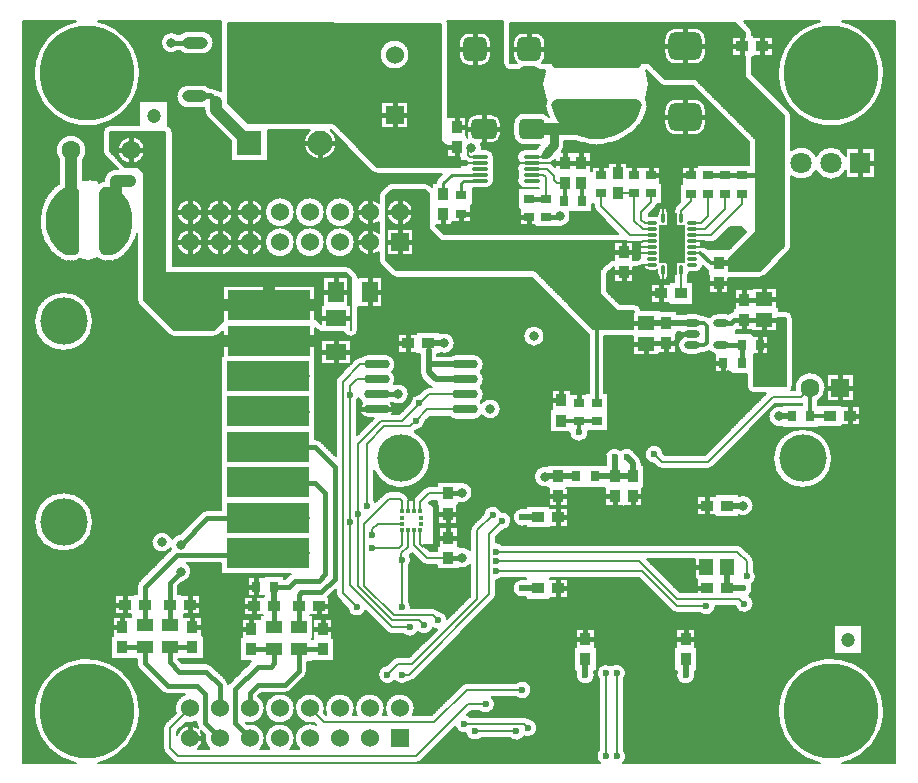
<source format=gtl>
G04 Layer_Physical_Order=1*
G04 Layer_Color=255*
%FSLAX24Y24*%
%MOIN*%
G70*
G01*
G75*
%ADD10C,0.0079*%
%ADD11R,0.0157X0.0118*%
%ADD12R,0.0118X0.0157*%
%ADD13R,0.0394X0.0354*%
%ADD14R,0.0276X0.0354*%
%ADD15O,0.0850X0.0295*%
%ADD16R,0.0354X0.0394*%
%ADD17R,0.0354X0.0276*%
%ADD18R,0.0394X0.0394*%
%ADD19R,0.0551X0.0709*%
%ADD20R,0.0787X0.0787*%
%ADD21R,0.0709X0.0551*%
%ADD22C,0.0472*%
G04:AMPARAMS|DCode=23|XSize=82.7mil|YSize=78.7mil|CornerRadius=19.7mil|HoleSize=0mil|Usage=FLASHONLY|Rotation=90.000|XOffset=0mil|YOffset=0mil|HoleType=Round|Shape=RoundedRectangle|*
%AMROUNDEDRECTD23*
21,1,0.0827,0.0394,0,0,90.0*
21,1,0.0433,0.0787,0,0,90.0*
1,1,0.0394,0.0197,0.0217*
1,1,0.0394,0.0197,-0.0217*
1,1,0.0394,-0.0197,-0.0217*
1,1,0.0394,-0.0197,0.0217*
%
%ADD23ROUNDEDRECTD23*%
%ADD24O,0.0335X0.0118*%
%ADD25O,0.0118X0.0335*%
%ADD26R,0.0394X0.0787*%
%ADD27R,0.0571X0.0453*%
%ADD28R,0.0551X0.0413*%
%ADD29R,0.2756X0.0984*%
G04:AMPARAMS|DCode=30|XSize=94.5mil|YSize=110.2mil|CornerRadius=23.6mil|HoleSize=0mil|Usage=FLASHONLY|Rotation=270.000|XOffset=0mil|YOffset=0mil|HoleType=Round|Shape=RoundedRectangle|*
%AMROUNDEDRECTD30*
21,1,0.0945,0.0630,0,0,270.0*
21,1,0.0472,0.1102,0,0,270.0*
1,1,0.0472,-0.0315,-0.0236*
1,1,0.0472,-0.0315,0.0236*
1,1,0.0472,0.0315,0.0236*
1,1,0.0472,0.0315,-0.0236*
%
%ADD30ROUNDEDRECTD30*%
%ADD31O,0.0846X0.0394*%
G04:AMPARAMS|DCode=32|XSize=279.5mil|YSize=218.5mil|CornerRadius=10.9mil|HoleSize=0mil|Usage=FLASHONLY|Rotation=0.000|XOffset=0mil|YOffset=0mil|HoleType=Round|Shape=RoundedRectangle|*
%AMROUNDEDRECTD32*
21,1,0.2795,0.1967,0,0,0.0*
21,1,0.2577,0.2185,0,0,0.0*
1,1,0.0219,0.1288,-0.0983*
1,1,0.0219,-0.1288,-0.0983*
1,1,0.0219,-0.1288,0.0983*
1,1,0.0219,0.1288,0.0983*
%
%ADD32ROUNDEDRECTD32*%
%ADD33O,0.0571X0.0118*%
%ADD34R,0.0610X0.0728*%
G04:AMPARAMS|DCode=35|XSize=86.6mil|YSize=68.9mil|CornerRadius=17.2mil|HoleSize=0mil|Usage=FLASHONLY|Rotation=0.000|XOffset=0mil|YOffset=0mil|HoleType=Round|Shape=RoundedRectangle|*
%AMROUNDEDRECTD35*
21,1,0.0866,0.0344,0,0,0.0*
21,1,0.0522,0.0689,0,0,0.0*
1,1,0.0344,0.0261,-0.0172*
1,1,0.0344,-0.0261,-0.0172*
1,1,0.0344,-0.0261,0.0172*
1,1,0.0344,0.0261,0.0172*
%
%ADD35ROUNDEDRECTD35*%
%ADD36O,0.0531X0.0236*%
%ADD37R,0.0453X0.0571*%
%ADD38C,0.0157*%
%ADD39C,0.0394*%
%ADD40C,0.0197*%
%ADD41C,0.0118*%
%ADD42C,0.0098*%
%ADD43C,0.0295*%
%ADD44R,0.2756X0.0984*%
%ADD45C,0.0630*%
%ADD46R,0.0630X0.0630*%
%ADD47C,0.0600*%
%ADD48R,0.0600X0.0600*%
%ADD49C,0.0827*%
%ADD50R,0.0827X0.0827*%
%ADD51R,0.0600X0.0600*%
%ADD52C,0.0709*%
%ADD53R,0.0709X0.0709*%
%ADD54C,0.1575*%
%ADD55C,0.3150*%
%ADD56C,0.0315*%
%ADD57C,0.0236*%
%ADD58C,0.0394*%
G36*
X31775Y39988D02*
X31890Y39953D01*
X31996Y39896D01*
X32090Y39820D01*
X32120Y39790D01*
X32232Y39661D01*
X32325Y39519D01*
X32397Y39365D01*
X32399Y39362D01*
X32444Y39222D01*
X32471Y39077D01*
X32480Y38930D01*
X32480Y38799D01*
X32471Y38644D01*
X32442Y38491D01*
X32394Y38343D01*
X32394Y38342D01*
X32324Y38194D01*
X32234Y38057D01*
X32127Y37934D01*
X32084Y37891D01*
X31993Y37817D01*
X31891Y37762D01*
X31779Y37728D01*
X31663Y37717D01*
X31594D01*
X31528Y37727D01*
X31467Y37758D01*
X31419Y37806D01*
X31389Y37866D01*
X31378Y37933D01*
Y39783D01*
X31389Y39850D01*
X31419Y39911D01*
X31467Y39959D01*
X31528Y39989D01*
X31594Y40000D01*
X31655D01*
X31775Y39988D01*
D02*
G37*
G36*
X30559Y39989D02*
X30619Y39959D01*
X30667Y39911D01*
X30698Y39850D01*
X30709Y39783D01*
Y37933D01*
X30698Y37866D01*
X30667Y37806D01*
X30619Y37758D01*
X30559Y37727D01*
X30492Y37717D01*
X30432D01*
X30312Y37728D01*
X30197Y37763D01*
X30090Y37820D01*
X29997Y37897D01*
X29967Y37927D01*
X29855Y38055D01*
X29762Y38197D01*
X29689Y38351D01*
X29688Y38354D01*
X29643Y38495D01*
X29615Y38639D01*
X29606Y38786D01*
X29606Y38917D01*
X29616Y39073D01*
X29645Y39226D01*
X29693Y39374D01*
X29693Y39375D01*
X29763Y39522D01*
X29852Y39659D01*
X29960Y39783D01*
X30003Y39826D01*
X30093Y39900D01*
X30196Y39955D01*
X30307Y39989D01*
X30423Y40000D01*
X30492D01*
X30559Y39989D01*
D02*
G37*
G36*
X50630Y38711D02*
X50896D01*
Y37470D01*
X50630D01*
Y37057D01*
X50532D01*
Y37342D01*
X50413D01*
Y37057D01*
X50315D01*
Y37470D01*
X50049D01*
Y38711D01*
X50315D01*
Y39124D01*
X50413D01*
Y38839D01*
X50532D01*
Y39124D01*
X50630D01*
Y38711D01*
D02*
G37*
G36*
X48175Y45263D02*
X48393Y45218D01*
X48604Y45146D01*
X48803Y45045D01*
X48987Y44920D01*
X49153Y44771D01*
X49155Y44768D01*
X49260Y44642D01*
X49344Y44500D01*
X49406Y44348D01*
X49448Y44213D01*
X49456Y44140D01*
X49437Y44069D01*
X49394Y44010D01*
X49332Y43971D01*
X49260Y43957D01*
X46654D01*
X46580Y43972D01*
X46516Y44012D01*
X46471Y44073D01*
X46452Y44146D01*
X46460Y44221D01*
X46501Y44351D01*
X46561Y44501D01*
X46645Y44641D01*
X46748Y44766D01*
X46753Y44771D01*
X46919Y44920D01*
X47103Y45045D01*
X47302Y45146D01*
X47512Y45218D01*
X47730Y45263D01*
X47953Y45277D01*
X48175Y45263D01*
D02*
G37*
G36*
X49326Y42899D02*
X49390Y42858D01*
X49435Y42797D01*
X49454Y42724D01*
X49445Y42649D01*
X49405Y42520D01*
X49344Y42369D01*
X49261Y42229D01*
X49157Y42104D01*
X49153Y42099D01*
X48987Y41950D01*
X48803Y41825D01*
X48604Y41725D01*
X48393Y41652D01*
X48175Y41607D01*
X47953Y41593D01*
X47730Y41607D01*
X47512Y41652D01*
X47302Y41725D01*
X47103Y41825D01*
X46919Y41950D01*
X46753Y42099D01*
X46751Y42102D01*
X46645Y42228D01*
X46561Y42370D01*
X46500Y42523D01*
X46458Y42657D01*
X46449Y42730D01*
X46468Y42801D01*
X46512Y42860D01*
X46574Y42899D01*
X46646Y42913D01*
X49252D01*
X49326Y42899D01*
D02*
G37*
D10*
X57537Y43778D02*
G03*
X56137Y45511I-1772J0D01*
G01*
X54449Y42362D02*
G03*
X54380Y42529I-236J0D01*
G01*
X54449Y42362D02*
G03*
X54380Y42529I-236J0D01*
G01*
X56257Y41034D02*
G03*
X55273Y41034I-492J-248D01*
G01*
Y40538D02*
G03*
X56257Y40538I492J248D01*
G01*
X54449Y40347D02*
G03*
X55273Y40538I332J440D01*
G01*
Y41034D02*
G03*
X54449Y41226I-492J-248D01*
G01*
X53149Y45118D02*
G03*
X53080Y45285I-236J0D01*
G01*
X53149Y45118D02*
G03*
X53080Y45285I-236J0D01*
G01*
X55394Y45511D02*
G03*
X57537Y43778I371J-1732D01*
G01*
X51594Y42560D02*
G03*
X51220Y42934I-374J0D01*
G01*
Y41714D02*
G03*
X51594Y42088I0J374D01*
G01*
X50591Y42934D02*
G03*
X50217Y42560I0J-374D01*
G01*
Y42088D02*
G03*
X50591Y41714I374J0D01*
G01*
X54380Y37864D02*
G03*
X54449Y38031I-167J167D01*
G01*
X54380Y37864D02*
G03*
X54449Y38031I-167J167D01*
G01*
X54488Y35630D02*
G03*
X54252Y35866I-236J0D01*
G01*
X53386Y36969D02*
G03*
X53553Y37038I0J236D01*
G01*
X53386Y36969D02*
G03*
X53553Y37038I0J236D01*
G01*
X54488Y35630D02*
G03*
X54252Y35866I-236J0D01*
G01*
X55585Y33307D02*
G03*
X54567Y33228I-512J0D01*
G01*
X54451D02*
G03*
X54488Y33356I-199J128D01*
G01*
X54451Y33228D02*
G03*
X54488Y33356I-199J128D01*
G01*
X50512Y38848D02*
G03*
X50648Y38622I256J0D01*
G01*
X50601Y39360D02*
G03*
X50532Y39193I167J-167D01*
G01*
X50601Y39360D02*
G03*
X50532Y39193I167J-167D01*
G01*
X51571Y37280D02*
G03*
X51653Y37224I181J181D01*
G01*
X51571Y37280D02*
G03*
X51653Y37224I181J181D01*
G01*
X51250Y37146D02*
G03*
X51501Y37350I0J256D01*
G01*
X51004Y37018D02*
G03*
X51024Y37116I-236J98D01*
G01*
X50648Y37559D02*
G03*
X50512Y37333I119J-226D01*
G01*
X52500Y35844D02*
G03*
X52346Y35767I39J-273D01*
G01*
X52500Y35844D02*
G03*
X52346Y35767I39J-273D01*
G01*
D02*
G03*
X52264Y35778I-82J-304D01*
G01*
X51968D02*
G03*
X51709Y35641I0J-315D01*
G01*
X51717Y34525D02*
G03*
X51899Y34407I251J190D01*
G01*
X52963Y33356D02*
G03*
X53199Y33120I236J0D01*
G01*
X52963Y33356D02*
G03*
X53199Y33120I236J0D01*
G01*
X51463Y35719D02*
G03*
X51280Y35778I-184J-256D01*
G01*
X51707Y35643D02*
G03*
X51525Y35719I-181J-181D01*
G01*
X51706Y35644D02*
G03*
X51525Y35719I-181J-181D01*
G01*
X50984Y35778D02*
G03*
X50875Y35758I0J-315D01*
G01*
X50741Y35167D02*
G03*
X50771Y34947I243J-79D01*
G01*
X51545Y34459D02*
G03*
X51717Y34525I0J256D01*
G01*
X51545Y34459D02*
G03*
X51717Y34525I0J256D01*
G01*
X51280Y34400D02*
G03*
X51463Y34459I0J315D01*
G01*
X50771Y34947D02*
G03*
X50984Y34400I213J-232D01*
G01*
X50069Y43416D02*
G03*
X50236Y43346I167J167D01*
G01*
X50069Y43416D02*
G03*
X50236Y43346I167J167D01*
G01*
X45929Y43977D02*
G03*
X46121Y43878I192J137D01*
G01*
X45929Y43977D02*
G03*
X46121Y43878I192J137D01*
G01*
X46363Y42323D02*
G03*
X46068Y42470I-295J-221D01*
G01*
X46016Y41346D02*
G03*
X45949Y41250I244J-244D01*
G01*
X49921Y39311D02*
G03*
X49987Y39439I-167J167D01*
G01*
X49921Y39311D02*
G03*
X49987Y39439I-167J167D01*
G01*
X46786Y41142D02*
G03*
X46880Y41378I-251J236D01*
G01*
X46786Y41142D02*
G03*
X46880Y41378I-251J236D01*
G01*
X46502Y40857D02*
G03*
X46575Y40901I-144J324D01*
G01*
X46456Y40767D02*
G03*
X46420Y40797I-167J-167D01*
G01*
D02*
G03*
X46502Y40857I-160J305D01*
G01*
X46456Y40767D02*
G03*
X46420Y40797I-167J-167D01*
G01*
X44846Y45511D02*
G03*
X44843Y45472I233J-38D01*
G01*
X44846Y45511D02*
G03*
X44843Y45472I233J-38D01*
G01*
X44429Y44803D02*
G03*
X44094Y45138I-335J0D01*
G01*
Y44035D02*
G03*
X44429Y44370I0J335D01*
G01*
X45296Y43878D02*
G03*
X45489Y43977I0J236D01*
G01*
X45296Y43878D02*
G03*
X45489Y43977I0J236D01*
G01*
X44843Y44114D02*
G03*
X45079Y43878I236J0D01*
G01*
X44843Y44114D02*
G03*
X45079Y43878I236J0D01*
G01*
X45546Y42470D02*
G03*
X45177Y42101I0J-369D01*
G01*
X44764D02*
G03*
X44454Y42411I-310J0D01*
G01*
X43701Y45138D02*
G03*
X43366Y44803I0J-335D01*
G01*
Y44370D02*
G03*
X43701Y44035I335J0D01*
G01*
X43932Y42411D02*
G03*
X43622Y42101I0J-310D01*
G01*
X45177Y41757D02*
G03*
X45546Y41388I369J0D01*
G01*
X45561Y41250D02*
G03*
X45367Y40828I0J-256D01*
G01*
D02*
G03*
X45367Y40767I194J-31D01*
G01*
D02*
G03*
X45325Y40502I194J-166D01*
G01*
D02*
G03*
X45325Y40305I236J-98D01*
G01*
Y40305D02*
G03*
X45561Y39951I236J-98D01*
G01*
X44454Y41447D02*
G03*
X44764Y41757I0J310D01*
G01*
X43625Y41713D02*
G03*
X43650Y41629I307J44D01*
G01*
X43622Y41757D02*
G03*
X43625Y41713I310J0D01*
G01*
X44537Y40994D02*
G03*
X44282Y41250I-256J0D01*
G01*
X44134Y41299D02*
G03*
X44102Y41447I-354J0D01*
G01*
X44130Y41250D02*
G03*
X44134Y41299I-351J49D01*
G01*
X44537Y40797D02*
G03*
X44518Y40896I-256J0D01*
G01*
Y40896D02*
G03*
X44537Y40994I-236J98D01*
G01*
Y40600D02*
G03*
X44518Y40699I-256J0D01*
G01*
D02*
G03*
X44537Y40797I-236J98D01*
G01*
X44518Y40502D02*
G03*
X44537Y40600I-236J98D01*
G01*
Y40404D02*
G03*
X44518Y40502I-256J0D01*
G01*
X44537Y40207D02*
G03*
X44518Y40305I-256J0D01*
G01*
Y40305D02*
G03*
X44537Y40404I-236J98D01*
G01*
X44282Y39951D02*
G03*
X44537Y40207I0J256D01*
G01*
X50532Y39163D02*
G03*
X50512Y39065I236J-98D01*
G01*
X50374D02*
G03*
X50315Y39205I-197J0D01*
G01*
X50158Y38652D02*
G03*
X50374Y38848I20J196D01*
G01*
X50045Y39210D02*
G03*
X49980Y39065I133J-145D01*
G01*
Y39026D02*
G03*
X49911Y39035I-69J-246D01*
G01*
X50512Y37116D02*
G03*
X50532Y37018I256J0D01*
G01*
X50315Y36975D02*
G03*
X50374Y37116I-138J141D01*
G01*
X50167Y38583D02*
G03*
X50164Y38622I-256J0D01*
G01*
Y37559D02*
G03*
X50167Y37598I-253J39D01*
G01*
X50164Y38622D02*
G03*
X50158Y38652I-253J-39D01*
G01*
Y37528D02*
G03*
X50164Y37559I-246J70D01*
G01*
X50374Y37333D02*
G03*
X50158Y37528I-197J0D01*
G01*
X47864Y39341D02*
G03*
X47933Y39174I236J0D01*
G01*
X47864Y39341D02*
G03*
X47933Y39174I236J0D01*
G01*
X49321Y37333D02*
G03*
X49488Y37401I0J236D01*
G01*
X49321Y37333D02*
G03*
X49488Y37401I0J236D01*
G01*
X49321Y37333D02*
G03*
X49488Y37401I0J236D01*
G01*
X49911Y37205D02*
G03*
X49980Y37217I0J197D01*
G01*
X49498Y37405D02*
G03*
X49695Y37205I197J-4D01*
G01*
X49980Y37116D02*
G03*
X50049Y36966I197J0D01*
G01*
X49443Y35896D02*
G03*
X49213Y36080I-231J-52D01*
G01*
X47087Y39016D02*
G03*
X47059Y39154I-354J0D01*
G01*
X46634Y38675D02*
G03*
X47087Y39016I98J340D01*
G01*
X47668Y35104D02*
G03*
X47697Y35079I167J167D01*
G01*
X47668Y35104D02*
G03*
X47697Y35079I167J167D01*
G01*
X46220Y35020D02*
G03*
X46220Y35020I-354J0D01*
G01*
X44084Y33825D02*
G03*
X44192Y34075I-237J250D01*
G01*
Y33075D02*
G03*
X44084Y33325I-344J0D01*
G01*
X44192Y34075D02*
G03*
X43847Y34419I-344J0D01*
G01*
X43293D02*
G03*
X43115Y34370I0J-344D01*
G01*
X44084Y33325D02*
G03*
X44192Y33575I-237J250D01*
G01*
D02*
G03*
X44084Y33825I-344J0D01*
G01*
X55329Y32864D02*
G03*
X55585Y33307I-256J443D01*
G01*
X54758Y32756D02*
G03*
X54817Y32763I0J236D01*
G01*
X54758Y32756D02*
G03*
X54817Y32763I0J236D01*
G01*
X55805Y30944D02*
G03*
X55805Y30944I-984J0D01*
G01*
D02*
G03*
X55805Y30944I-984J0D01*
G01*
X54134Y32683D02*
G03*
X54134Y32002I-98J-340D01*
G01*
X53189Y29370D02*
G03*
X52687Y29692I-354J0D01*
G01*
Y29048D02*
G03*
X53189Y29370I148J322D01*
G01*
X51654Y30591D02*
G03*
X51821Y30660I0J236D01*
G01*
X51654Y30591D02*
G03*
X51821Y30660I0J236D01*
G01*
X53189Y27520D02*
G03*
X53120Y27687I-236J0D01*
G01*
X53189Y27520D02*
G03*
X53120Y27687I-236J0D01*
G01*
X53268Y27008D02*
G03*
X53189Y27216I-315J0D01*
G01*
X53150Y26614D02*
G03*
X53122Y26742I-315J0D01*
G01*
Y26743D02*
G03*
X53268Y27008I-170J265D01*
G01*
X53189Y26102D02*
G03*
X53036Y26372I-315J0D01*
G01*
Y26372D02*
G03*
X53150Y26614I-202J242D01*
G01*
X52805Y28002D02*
G03*
X52638Y28071I-167J-167D01*
G01*
X52805Y28002D02*
G03*
X52638Y28071I-167J-167D01*
G01*
X52569Y26024D02*
G03*
X53189Y26102I305J79D01*
G01*
X57537Y22518D02*
G03*
X55394Y20786I-1772J0D01*
G01*
X56137D02*
G03*
X57537Y22518I-371J1732D01*
G01*
X51406Y25787D02*
G03*
X51929Y26024I208J236D01*
G01*
X50476Y25857D02*
G03*
X50643Y25787I167J167D01*
G01*
X50476Y25857D02*
G03*
X50643Y25787I167J167D01*
G01*
X50630Y23830D02*
G03*
X51240Y23721I295J-110D01*
G01*
D02*
G03*
X51221Y23830I-315J0D01*
G01*
X50186Y31102D02*
G03*
X49852Y30768I-314J-20D01*
G01*
X49459Y30778D02*
G03*
X49372Y30986I-295J0D01*
G01*
X49961Y30660D02*
G03*
X50128Y30591I167J167D01*
G01*
X49961Y30660D02*
G03*
X50128Y30591I167J167D01*
G01*
X49243Y31116D02*
G03*
X48755Y31226I-286J-131D01*
G01*
X49459Y30778D02*
G03*
X49372Y30986I-295J0D01*
G01*
X48755Y31226D02*
G03*
X48258Y30875I-202J-242D01*
G01*
X47677Y31811D02*
G03*
X47673Y31860I-315J0D01*
G01*
X47047Y31811D02*
G03*
X47677Y31811I315J-0D01*
G01*
X46299Y30680D02*
G03*
X46299Y29989I-79J-345D01*
G01*
X44084Y32825D02*
G03*
X44192Y33075I-237J250D01*
G01*
X44764Y32598D02*
G03*
X44114Y32793I-354J0D01*
G01*
X44114D02*
G03*
X44084Y32825I-266J-219D01*
G01*
X44131Y32379D02*
G03*
X44764Y32598I278J219D01*
G01*
X43847Y32230D02*
G03*
X44131Y32379I0J344D01*
G01*
X43366Y29463D02*
G03*
X43819Y29803I98J340D01*
G01*
D02*
G03*
X43366Y30144I-354J0D01*
G01*
X45551Y29282D02*
G03*
X45606Y28691I-78J-305D01*
G01*
X45118Y28858D02*
G03*
X44780Y29172I-315J0D01*
G01*
X44823Y28544D02*
G03*
X45118Y28858I-20J314D01*
G01*
X44780Y29172D02*
G03*
X44174Y29075I-292J-117D01*
G01*
X43809Y28710D02*
G03*
X43740Y28543I167J-167D01*
G01*
X43809Y28710D02*
G03*
X43740Y28543I167J-167D01*
G01*
X44815Y28071D02*
G03*
X44606Y28150I-208J-236D01*
G01*
X48445Y24040D02*
G03*
X48032Y23571I-177J-260D01*
G01*
X48858D02*
G03*
X48937Y23780I-236J208D01*
G01*
D02*
G03*
X48445Y24040I-315J0D01*
G01*
X48937Y21024D02*
G03*
X48858Y21232I-315J0D01*
G01*
X48829Y20786D02*
G03*
X48937Y21024I-207J237D01*
G01*
X48032Y21232D02*
G03*
X48061Y20786I236J-208D01*
G01*
X47894Y23721D02*
G03*
X47874Y23830I-315J0D01*
G01*
X47284Y23830D02*
G03*
X47894Y23721I295J-110D01*
G01*
X45582Y26909D02*
G03*
X45582Y26319I-110J-295D01*
G01*
X45787Y23228D02*
G03*
X45264Y23465I-315J0D01*
G01*
X44606Y26890D02*
G03*
X44815Y26969I0J315D01*
G01*
X44537Y26250D02*
G03*
X44606Y26417I-167J167D01*
G01*
X44537Y26250D02*
G03*
X44606Y26417I-167J167D01*
G01*
X43740Y27883D02*
G03*
X43386Y27978I-256J-245D01*
G01*
Y27297D02*
G03*
X43740Y27393I98J340D01*
G01*
X43622Y23465D02*
G03*
X43455Y23395I0J-236D01*
G01*
X43622Y23465D02*
G03*
X43455Y23395I0J-236D01*
G01*
X45264Y22992D02*
G03*
X45787Y23228I208J236D01*
G01*
X45984Y21969D02*
G03*
X45682Y22283I-315J0D01*
G01*
Y22283D02*
G03*
X45551Y22323I-131J-197D01*
G01*
X45682Y22283D02*
G03*
X45551Y22323I-131J-197D01*
G01*
X45541Y21681D02*
G03*
X45984Y21969I128J288D01*
G01*
X45067Y21614D02*
G03*
X45541Y21681I208J236D01*
G01*
X44044Y22520D02*
G03*
X44567Y22756I208J236D01*
G01*
D02*
G03*
X44460Y22992I-315J0D01*
G01*
X43752Y22323D02*
G03*
X43629Y22390I-208J-236D01*
G01*
X43240Y22001D02*
G03*
X43592Y21775I303J86D01*
G01*
X43592Y21775D02*
G03*
X44106Y21614I306J75D01*
G01*
X42992Y45433D02*
G03*
X42979Y45511I-236J0D01*
G01*
X42992Y45433D02*
G03*
X42979Y45511I-236J0D01*
G01*
X40482Y40502D02*
G03*
X40650Y40433I167J167D01*
G01*
X40482Y40502D02*
G03*
X40650Y40433I167J167D01*
G01*
X42661Y40292D02*
G03*
X42589Y40138I174J-174D01*
G01*
X42661Y40292D02*
G03*
X42589Y40138I174J-174D01*
G01*
X41209Y40118D02*
G03*
X40975Y40059I-67J-226D01*
G01*
X42411Y40049D02*
G03*
X42244Y40118I-167J-167D01*
G01*
X42411Y40049D02*
G03*
X42244Y40118I-167J-167D01*
G01*
X41209D02*
G03*
X40975Y40059I-67J-226D01*
G01*
X40758Y39842D02*
G03*
X40689Y39675I167J-167D01*
G01*
X40758Y39842D02*
G03*
X40689Y39675I167J-167D01*
G01*
Y39473D02*
G03*
X40689Y38824I-294J-325D01*
G01*
X40689Y38473D02*
G03*
X40689Y37824I-294J-325D01*
G01*
X39291Y41457D02*
G03*
X39081Y41890I-551J0D01*
G01*
X38399D02*
G03*
X39291Y41457I341J-433D01*
G01*
X39892Y39148D02*
G03*
X39892Y39148I-497J0D01*
G01*
X38892D02*
G03*
X38892Y39148I-497J0D01*
G01*
X37892D02*
G03*
X37892Y39148I-497J0D01*
G01*
X39892Y38148D02*
G03*
X39892Y38148I-497J0D01*
G01*
X38892D02*
G03*
X38892Y38148I-497J0D01*
G01*
X37892D02*
G03*
X37892Y38148I-497J0D01*
G01*
X36833Y39148D02*
G03*
X36833Y39148I-438J0D01*
G01*
Y38148D02*
G03*
X36833Y38148I-438J0D01*
G01*
X40689Y37564D02*
G03*
X40758Y37397I236J0D01*
G01*
X40689Y37564D02*
G03*
X40758Y37397I236J0D01*
G01*
X41112Y37043D02*
G03*
X41279Y36973I167J167D01*
G01*
X41112Y37043D02*
G03*
X41279Y36973I167J167D01*
G01*
X40010Y36949D02*
G03*
X40007Y36988I-236J0D01*
G01*
D02*
G03*
X39941Y37116I-233J-39D01*
G01*
X40007Y36988D02*
G03*
X39941Y37116I-233J-39D01*
G01*
X40010Y36949D02*
G03*
X40007Y36988I-236J0D01*
G01*
X43228Y34783D02*
G03*
X42736Y35110I-354J0D01*
G01*
Y34457D02*
G03*
X43228Y34783I138J326D01*
G01*
X42378Y33366D02*
G03*
X42454Y33311I209J209D01*
G01*
X42378Y33366D02*
G03*
X42454Y33311I209J209D01*
G01*
X42057Y33809D02*
G03*
X42144Y33600I295J0D01*
G01*
X42057Y33809D02*
G03*
X42144Y33600I295J0D01*
G01*
X42355Y33311D02*
G03*
X42188Y33242I0J-236D01*
G01*
X39764Y35000D02*
G03*
X40010Y35236I10J236D01*
G01*
X41242Y33575D02*
G03*
X41134Y33825I-344J0D01*
G01*
X41204Y33418D02*
G03*
X41242Y33575I-307J156D01*
G01*
X40343Y34419D02*
G03*
X40092Y34311I0J-344D01*
G01*
X41242Y34075D02*
G03*
X40897Y34419I-344J0D01*
G01*
X40059Y34311D02*
G03*
X39892Y34242I0J-236D01*
G01*
X41134Y33825D02*
G03*
X41242Y34075I-237J250D01*
G01*
X40059Y34311D02*
G03*
X39892Y34242I0J-236D01*
G01*
X39763Y37293D02*
G03*
X39596Y37362I-167J-167D01*
G01*
X39763Y37293D02*
G03*
X39596Y37362I-167J-167D01*
G01*
X39531Y35157D02*
G03*
X39764Y35000I223J79D01*
G01*
X39321Y33671D02*
G03*
X39252Y33504I167J-167D01*
G01*
X39321Y33671D02*
G03*
X39252Y33504I167J-167D01*
G01*
X38602Y35256D02*
G03*
X38711Y35195I167J167D01*
G01*
X38603Y35256D02*
G03*
X38711Y35195I167J167D01*
G01*
X38573Y33681D02*
G03*
X38568Y33751I-551J0D01*
G01*
Y33612D02*
G03*
X38573Y33681I-547J70D01*
G01*
X35436Y45511D02*
G03*
X35433Y45472I233J-38D01*
G01*
X35436Y45511D02*
G03*
X35433Y45472I233J-38D01*
G01*
X34793Y44409D02*
G03*
X35187Y44803I0J394D01*
G01*
D02*
G03*
X34793Y45197I-394J0D01*
G01*
X35300Y43228D02*
G03*
X35102Y43303I-197J-220D01*
G01*
X35054D02*
G03*
X34793Y43402I-260J-295D01*
G01*
X34341Y45197D02*
G03*
X34059Y45079I0J-394D01*
G01*
Y44528D02*
G03*
X34341Y44409I281J276D01*
G01*
X34002Y45079D02*
G03*
X34002Y44528I-223J-276D01*
G01*
X35433Y43195D02*
G03*
X35300Y43228I-157J-361D01*
G01*
X35300Y43228D02*
G03*
X35102Y43303I-197J-220D01*
G01*
X34882Y42559D02*
G03*
X34997Y42281I394J0D01*
G01*
X34882Y42559D02*
G03*
X34997Y42281I394J0D01*
G01*
X34793Y42614D02*
G03*
X34882Y42624I0J394D01*
G01*
X34341Y43402D02*
G03*
X34341Y42614I0J-394D01*
G01*
X33819Y41811D02*
G03*
X33661Y42034I-236J0D01*
G01*
X33819Y41811D02*
G03*
X33661Y42034I-236J0D01*
G01*
X32734Y43778D02*
G03*
X31334Y45511I-1772J0D01*
G01*
X30591D02*
G03*
X32734Y43778I371J-1732D01*
G01*
X31732Y42047D02*
G03*
X31496Y41811I0J-236D01*
G01*
X31732Y42047D02*
G03*
X31496Y41811I0J-236D01*
G01*
X31496Y41181D02*
G03*
X31565Y41014I236J0D01*
G01*
X31496Y41181D02*
G03*
X31565Y41014I236J0D01*
G01*
X30953Y41220D02*
G03*
X30047Y40893I-512J0D01*
G01*
X30835D02*
G03*
X30953Y41220I-394J327D01*
G01*
X35833Y39148D02*
G03*
X35833Y39148I-438J0D01*
G01*
X34833D02*
G03*
X34833Y39148I-438J0D01*
G01*
X31930Y40591D02*
G03*
X31535Y40196I-1J-394D01*
G01*
X31929Y40591D02*
G03*
X31535Y40197I0J-394D01*
G01*
X31929Y40591D02*
G03*
X31535Y40197I0J-394D01*
G01*
X35833Y38148D02*
G03*
X35833Y38148I-438J0D01*
G01*
X34833D02*
G03*
X34833Y38148I-438J0D01*
G01*
X35197Y35000D02*
G03*
X35364Y35069I-0J236D01*
G01*
X35197Y35000D02*
G03*
X35364Y35069I-0J236D01*
G01*
X32638Y36220D02*
G03*
X32707Y36053I236J0D01*
G01*
X33691Y35069D02*
G03*
X33858Y35000I167J167D01*
G01*
X33691Y35069D02*
G03*
X33858Y35000I167J167D01*
G01*
X32638Y36220D02*
G03*
X32707Y36053I236J0D01*
G01*
X30047Y40354D02*
G03*
X30047Y40197I386J-78D01*
G01*
X31171Y35511D02*
G03*
X31171Y35511I-984J0D01*
G01*
D02*
G03*
X31171Y35511I-984J0D01*
G01*
X43042Y32339D02*
G03*
X43293Y32230I251J236D01*
G01*
X42355Y33311D02*
G03*
X42188Y33242I0J-236D01*
G01*
X41949Y31890D02*
G03*
X42243Y32185I-20J314D01*
G01*
X42036Y33090D02*
G03*
X41732Y32787I11J-315D01*
G01*
X42419Y30944D02*
G03*
X41878Y31822I-984J0D01*
G01*
X42419Y30944D02*
G03*
X41878Y31822I-984J0D01*
G01*
X42352Y30010D02*
G03*
X42185Y29941I0J-236D01*
G01*
X42352Y30010D02*
G03*
X42185Y29941I0J-236D01*
G01*
X41900Y29655D02*
G03*
X41841Y29557I167J-167D01*
G01*
X41900Y29655D02*
G03*
X41841Y29557I167J-167D01*
G01*
X41772Y27559D02*
G03*
X41727Y27721I-315J0D01*
G01*
X42126Y27461D02*
G03*
X42293Y27392I167J167D01*
G01*
X42126Y27461D02*
G03*
X42293Y27392I167J167D01*
G01*
X41693Y27351D02*
G03*
X41772Y27559I-236J208D01*
G01*
X41693Y33090D02*
G03*
X41204Y33418I-354J0D01*
G01*
X41137Y32799D02*
G03*
X41693Y33090I202J291D01*
G01*
X40019Y32958D02*
G03*
X40152Y32788I324J117D01*
G01*
X41183Y32575D02*
G03*
X41088Y32788I-285J0D01*
G01*
X40152D02*
G03*
X40343Y32289I190J-213D01*
G01*
X41144Y32431D02*
G03*
X41183Y32575I-247J144D01*
G01*
X39961Y32863D02*
G03*
X40019Y32958I-236J208D01*
G01*
X38573Y32500D02*
G03*
X38568Y32570I-551J0D01*
G01*
Y32430D02*
G03*
X38573Y32500I-547J70D01*
G01*
X38758Y31514D02*
G03*
X38568Y31594I-195J-195D01*
G01*
X38758Y31514D02*
G03*
X38568Y31594I-195J-195D01*
G01*
X40532Y30552D02*
G03*
X42419Y30944I903J391D01*
G01*
X40532Y30552D02*
G03*
X42419Y30944I903J391D01*
G01*
X41565Y29773D02*
G03*
X41398Y29843I-167J-167D01*
G01*
X41565Y29773D02*
G03*
X41398Y29843I-167J-167D01*
G01*
X41711Y29557D02*
G03*
X41643Y29695I-234J-30D01*
G01*
X41711Y29557D02*
G03*
X41643Y29695I-234J-30D01*
G01*
X41033Y29843D02*
G03*
X40866Y29773I0J-236D01*
G01*
X41033Y29843D02*
G03*
X40866Y29773I0J-236D01*
G01*
X40583Y29489D02*
G03*
X40532Y29569I-287J-129D01*
G01*
X37752Y27096D02*
G03*
X37699Y27055I142J-236D01*
G01*
X39252Y26457D02*
G03*
X39321Y26290I236J0D01*
G01*
X39252Y26457D02*
G03*
X39321Y26290I236J0D01*
G01*
X37752Y27096D02*
G03*
X37699Y27055I142J-236D01*
G01*
X42677Y25876D02*
G03*
X42510Y25945I-167J-167D01*
G01*
X42677Y25876D02*
G03*
X42510Y25945I-167J-167D01*
G01*
X42979Y25596D02*
G03*
X42687Y25866I-312J-45D01*
G01*
X42500Y25284D02*
G03*
X42622Y25240I167J267D01*
G01*
X42002Y25153D02*
G03*
X42500Y25284I203J241D01*
G01*
X41524Y25079D02*
G03*
X42002Y25153I208J236D01*
G01*
X41769Y25945D02*
G03*
X41772Y25984I-312J39D01*
G01*
D02*
G03*
X41693Y26193I-315J0D01*
G01*
X40975Y25148D02*
G03*
X41142Y25079I167J167D01*
G01*
X40975Y25148D02*
G03*
X41142Y25079I167J167D01*
G01*
X41693Y23504D02*
G03*
X41861Y23573I0J236D01*
G01*
X41693Y23504D02*
G03*
X41861Y23573I0J236D01*
G01*
X41339Y24331D02*
G03*
X41172Y24262I0J-236D01*
G01*
X41339Y24331D02*
G03*
X41172Y24262I0J-236D01*
G01*
X41220Y23532D02*
G03*
X41665Y23504I236J208D01*
G01*
X40965Y24055D02*
G03*
X41220Y23532I20J-314D01*
G01*
X40892Y22613D02*
G03*
X39955Y22382I-497J0D01*
G01*
X41835D02*
G03*
X41892Y22613I-440J231D01*
G01*
D02*
G03*
X40955Y22382I-497J0D01*
G01*
X41929Y20787D02*
G03*
X42096Y20857I0J236D01*
G01*
X41929Y20787D02*
G03*
X42096Y20857I0J236D01*
G01*
X40835Y22382D02*
G03*
X40892Y22613I-440J231D01*
G01*
X39646Y25965D02*
G03*
X40254Y25869I314J20D01*
G01*
X38217Y23654D02*
G03*
X38297Y23848I-195J195D01*
G01*
X38217Y23654D02*
G03*
X38297Y23848I-195J195D01*
G01*
X37579Y23130D02*
G03*
X37774Y23211I0J276D01*
G01*
X37579Y23130D02*
G03*
X37774Y23211I0J276D01*
G01*
X39892Y22613D02*
G03*
X38950Y22392I-497J0D01*
G01*
X38871Y22471D02*
G03*
X38892Y22613I-476J142D01*
G01*
D02*
G03*
X38537Y22137I-497J0D01*
G01*
X39835Y22382D02*
G03*
X39892Y22613I-440J231D01*
G01*
X38616Y22058D02*
G03*
X38046Y21260I-221J-445D01*
G01*
X37892Y22613D02*
G03*
X37892Y22613I-497J0D01*
G01*
X37745Y21260D02*
G03*
X37892Y21613I-349J353D01*
G01*
D02*
G03*
X37046Y21260I-497J0D01*
G01*
X34980Y29232D02*
G03*
X34785Y29152I0J-276D01*
G01*
X34980Y29232D02*
G03*
X34785Y29152I0J-276D01*
G01*
X34057Y28423D02*
G03*
X33799Y28266I37J-352D01*
G01*
X33760Y27954D02*
G03*
X33773Y27922I334J117D01*
G01*
X34449Y27165D02*
G03*
X34290Y27461I-354J0D01*
G01*
X34143Y26814D02*
G03*
X34449Y27165I-49J351D01*
G01*
X33799Y28266D02*
G03*
X33760Y27954I-334J-117D01*
G01*
X32699Y26848D02*
G03*
X32618Y26654I195J-195D01*
G01*
X32699Y26848D02*
G03*
X32618Y26654I195J-195D01*
G01*
X31171Y28829D02*
G03*
X31171Y28829I-984J0D01*
G01*
D02*
G03*
X31171Y28829I-984J0D01*
G01*
X35146Y24033D02*
G03*
X34951Y24114I-195J-195D01*
G01*
X35146Y24033D02*
G03*
X34951Y24114I-195J-195D01*
G01*
X35704Y23446D02*
G03*
X35671Y23406I195J-195D01*
G01*
X35704Y23446D02*
G03*
X35671Y23406I195J-195D01*
G01*
X35671D02*
G03*
X35590Y23589I-275J-12D01*
G01*
X35671Y23406D02*
G03*
X35590Y23589I-275J-12D01*
G01*
X33457Y23161D02*
G03*
X33652Y23081I195J195D01*
G01*
X33457Y23161D02*
G03*
X33652Y23081I195J195D01*
G01*
X36892Y22613D02*
G03*
X36673Y23025I-497J0D01*
G01*
X36264Y22134D02*
G03*
X36892Y22613I131J479D01*
G01*
X34253Y22137D02*
G03*
X34617Y22168I142J476D01*
G01*
Y22116D02*
G03*
X34669Y21955I276J0D01*
G01*
X36892Y21613D02*
G03*
X36298Y22100I-497J0D01*
G01*
X34669Y21955D02*
G03*
X33976Y21740I-273J-342D01*
G01*
X34617Y22116D02*
G03*
X34669Y21955I276J0D01*
G01*
X36745Y21260D02*
G03*
X36892Y21613I-349J353D01*
G01*
X34908Y21710D02*
G03*
X35046Y21260I487J-97D01*
G01*
X34833Y21613D02*
G03*
X34753Y21866I-438J0D01*
G01*
X34654Y21260D02*
G03*
X34833Y21613I-259J353D01*
G01*
X34228Y23081D02*
G03*
X33919Y22471I168J-468D01*
G01*
X33573Y22125D02*
G03*
X33504Y21958I167J-167D01*
G01*
X33573Y22125D02*
G03*
X33504Y21958I167J-167D01*
G01*
X33829Y20857D02*
G03*
X33996Y20787I167J167D01*
G01*
X33504Y21279D02*
G03*
X33573Y21112I236J0D01*
G01*
X33504Y21279D02*
G03*
X33573Y21112I236J0D01*
G01*
X33829Y20857D02*
G03*
X33996Y20787I167J167D01*
G01*
X32618Y24114D02*
G03*
X32699Y23919I276J0D01*
G01*
X32618Y24114D02*
G03*
X32699Y23919I276J0D01*
G01*
X31334Y20786D02*
G03*
X32734Y22518I-371J1732D01*
G01*
D02*
G03*
X30591Y20786I-1772J0D01*
G01*
X32894Y41220D02*
G03*
X32894Y41220I-453J0D01*
G01*
X51438Y38050D02*
G03*
X51420Y38090I-188J-58D01*
G01*
X51598Y37976D02*
G03*
X51438Y38050I-181J-181D01*
G01*
X51420Y38090D02*
G03*
X51438Y38131I-170J98D01*
G01*
X51772Y38150D02*
G03*
X51902Y38189I0J236D01*
G01*
X51772Y38150D02*
G03*
X51902Y38189I0J236D01*
G01*
X41717Y44402D02*
G03*
X41717Y44402I-497J0D01*
G01*
X45177Y44370D02*
G03*
X45296Y44114I335J0D01*
G01*
X46121D02*
G03*
X46240Y44370I-216J256D01*
G01*
X50217Y44448D02*
G03*
X50591Y44074I374J0D01*
G01*
X51220D02*
G03*
X51594Y44448I0J374D01*
G01*
X45512Y45138D02*
G03*
X45177Y44803I0J-335D01*
G01*
X46240D02*
G03*
X45906Y45138I-335J0D01*
G01*
X50591Y45294D02*
G03*
X50217Y44920I0J-374D01*
G01*
X51594D02*
G03*
X51220Y45294I-374J0D01*
G01*
X52464Y37700D02*
G03*
X52529Y37746I-102J213D01*
G01*
X52464Y37700D02*
G03*
X52529Y37746I-102J213D01*
G01*
X53110Y38327D02*
G03*
X53156Y38392I-167J167D01*
G01*
X53110Y38327D02*
G03*
X53156Y38392I-167J167D01*
G01*
X41833Y39148D02*
G03*
X41833Y39148I-438J0D01*
G01*
X49409Y37624D02*
G03*
X49321Y37569I79J-223D01*
G01*
X49409Y37624D02*
G03*
X49321Y37569I79J-223D01*
G01*
X48924Y38189D02*
G03*
X49049Y38150I131J197D01*
G01*
X48924Y38189D02*
G03*
X49049Y38150I131J197D01*
G01*
X41475Y32195D02*
X42355Y33075D01*
X57276Y44705D02*
X57891D01*
X57238Y44764D02*
X57891D01*
X57342Y44587D02*
X57891D01*
X57310Y44646D02*
X57891D01*
X57401Y44458D02*
Y45511D01*
X57371Y44527D02*
X57891D01*
X57421Y44409D02*
X57891D01*
X57397Y44468D02*
X57891D01*
X57461Y44291D02*
X57891D01*
X57442Y44350D02*
X57891D01*
X57505Y44114D02*
X57891D01*
X57478Y44232D02*
X57891D01*
X57520Y44026D02*
Y45511D01*
X57461Y44293D02*
Y45511D01*
X57492Y44173D02*
X57891D01*
X56681Y45295D02*
X57891D01*
X56575Y45354D02*
X57891D01*
X56853Y45177D02*
X57891D01*
X56772Y45236D02*
X57891D01*
X56284Y45472D02*
X57891D01*
X56137Y45511D02*
X57891D01*
X56448Y45413D02*
X57891D01*
X56990Y45059D02*
X57891D01*
X56925Y45118D02*
X57891D01*
X57102Y44941D02*
X57891D01*
X57049Y45000D02*
X57891D01*
X57151Y44882D02*
X57891D01*
X57196Y44823D02*
X57891D01*
X57537Y43760D02*
X57891D01*
X57537Y43819D02*
X57891D01*
X57535Y43701D02*
X57891D01*
X57532Y43642D02*
X57891D01*
X57524Y43996D02*
X57891D01*
X57515Y44055D02*
X57891D01*
X57534Y43878D02*
X57891D01*
X57530Y43937D02*
X57891D01*
X57497Y43405D02*
X57891D01*
X57484Y43346D02*
X57891D01*
X57468Y43287D02*
X57891D01*
X57449Y43228D02*
X57891D01*
X57526Y43583D02*
X57891D01*
X57519Y43524D02*
X57891D01*
X57509Y43464D02*
X57891D01*
X57353Y42992D02*
X57891D01*
X57322Y42933D02*
X57891D01*
X57289Y42874D02*
X57891D01*
X57252Y42815D02*
X57891D01*
X57429Y43169D02*
X57891D01*
X57406Y43110D02*
X57891D01*
X57381Y43051D02*
X57891D01*
X57069Y42579D02*
X57891D01*
X57012Y42520D02*
X57891D01*
X56949Y42461D02*
X57891D01*
X56880Y42401D02*
X57891D01*
X57212Y42756D02*
X57891D01*
X57169Y42697D02*
X57891D01*
X57121Y42638D02*
X57891D01*
X56811Y45209D02*
Y45511D01*
X56752Y45250D02*
Y45511D01*
X56929Y45114D02*
Y45511D01*
X56870Y45163D02*
Y45511D01*
X56575Y45354D02*
Y45511D01*
X56516Y45383D02*
Y45511D01*
X56693Y45288D02*
Y45511D01*
X56634Y45323D02*
Y45511D01*
X57224Y44783D02*
Y45511D01*
X57165Y44864D02*
Y45511D01*
X57342Y44586D02*
Y45511D01*
X57283Y44692D02*
Y45511D01*
X57047Y45001D02*
Y45511D01*
X56988Y45060D02*
Y45511D01*
X57106Y44936D02*
Y45511D01*
X56338Y45455D02*
Y45511D01*
X56279Y45474D02*
Y45511D01*
X56457Y45410D02*
Y45511D01*
X56398Y45433D02*
Y45511D01*
X55157Y45442D02*
Y45511D01*
X55098Y45420D02*
Y45511D01*
X55216Y45463D02*
Y45511D01*
X54921Y45336D02*
Y45511D01*
X54862Y45302D02*
Y45511D01*
X55039Y45394D02*
Y45511D01*
X54980Y45367D02*
Y45511D01*
X54744Y45226D02*
Y45511D01*
X54685Y45182D02*
Y45511D01*
X54803Y45266D02*
Y45511D01*
X54626Y45135D02*
Y45511D01*
X54567Y45083D02*
Y45511D01*
X54508Y45026D02*
Y45511D01*
X54330Y42579D02*
X54462D01*
X54390Y44895D02*
Y45511D01*
X54331Y44818D02*
Y45511D01*
X54449Y44964D02*
Y45511D01*
X54389Y42520D02*
X54519D01*
X54445Y42401D02*
X54650D01*
X54427Y42461D02*
X54581D01*
X54390Y42518D02*
Y42662D01*
X54331Y42578D02*
Y42739D01*
X54212Y44631D02*
Y45511D01*
X54153Y44514D02*
Y45511D01*
X54272Y44731D02*
Y45511D01*
X54094Y42815D02*
X54279D01*
X54094Y44367D02*
Y45511D01*
X54035Y44160D02*
Y45511D01*
Y42873D02*
Y43397D01*
X54272Y42637D02*
Y42826D01*
X54153Y42756D02*
X54319D01*
X54271Y42638D02*
X54410D01*
X54212Y42697D02*
X54362D01*
X54153Y42755D02*
Y43043D01*
X54094Y42814D02*
Y43190D01*
X54212Y42696D02*
Y42925D01*
X57224Y41278D02*
Y42773D01*
X56803Y42342D02*
X57891D01*
X56716Y42283D02*
X57891D01*
X56616Y42224D02*
X57891D01*
X57165Y41278D02*
Y42692D01*
X57106Y41278D02*
Y42620D01*
X56988Y41278D02*
Y42496D01*
X56929Y41278D02*
Y42442D01*
X57047Y41278D02*
Y42555D01*
X56870Y41278D02*
Y42393D01*
X56811Y41278D02*
Y42348D01*
X56752Y41278D02*
Y42307D01*
X56693Y41278D02*
Y42269D01*
X56634Y41278D02*
Y42234D01*
X56575Y41278D02*
Y42202D01*
X54449Y41929D02*
X57891D01*
X54449Y41988D02*
X57891D01*
X54449Y41811D02*
X57891D01*
X54449Y41870D02*
X57891D01*
X56498Y42165D02*
X57891D01*
X56351Y42106D02*
X57891D01*
X56142Y42047D02*
X57891D01*
X56516Y41278D02*
Y42173D01*
X56457Y41278D02*
Y42147D01*
X54449Y41693D02*
X57891D01*
X54449Y41752D02*
X57891D01*
X56398Y41278D02*
Y42123D01*
X56338Y41278D02*
Y42102D01*
X56279Y41278D02*
Y42083D01*
X57242Y40925D02*
X57891D01*
X57242Y40984D02*
X57891D01*
X57242Y40807D02*
X57891D01*
X57242Y40866D02*
X57891D01*
X57242Y41161D02*
X57891D01*
X57242Y41220D02*
X57891D01*
X57242Y41043D02*
X57891D01*
X57242Y41102D02*
X57891D01*
X57242Y40689D02*
X57891D01*
X57242Y40748D02*
X57891D01*
X57242Y40571D02*
X57891D01*
X57242Y40630D02*
X57891D01*
X57242Y40512D02*
X57891D01*
X57242Y40294D02*
Y41278D01*
Y40453D02*
X57891D01*
X54449Y41398D02*
X57891D01*
X54449Y41457D02*
X57891D01*
X56011Y41279D02*
X57891D01*
X54449Y41339D02*
X57891D01*
X54449Y41575D02*
X57891D01*
X54449Y41634D02*
X57891D01*
X54449Y41516D02*
X57891D01*
X56257Y41278D02*
X57242D01*
X56169Y41161D02*
X56257D01*
X56105Y41220D02*
X56257D01*
X56152Y40394D02*
X56257D01*
X56102Y41222D02*
Y42039D01*
X55098Y41237D02*
Y42137D01*
X56043Y41262D02*
Y42029D01*
X55453Y41240D02*
Y42035D01*
X54921Y41319D02*
Y42221D01*
X54862Y41331D02*
Y42254D01*
X55039Y41273D02*
Y42162D01*
X54980Y41300D02*
Y42190D01*
X56220Y41097D02*
Y42066D01*
X55335Y41130D02*
Y42060D01*
X56161Y41170D02*
Y42052D01*
X55394Y41193D02*
Y42046D01*
X55216Y41124D02*
Y42094D01*
X55157Y41189D02*
Y42114D01*
X55275Y41039D02*
Y42076D01*
X54449Y42165D02*
X55033D01*
X54449Y42224D02*
X54915D01*
X54449Y42047D02*
X55389D01*
X54449Y42106D02*
X55180D01*
X54803Y41337D02*
Y42291D01*
X54449Y42342D02*
X54728D01*
X54449Y42283D02*
X54815D01*
X54626Y41315D02*
Y42422D01*
X54567Y41294D02*
Y42474D01*
X54744Y41336D02*
Y42331D01*
X54685Y41329D02*
Y42374D01*
X54508Y41265D02*
Y42530D01*
X54449Y41226D02*
Y42593D01*
Y41226D02*
Y42362D01*
X55925Y41314D02*
Y42014D01*
X55866Y41328D02*
Y42010D01*
X55807Y41336D02*
Y42007D01*
X55748Y41337D02*
Y42007D01*
X55630Y41320D02*
Y42012D01*
X55571Y41302D02*
Y42017D01*
X55689Y41332D02*
Y42008D01*
X56257Y41034D02*
Y41278D01*
X56217Y41102D02*
X56257D01*
Y40294D02*
Y40538D01*
X56204Y40453D02*
X56257D01*
X56220Y33760D02*
Y40475D01*
X55984Y41292D02*
Y42020D01*
X56161Y33760D02*
Y40403D01*
X55512Y41276D02*
Y42025D01*
X55121Y41220D02*
X55426D01*
X55027Y41279D02*
X55519D01*
X55185Y41161D02*
X55362D01*
X54449Y41279D02*
X54535D01*
X55233Y41102D02*
X55314D01*
X55275Y33777D02*
Y40534D01*
X55335Y33747D02*
Y40442D01*
X55220Y40453D02*
X55327D01*
X55216Y33798D02*
Y40448D01*
X53819Y44941D02*
X54428D01*
X53819Y45000D02*
X54482D01*
X53819Y44823D02*
X54334D01*
X53819Y44882D02*
X54379D01*
X53819Y44705D02*
X54255D01*
X53819Y44764D02*
X54293D01*
X53819Y44587D02*
X54189D01*
X53819Y44646D02*
X54220D01*
X53976Y42932D02*
Y45511D01*
X53819Y44527D02*
X54160D01*
X53819Y44409D02*
X54110D01*
X53819Y44468D02*
X54134D01*
X53917Y42992D02*
Y45511D01*
X53858Y43051D02*
Y45511D01*
X53819Y44370D02*
Y45000D01*
X52893Y45472D02*
X55247D01*
X52855Y45511D02*
X55394D01*
X53011Y45354D02*
X54956D01*
X52952Y45413D02*
X55083D01*
X53118Y45236D02*
X54759D01*
X53070Y45295D02*
X54850D01*
X53142Y45177D02*
X54678D01*
X53209Y45059D02*
X54541D01*
X53149Y45118D02*
X54606D01*
X53209Y45000D02*
X53819D01*
X53740D02*
Y45511D01*
X53681Y45000D02*
Y45511D01*
X53799Y45000D02*
Y45511D01*
X53562Y43346D02*
X54047D01*
X53503Y43405D02*
X54033D01*
X53681Y43228D02*
X54081D01*
X53621Y43287D02*
X54063D01*
X53681Y43228D02*
Y44370D01*
X53326Y43583D02*
X54005D01*
X53444Y43464D02*
X54022D01*
X53385Y43524D02*
X54012D01*
X53858Y43051D02*
X54150D01*
X53799Y43110D02*
X54125D01*
X53976Y42933D02*
X54208D01*
X53917Y42992D02*
X54178D01*
X53799Y43110D02*
Y44370D01*
X53740Y43169D02*
Y44370D01*
X53740Y43169D02*
X54102D01*
X53209Y44350D02*
X54089D01*
X53149Y44291D02*
X54070D01*
X53149Y44173D02*
X54038D01*
X53149Y44232D02*
X54053D01*
X53209Y44370D02*
X53819D01*
X53149Y44114D02*
X54026D01*
X53149Y44055D02*
X54015D01*
X53149Y43937D02*
X54001D01*
X53149Y43996D02*
X54007D01*
X53267Y43642D02*
X53999D01*
X53149Y43878D02*
X53997D01*
X53149Y43760D02*
X53994D01*
X53149Y43819D02*
X53994D01*
X53208Y43701D02*
X53995D01*
X53622Y45000D02*
Y45511D01*
X53563Y45000D02*
Y45511D01*
X53386Y45000D02*
Y45511D01*
X53327Y45000D02*
Y45511D01*
X53504Y45000D02*
Y45511D01*
X53445Y45000D02*
Y45511D01*
X53504Y43405D02*
Y44370D01*
X53445Y43464D02*
Y44370D01*
X53622Y43287D02*
Y44370D01*
X53563Y43346D02*
Y44370D01*
X53327Y43582D02*
Y44370D01*
X53268Y43641D02*
Y44370D01*
X53386Y43523D02*
Y44370D01*
X53090Y45274D02*
Y45511D01*
X52855D02*
X53080Y45285D01*
X52972Y45393D02*
Y45511D01*
X52913Y45452D02*
Y45511D01*
X53031Y45334D02*
Y45511D01*
X53268Y45000D02*
Y45511D01*
X53149Y45059D02*
X53209D01*
Y44311D02*
Y44370D01*
Y45000D02*
Y45059D01*
X53209D02*
Y45511D01*
X53149Y45059D02*
Y45511D01*
Y45059D02*
Y45118D01*
Y43759D02*
Y44311D01*
Y43759D02*
Y44311D01*
X53209Y43700D02*
Y44311D01*
X53149D02*
X53209D01*
X51142Y42934D02*
Y43346D01*
X50905Y42934D02*
Y43346D01*
X51201Y42934D02*
Y43308D01*
X51260Y42932D02*
Y43249D01*
X51083Y42934D02*
Y43346D01*
X51319Y42921D02*
Y43190D01*
X51250Y42933D02*
X51575D01*
X50964Y42934D02*
Y43346D01*
X50846Y42934D02*
Y43346D01*
X51024Y42934D02*
Y43346D01*
X49672Y43228D02*
X51280D01*
X49660Y43169D02*
X51339D01*
X49647Y43110D02*
X51398D01*
X49634Y43051D02*
X51457D01*
X50236Y43346D02*
X51162D01*
X49698Y43346D02*
X51162D01*
X49685Y43287D02*
X51221D01*
X50787Y42934D02*
Y43346D01*
X50728Y42934D02*
Y43346D01*
X50591Y42934D02*
X51220D01*
X49622Y42992D02*
X51516D01*
X50669Y42934D02*
Y43346D01*
X50610Y42934D02*
Y43346D01*
X49591Y42933D02*
X50561D01*
X53149Y43759D02*
X54380Y42529D01*
X54035Y42874D02*
X54242D01*
X52736Y40708D02*
Y41772D01*
X52559Y40708D02*
Y41950D01*
X52500Y40708D02*
Y42009D01*
X52677Y40708D02*
Y41831D01*
X52618Y40708D02*
Y41890D01*
X52323Y40708D02*
Y42186D01*
X52264Y40708D02*
Y42245D01*
X52441Y40708D02*
Y42068D01*
X52382Y40708D02*
Y42127D01*
X52146Y40708D02*
Y42363D01*
X52087Y40708D02*
Y42422D01*
X52205Y40708D02*
Y42304D01*
X51594Y42224D02*
X52284D01*
X51594Y42283D02*
X52225D01*
X51594Y42106D02*
X52402D01*
X51594Y42165D02*
X52343D01*
X51594Y42401D02*
X52107D01*
X51594Y42461D02*
X52048D01*
X51594Y42342D02*
X52166D01*
X51525Y41870D02*
X52638D01*
X51162Y43346D02*
X53032Y41477D01*
X51472Y41811D02*
X52698D01*
X51385Y41752D02*
X52757D01*
X51592Y42047D02*
X52461D01*
X51581Y41988D02*
X52520D01*
X51559Y41929D02*
X52579D01*
X53031Y40708D02*
Y41477D01*
X52913Y40708D02*
Y41595D01*
X53032Y40708D02*
Y41477D01*
X48967Y40748D02*
X53032D01*
X52795Y40708D02*
Y41713D01*
X48966Y41693D02*
X52816D01*
X52854Y40708D02*
Y41654D01*
X48870Y41634D02*
X52875D01*
X52972Y40708D02*
Y41536D01*
X52618Y40708D02*
X53032D01*
X52421D02*
X52618D01*
X52421D02*
X52618D01*
X51870D02*
X52047D01*
X51870D02*
X52047D01*
X52421D01*
X48044Y41398D02*
X53032D01*
X46878Y41339D02*
X53032D01*
X46866Y41279D02*
X53032D01*
X46842Y41220D02*
X53032D01*
X48753Y41575D02*
X52934D01*
X48614Y41516D02*
X52993D01*
X48437Y41457D02*
X53032D01*
X47756Y40925D02*
X53032D01*
X47756Y40984D02*
X53032D01*
X47756Y40807D02*
X53032D01*
X47756Y40866D02*
X53032D01*
X47756Y41102D02*
X53032D01*
X46803Y41161D02*
X53032D01*
X47756Y41043D02*
X53032D01*
X51909Y40708D02*
Y42599D01*
X51586Y42638D02*
X51871D01*
X51594Y42520D02*
X51989D01*
X51594Y42579D02*
X51930D01*
X51569Y42697D02*
X51812D01*
X51555Y42727D02*
Y42953D01*
X51850Y40708D02*
Y42658D01*
X51594Y42088D02*
Y42560D01*
X51791Y40708D02*
Y42717D01*
X51732Y40708D02*
Y42776D01*
X52027Y40708D02*
Y42481D01*
X51968Y40708D02*
Y42540D01*
X51673Y40708D02*
Y42835D01*
X51614Y40708D02*
Y42894D01*
X51555Y40708D02*
Y41920D01*
X51424Y42874D02*
X51635D01*
X51539Y42756D02*
X51753D01*
X51494Y42815D02*
X51694D01*
X51437Y42865D02*
Y43072D01*
X51378Y42899D02*
Y43131D01*
X51496Y42813D02*
Y43012D01*
Y40708D02*
Y41835D01*
X51437Y40708D02*
Y41783D01*
X51378Y40708D02*
Y41748D01*
X51299Y40708D02*
X51870D01*
X51319D02*
Y41727D01*
X51260Y40649D02*
Y41716D01*
X51299Y40649D02*
Y40708D01*
X51201Y40649D02*
Y41714D01*
X51142Y40649D02*
Y41714D01*
X51083Y40649D02*
Y41714D01*
X50964Y40649D02*
Y41714D01*
X50905Y40649D02*
Y41714D01*
X51024Y40649D02*
Y41714D01*
X50846Y40649D02*
Y41714D01*
X50591D02*
X51220D01*
X50787Y40649D02*
X51299D01*
X48967Y40689D02*
X51299D01*
X50069Y40571D02*
X50787D01*
X50069Y40630D02*
X50787D01*
X50069Y40512D02*
X50787D01*
Y40098D02*
Y40649D01*
X50787Y40098D02*
Y41714D01*
X50069Y40453D02*
X50787D01*
X50669Y39428D02*
Y41714D01*
X50610Y39369D02*
Y41714D01*
X50728Y39488D02*
Y41714D01*
X54449Y40098D02*
X57891D01*
X54449Y40157D02*
X57891D01*
X54449Y39980D02*
X57891D01*
X54449Y40039D02*
X57891D01*
X57242Y40335D02*
X57891D01*
X57242Y40394D02*
X57891D01*
X55973Y40276D02*
X57891D01*
X54449Y40216D02*
X57891D01*
X54449Y39685D02*
X57891D01*
X54449Y39744D02*
X57891D01*
X54449Y39567D02*
X57891D01*
X54449Y39626D02*
X57891D01*
X54449Y39862D02*
X57891D01*
X54449Y39921D02*
X57891D01*
X54449Y39803D02*
X57891D01*
X54449Y39272D02*
X57891D01*
X54449Y39331D02*
X57891D01*
X54449Y39153D02*
X57891D01*
X54449Y39213D02*
X57891D01*
X54449Y39449D02*
X57891D01*
X54449Y39508D02*
X57891D01*
X54449Y39390D02*
X57891D01*
X54449Y38858D02*
X57891D01*
X54449Y38917D02*
X57891D01*
X54449Y38740D02*
X57891D01*
X54449Y38799D02*
X57891D01*
X54449Y39035D02*
X57891D01*
X54449Y39094D02*
X57891D01*
X54449Y38976D02*
X57891D01*
X54449Y38386D02*
X57891D01*
X54449Y38445D02*
X57891D01*
X54449Y38268D02*
X57891D01*
X54449Y38327D02*
X57891D01*
X54449Y38622D02*
X57891D01*
X54449Y38681D02*
X57891D01*
X54449Y38504D02*
X57891D01*
X54449Y38563D02*
X57891D01*
X54449Y38031D02*
X57891D01*
X54441Y37972D02*
X57891D01*
X54417Y37913D02*
X57891D01*
X54369Y37854D02*
X57891D01*
X54449Y38150D02*
X57891D01*
X54449Y38209D02*
X57891D01*
X54449Y38090D02*
X57891D01*
X54133Y37618D02*
X57891D01*
X54074Y37559D02*
X57891D01*
X54015Y37500D02*
X57891D01*
X53956Y37441D02*
X57891D01*
X54310Y37795D02*
X57891D01*
X54251Y37736D02*
X57891D01*
X54192Y37677D02*
X57891D01*
X53967Y36319D02*
X57891D01*
X53967Y36378D02*
X57891D01*
X53967Y36201D02*
X57891D01*
X53967Y36260D02*
X57891D01*
X53897Y37382D02*
X57891D01*
X53838Y37323D02*
X57891D01*
X53967Y36555D02*
X57891D01*
X56081Y40335D02*
X56257D01*
X55097D02*
X55449D01*
X56257Y40294D02*
X57242D01*
X54988Y40276D02*
X55558D01*
X55168Y40394D02*
X55378D01*
X54449Y38031D02*
Y40347D01*
Y40276D02*
X54574D01*
X54449Y38031D02*
Y40347D01*
Y35761D02*
Y38031D01*
X54390Y35822D02*
Y37875D01*
X54331Y35853D02*
Y37815D01*
X54272Y35865D02*
Y37756D01*
X54212Y35866D02*
Y37697D01*
X53779Y37264D02*
X57891D01*
X53553Y37038D02*
X54380Y37864D01*
X53720Y37205D02*
X57891D01*
X53661Y37146D02*
X57891D01*
X53917Y36624D02*
Y37402D01*
X53858Y36624D02*
Y37343D01*
X53799Y36624D02*
Y37284D01*
X54153Y35866D02*
Y37638D01*
X54094Y35866D02*
Y37579D01*
X54035Y35866D02*
Y37520D01*
X53976Y35974D02*
Y37461D01*
X53740Y36624D02*
Y37225D01*
X53681Y36624D02*
Y37166D01*
X53622Y36624D02*
Y37107D01*
X53967Y36496D02*
X57891D01*
X53967Y36614D02*
X57891D01*
X53967Y36024D02*
X57891D01*
X53967Y36437D02*
X57891D01*
X54026Y35965D02*
X57891D01*
X53967Y35974D02*
Y36624D01*
X54026Y35905D02*
X57891D01*
X54428Y35787D02*
X57891D01*
X54347Y35846D02*
X57891D01*
X54485Y35669D02*
X57891D01*
X54467Y35728D02*
X57891D01*
X54026Y35866D02*
X54252D01*
X54026D02*
Y35974D01*
X53602Y37087D02*
X57891D01*
X53563Y36624D02*
Y37048D01*
X53542Y37027D02*
X57891D01*
X53504Y36624D02*
Y37000D01*
X53327Y36624D02*
Y36969D01*
X53967Y36142D02*
X57891D01*
X53967Y35974D02*
X54026D01*
X53967Y36083D02*
X57891D01*
X53445Y36624D02*
Y36976D01*
X53386Y36624D02*
Y36969D01*
X54488Y35315D02*
X57891D01*
X54488Y35374D02*
X57891D01*
X54488Y35197D02*
X57891D01*
X54488Y35256D02*
X57891D01*
X54488Y35551D02*
X57891D01*
X54488Y35610D02*
X57891D01*
X54488Y35433D02*
X57891D01*
X54488Y35492D02*
X57891D01*
X56398Y33760D02*
Y40294D01*
X56338Y33760D02*
Y40294D01*
X56516Y33760D02*
Y40294D01*
X56457Y33760D02*
Y40294D01*
X56102Y33760D02*
Y40350D01*
X56043Y33760D02*
Y40310D01*
X56279Y33760D02*
Y40294D01*
X54488Y34902D02*
X57891D01*
X54488Y34961D02*
X57891D01*
X54488Y34783D02*
X57891D01*
X54488Y34842D02*
X57891D01*
X54488Y35079D02*
X57891D01*
X54488Y35138D02*
X57891D01*
X54488Y35020D02*
X57891D01*
X54488Y34488D02*
X57891D01*
X54488Y34547D02*
X57891D01*
X54488Y34370D02*
X57891D01*
X54488Y34429D02*
X57891D01*
X54488Y34665D02*
X57891D01*
X54488Y34724D02*
X57891D01*
X54488Y34606D02*
X57891D01*
X56526Y33425D02*
X57891D01*
X56526Y33484D02*
X57891D01*
X56526Y33307D02*
X57891D01*
X56526Y33366D02*
X57891D01*
X56526Y33661D02*
X57891D01*
X56526Y33720D02*
X57891D01*
X56526Y33543D02*
X57891D01*
X56526Y33602D02*
X57891D01*
X56526Y33012D02*
X57891D01*
X56526Y33071D02*
X57891D01*
X56526Y32894D02*
X57891D01*
X56526Y32953D02*
X57891D01*
X56526Y33189D02*
X57891D01*
X56526Y33248D02*
X57891D01*
X56526Y33130D02*
X57891D01*
X54488Y34075D02*
X57891D01*
X54488Y34134D02*
X57891D01*
X54488Y33957D02*
X57891D01*
X54488Y34016D02*
X57891D01*
X54488Y34252D02*
X57891D01*
X54488Y34311D02*
X57891D01*
X54488Y34193D02*
X57891D01*
X54488Y33839D02*
X57891D01*
X54488Y33898D02*
X57891D01*
X55620Y33760D02*
X56526D01*
X55270Y33779D02*
X57891D01*
X55925Y33760D02*
Y40259D01*
X55866Y33760D02*
Y40244D01*
X55807Y33760D02*
Y40237D01*
X55748Y33760D02*
Y40235D01*
X55157Y33812D02*
Y40383D01*
X55098Y33818D02*
Y40335D01*
X55689Y33760D02*
Y40240D01*
X55039Y33818D02*
Y40299D01*
X55984Y33760D02*
Y40280D01*
X55571Y33426D02*
Y40271D01*
X55630Y33760D02*
Y40252D01*
X55375Y33720D02*
X55620D01*
X55453Y33650D02*
Y40332D01*
X55394Y33706D02*
Y40379D01*
X55512Y33570D02*
Y40297D01*
X54980Y33810D02*
Y40272D01*
X54921Y33796D02*
Y40253D01*
X54862Y33774D02*
Y40241D01*
X54488Y33779D02*
X54876D01*
X54803Y33742D02*
Y40235D01*
X54488Y33720D02*
X54771D01*
X54685Y33641D02*
Y40243D01*
X54626Y33556D02*
Y40257D01*
X54744Y33699D02*
Y40236D01*
X54567Y33384D02*
Y40278D01*
X54508Y33228D02*
Y40308D01*
X54488Y33356D02*
Y35630D01*
X55571Y33425D02*
X55620D01*
X55553Y33484D02*
X55620D01*
X55585Y33307D02*
X55620D01*
X55581Y33366D02*
X55620D01*
X55491Y33602D02*
X55620D01*
X55442Y33661D02*
X55620D01*
X55527Y33543D02*
X55620D01*
X55527Y33071D02*
X55620D01*
X55491Y33012D02*
X55620D01*
X55442Y32953D02*
X55620D01*
X55375Y32894D02*
X55620D01*
X55581Y33248D02*
X55620D01*
X55571Y33189D02*
X55620D01*
X55553Y33130D02*
X55620D01*
X54488Y33602D02*
X54655D01*
X54488Y33661D02*
X54703D01*
X54488Y33484D02*
X54593D01*
X54488Y33543D02*
X54619D01*
X54488Y33366D02*
X54564D01*
X54488Y33425D02*
X54575D01*
X54483Y33307D02*
X54561D01*
X54462Y33248D02*
X54564D01*
X54451Y33228D02*
X54567D01*
X53504Y33011D02*
Y33120D01*
X53445Y32952D02*
Y33120D01*
X53563Y33070D02*
Y33120D01*
X53268Y36624D02*
Y36969D01*
X53209Y36624D02*
Y36969D01*
X52362Y36969D02*
X53386Y36969D01*
X52342Y36909D02*
X57891D01*
X53031Y36575D02*
Y36969D01*
X52972Y36575D02*
Y36969D01*
X53149Y36624D02*
Y36969D01*
X53090Y36575D02*
Y36969D01*
X52913Y36575D02*
Y36969D01*
X52854Y36575D02*
Y36969D01*
X52795Y36575D02*
Y36969D01*
X52736Y36575D02*
Y36969D01*
X52618Y36575D02*
Y36969D01*
X52559Y35965D02*
Y36969D01*
X52677Y36575D02*
Y36969D01*
X51653Y37067D02*
X51712D01*
X51008Y37027D02*
X51712D01*
X52342Y36850D02*
X57891D01*
X52342Y36968D02*
X57891D01*
X51004Y36909D02*
X51712D01*
X51004Y36968D02*
X51712D01*
X51004Y36850D02*
X51712D01*
X52342Y36457D02*
Y36969D01*
Y36791D02*
X57891D01*
X51712Y36457D02*
Y37067D01*
X51161Y36791D02*
X51712D01*
X52342Y36673D02*
X57891D01*
X52342Y36732D02*
X57891D01*
X53120Y36624D02*
X53967D01*
X52559Y36575D02*
X53120D01*
X51161Y36673D02*
X51712D01*
X51161Y36732D02*
X51712D01*
X53120Y36575D02*
Y36624D01*
X52342Y36614D02*
X53120D01*
X52342Y36555D02*
X52559D01*
X52342Y36496D02*
X52559D01*
Y35965D02*
Y36575D01*
X51712Y36457D02*
X52342D01*
X52500Y35965D02*
X52559D01*
X51161Y36378D02*
X52559D01*
X51161Y36437D02*
X52559D01*
X51161Y36260D02*
X52559D01*
X51161Y36319D02*
X52559D01*
X51161Y36555D02*
X51712D01*
X51161Y36614D02*
X51712D01*
X51161Y36496D02*
X51712D01*
X51161Y36142D02*
X52559D01*
X51161Y36201D02*
X52559D01*
X51161Y36083D02*
X52559D01*
X49366Y36024D02*
X52559D01*
X49441Y35905D02*
X52500D01*
X49416Y35965D02*
X52500D01*
X50650Y35846D02*
X52500D01*
X50728Y40098D02*
X50787D01*
X50728Y40098D02*
X50787D01*
X50128Y40039D02*
X50728D01*
X50128Y40098D02*
X50728D01*
Y39488D02*
Y40098D01*
X50128Y39980D02*
X50728D01*
X50128Y39862D02*
X50728D01*
X50128Y39921D02*
X50728D01*
X50601Y39360D02*
X50728Y39488D01*
X50164Y38622D02*
X50648D01*
X50164Y38622D02*
X50648D01*
X50281Y38681D02*
X50574D01*
X50069Y40335D02*
X50787D01*
X50069Y40394D02*
X50787D01*
X50069Y40216D02*
X50787D01*
X50069Y40276D02*
X50787D01*
X50128Y39803D02*
X50728D01*
X50069Y40157D02*
X50787D01*
X50128Y39744D02*
X50728D01*
X50128Y39626D02*
X50728D01*
X50128Y39685D02*
X50728D01*
X50128Y39508D02*
X50728D01*
X50128Y39567D02*
X50728D01*
X50128Y39449D02*
X50689D01*
X49973Y39390D02*
X50630D01*
X49938Y39331D02*
X50576D01*
X51466Y37264D02*
X51589D01*
X51414Y37205D02*
X51653D01*
X51501Y37350D02*
X51571Y37280D01*
X51493Y37323D02*
X51528D01*
X51033Y37146D02*
X51251D01*
X51653Y37067D02*
Y37224D01*
X51251Y37146D02*
X51653D01*
X51033Y37146D02*
X51250D01*
X51142Y36821D02*
Y37146D01*
X51083Y36821D02*
Y37146D01*
X51161Y36073D02*
Y36821D01*
X50164Y37559D02*
X50648D01*
X50164Y37559D02*
X50648D01*
X51022Y37087D02*
X51653D01*
X50551Y37469D02*
Y37559D01*
X50281Y37500D02*
X50574D01*
X51024Y36821D02*
Y37109D01*
X51004Y36821D02*
Y37018D01*
Y36821D02*
X51161D01*
X50374Y36073D02*
X51161D01*
X50610Y35866D02*
Y36073D01*
X50551Y35866D02*
Y36073D01*
X50089Y35866D02*
X50650D01*
X52441Y35828D02*
Y36969D01*
X52382Y35797D02*
Y36969D01*
X52500Y35844D02*
Y35965D01*
X52500Y35844D02*
Y36969D01*
X52205Y35778D02*
Y36457D01*
X52027Y35778D02*
Y36457D01*
X52264Y35778D02*
Y36457D01*
X51968Y35778D02*
X52264D01*
X52323Y35772D02*
Y36457D01*
X52146Y35778D02*
Y36457D01*
X52087Y35778D02*
Y36457D01*
X51968Y35778D02*
Y36457D01*
X51909Y35772D02*
Y36457D01*
X50650Y35787D02*
X52369D01*
X51850Y35755D02*
Y36457D01*
X51791Y35723D02*
Y36457D01*
X51449Y35728D02*
X51799D01*
X51899Y33819D02*
Y34407D01*
X48209Y34311D02*
X51899D01*
X48209Y34193D02*
X51899D01*
X48209Y34252D02*
X51899D01*
X51413Y34429D02*
X51835D01*
X48209Y34370D02*
X51899D01*
Y33819D02*
X52450D01*
X48209Y33779D02*
X52450D01*
X52963Y33356D02*
Y33760D01*
X52450D02*
X52963D01*
X48209Y34075D02*
X51899D01*
X52450Y33760D02*
Y33819D01*
X48209Y33839D02*
X51899D01*
X53199Y33120D02*
X53613D01*
X48327Y33071D02*
X53563D01*
X48327Y32953D02*
X53445D01*
X48327Y33012D02*
X53504D01*
X48327Y33130D02*
X53132D01*
X48209Y33720D02*
X52963D01*
X48209Y33898D02*
X51899D01*
X48209Y33602D02*
X52963D01*
X48209Y33661D02*
X52963D01*
X48209Y34016D02*
X51899D01*
X48209Y34134D02*
X51899D01*
X48209Y33957D02*
X51899D01*
X48209Y33307D02*
X52968D01*
X48209Y33366D02*
X52963D01*
X48209Y33189D02*
X53032D01*
X48209Y33248D02*
X52989D01*
X48209Y33484D02*
X52963D01*
X48209Y33543D02*
X52963D01*
X48209Y33425D02*
X52963D01*
X51496Y35719D02*
Y37331D01*
X51437Y35735D02*
Y37227D01*
X51463Y35719D02*
X51525D01*
X51378Y35762D02*
Y37180D01*
X51319Y35775D02*
Y37155D01*
X51260Y35778D02*
Y37146D01*
X51201Y35778D02*
Y37146D01*
X51732Y35671D02*
Y36457D01*
X51676Y35669D02*
X51731D01*
X51614Y35703D02*
Y37245D01*
X51555Y35717D02*
Y37296D01*
X51673Y35672D02*
Y37067D01*
X51083Y35778D02*
Y36073D01*
X51024Y35778D02*
Y36073D01*
X51142Y35778D02*
Y36073D01*
X50984Y35778D02*
X51280D01*
X50964Y35777D02*
Y36073D01*
X50905Y35768D02*
Y36073D01*
X50846Y35758D02*
Y36073D01*
X50787Y35758D02*
Y36073D01*
X50650Y35167D02*
X50741D01*
X50650Y35758D02*
X50875D01*
X50728D02*
Y36073D01*
X50669Y35758D02*
Y36073D01*
X50650Y35758D02*
Y35866D01*
Y35138D02*
X50733D01*
X50591Y34961D02*
X50763D01*
X50728Y34898D02*
Y35167D01*
X50650Y35079D02*
Y35167D01*
Y35079D02*
X50729D01*
X51665Y34488D02*
X51750D01*
X51463Y34459D02*
X51545D01*
X50984Y34400D02*
X51280D01*
X50591Y34902D02*
X50731D01*
X50591Y35020D02*
X50738D01*
X50591Y34783D02*
X50677D01*
X50591Y34842D02*
X50696D01*
X50591Y35079D02*
X50650D01*
X50591Y34724D02*
X50669D01*
X50591Y34547D02*
X50717D01*
X50591Y34606D02*
X50689D01*
X50591Y34488D02*
X50765D01*
X50030Y34429D02*
X50851D01*
X50591Y34665D02*
X50673D01*
X50591Y34468D02*
Y35079D01*
X50030Y34468D02*
X50591D01*
X49705Y43464D02*
X50020D01*
X49692Y43524D02*
X49961D01*
X49710Y43405D02*
X50080D01*
X49665Y43637D02*
Y43820D01*
X49650Y43701D02*
X49784D01*
X49678Y43583D02*
X49902D01*
X49664Y43642D02*
X49843D01*
X50433Y42899D02*
Y43346D01*
X50374Y42865D02*
Y43346D01*
X50551Y42932D02*
Y43346D01*
X50492Y42921D02*
Y43346D01*
X50256Y42727D02*
Y43346D01*
X50315Y42813D02*
Y43346D01*
X49610Y43875D02*
X50069Y43416D01*
X49610Y43875D02*
X49715Y43425D01*
X49637Y43760D02*
X49725D01*
X49614Y42955D02*
X49715Y43425D01*
X49623Y43819D02*
X49666D01*
X49587Y42929D02*
X49614Y42955D01*
X49606Y42895D02*
Y42948D01*
X49638Y42815D02*
X50317D01*
X49616Y42874D02*
X50387D01*
X49649Y42756D02*
X50272D01*
X49648Y42776D02*
X49650Y42738D01*
X49612Y42882D02*
X49629Y42849D01*
X49596Y42916D02*
X49612Y42882D01*
X49629Y42849D02*
X49648Y42776D01*
X49653Y42697D02*
X50242D01*
X49646Y42638D02*
X50225D01*
X49633Y42579D02*
X50217D01*
X49597Y42461D02*
X50217D01*
X49650Y42738D02*
X49653Y42701D01*
X49645Y42626D02*
X49653Y42701D01*
X49615Y42520D02*
X50217D01*
X49596Y42460D02*
X49637Y42589D01*
X49574Y42401D02*
X50217D01*
X49550Y42342D02*
X50217D01*
X49524Y42283D02*
X50217D01*
X49457Y42165D02*
X50217D01*
Y42088D02*
Y42560D01*
X49530Y42294D02*
X49591Y42445D01*
X49492Y42224D02*
X50217D01*
X49371Y42047D02*
X50219D01*
X49322Y41988D02*
X50230D01*
X49263Y41929D02*
X50252D01*
X49198Y41870D02*
X50286D01*
X49433Y42126D02*
X49517Y42266D01*
X49418Y42106D02*
X50217D01*
X49311Y41976D02*
X49415Y42101D01*
X49132Y41811D02*
X50339D01*
X49121Y41801D02*
X49287Y41950D01*
X49052Y41752D02*
X50426D01*
X48916Y41659D02*
X49100Y41785D01*
X48694Y41545D02*
X48893Y41645D01*
X48459Y41462D02*
X48670Y41535D01*
X48215Y41411D02*
X48433Y41455D01*
X46142Y43425D02*
X46260Y42899D01*
X46121Y43878D02*
X46247D01*
X46274Y42852D02*
X46291Y42886D01*
X46260Y42899D02*
X46297D01*
X46240Y43847D02*
Y43878D01*
X46181Y43594D02*
Y43878D01*
X46142Y43425D02*
X46247Y43878D01*
X46121D02*
X46247D01*
X46255Y42781D02*
X46274Y42852D01*
X46253Y42744D02*
X46255Y42781D01*
X46250Y42706D02*
X46259Y42633D01*
X46250Y42706D02*
X46253Y42744D01*
X46181Y42453D02*
Y43250D01*
X46122Y42466D02*
Y43878D01*
X46240Y42428D02*
Y42987D01*
X46063Y42470D02*
Y43885D01*
X46004Y42470D02*
Y43909D01*
X45886Y42470D02*
Y43976D01*
X45512D02*
X45906D01*
X45945Y42470D02*
Y43957D01*
X45709Y42470D02*
Y43976D01*
X45650Y42470D02*
Y43976D01*
X45827Y42470D02*
Y43976D01*
X45768Y42470D02*
Y43976D01*
X45590Y42470D02*
Y43976D01*
X45531Y42470D02*
Y43976D01*
X45472Y42463D02*
Y43957D01*
X46314Y42448D02*
X46364Y42323D01*
X46283Y42401D02*
X46332D01*
X46880Y41516D02*
X47291D01*
X46880Y41535D02*
X47235D01*
X46299Y42389D02*
Y42492D01*
X46266Y42597D02*
X46308Y42463D01*
X46153Y42461D02*
X46309D01*
X47966Y41392D02*
X48188Y41407D01*
X47472Y41455D02*
X47691Y41411D01*
X47717Y41407D02*
X47939Y41392D01*
X46880Y41398D02*
X47861D01*
X47236Y41535D02*
X47446Y41462D01*
X46880Y41378D02*
Y41535D01*
Y41457D02*
X47468D01*
X45546Y42470D02*
X46068D01*
X46016Y41346D02*
X46058Y41388D01*
X45546D02*
X46058D01*
X45945Y41250D02*
Y41388D01*
X45886Y41250D02*
Y41388D01*
X46004Y41333D02*
Y41388D01*
X45827Y41250D02*
Y41388D01*
X45768Y41250D02*
Y41388D01*
X45561Y41250D02*
X45949D01*
X45650D02*
Y41388D01*
X45590Y41250D02*
Y41388D01*
X45709Y41250D02*
Y41388D01*
X50020Y40659D02*
Y43465D01*
X49961Y40659D02*
Y43524D01*
X50551Y39287D02*
Y41716D01*
X50079Y40108D02*
Y43407D01*
X49783Y40659D02*
Y43701D01*
X49724Y40659D02*
Y43761D01*
X49901Y40659D02*
Y43583D01*
X49842Y40659D02*
Y43642D01*
X50374Y39071D02*
Y41783D01*
X50315Y39277D02*
Y41835D01*
X50492Y38622D02*
Y41727D01*
X50433Y38622D02*
Y41749D01*
X50197Y39277D02*
Y43350D01*
X50138Y39277D02*
Y43368D01*
X50256Y39277D02*
Y41921D01*
X49252Y40659D02*
Y41919D01*
X49193Y40659D02*
Y41866D01*
X49134Y40659D02*
Y41813D01*
X49075Y40659D02*
Y41767D01*
X49016Y40659D02*
Y41727D01*
X48957Y40777D02*
Y41687D01*
X48898Y40777D02*
Y41649D01*
X49665Y40659D02*
Y43195D01*
X49606Y40659D02*
Y42491D01*
X49547Y40659D02*
Y42336D01*
X49488Y40659D02*
Y42218D01*
X49429Y40659D02*
Y42122D01*
X49370Y40659D02*
Y42046D01*
X49311Y40659D02*
Y41975D01*
X49518Y40659D02*
X50069D01*
X49439D02*
X49518D01*
X49439D02*
X49518D01*
X48967D02*
Y40777D01*
Y40659D02*
X49439D01*
X50128Y39439D02*
Y40108D01*
X50069D02*
X50128D01*
X50079Y39277D02*
Y39439D01*
X49987D02*
X50128D01*
X50069Y40108D02*
Y40659D01*
X48838Y40777D02*
Y41618D01*
X48779Y40777D02*
Y41588D01*
X48720Y40777D02*
Y41558D01*
X48661Y40777D02*
Y41532D01*
X48602Y40777D02*
Y41512D01*
X48543Y40777D02*
Y41491D01*
X48484Y40777D02*
Y41471D01*
X48425Y40777D02*
Y41453D01*
X48366Y40777D02*
Y41441D01*
X48337Y40777D02*
X48967D01*
X48337Y40659D02*
Y40777D01*
X47756Y40748D02*
X48337D01*
X47756Y40689D02*
X48337D01*
X48189Y40659D02*
Y41407D01*
X47716Y41142D02*
Y41407D01*
X48130Y40659D02*
Y41403D01*
X48071Y40659D02*
Y41399D01*
X47539Y41142D02*
Y41441D01*
X47480Y41142D02*
Y41453D01*
X47657Y41142D02*
Y41417D01*
X47598Y41142D02*
Y41429D01*
X48307Y40659D02*
Y41429D01*
X48248Y40659D02*
Y41417D01*
X48012Y40659D02*
Y41395D01*
X47953Y40659D02*
Y41394D01*
X47835Y40659D02*
Y41399D01*
X47776Y40532D02*
Y41403D01*
X47894Y40659D02*
Y41395D01*
X47008Y41142D02*
Y41535D01*
X46949Y41142D02*
Y41535D01*
X46890Y41142D02*
Y41535D01*
X45531Y41248D02*
Y41388D01*
X46831Y41142D02*
Y41200D01*
X47303Y41142D02*
Y41512D01*
X47244Y41142D02*
Y41532D01*
X47421Y41142D02*
Y41471D01*
X47362Y41142D02*
Y41491D01*
X47126Y41142D02*
Y41535D01*
X47067Y41142D02*
Y41535D01*
X47185Y41142D02*
Y41535D01*
X47205Y41142D02*
X47756D01*
X47126D02*
X47205D01*
X47126D02*
X47205D01*
X46786D02*
X47126D01*
X47785Y40532D02*
Y40659D01*
X48337D01*
X47805Y39154D02*
Y39439D01*
X47756Y40532D02*
Y41142D01*
X46575Y40649D02*
Y40901D01*
X46520Y40866D02*
X46575D01*
X46476Y40748D02*
X46575D01*
X46437Y40807D02*
X46575D01*
X46535Y40688D02*
Y40874D01*
X46476Y40748D02*
Y40834D01*
X46535Y40689D02*
X46575D01*
X46456Y40767D02*
X46575Y40649D01*
X45886Y39941D02*
X46024D01*
X45561Y39951D02*
X46014D01*
X45886Y39941D02*
X46024D01*
X44429Y44705D02*
X44843D01*
X44429Y44764D02*
X44843D01*
X44429Y44527D02*
X44843D01*
X44429Y44646D02*
X44843D01*
X44429Y44409D02*
X44843D01*
X44429Y44468D02*
X44843D01*
X44705Y42284D02*
Y45511D01*
X44646Y42345D02*
Y45511D01*
X44843Y44114D02*
Y45472D01*
X44764Y42109D02*
Y45511D01*
X44527Y42403D02*
Y45511D01*
X44468Y42411D02*
Y45511D01*
X44587Y42382D02*
Y45511D01*
X44310Y45059D02*
X44843D01*
X44208Y45118D02*
X44843D01*
X44399Y44941D02*
X44843D01*
X44365Y45000D02*
X44843D01*
X44420Y44882D02*
X44843D01*
X44429Y44823D02*
X44843D01*
X44429Y44587D02*
X44843D01*
X44429Y44350D02*
X44843D01*
X44420Y44291D02*
X44843D01*
X44365Y44173D02*
X44843D01*
X44399Y44232D02*
X44843D01*
X45452Y43937D02*
X45965D01*
X45296Y43878D02*
X46121D01*
X45079D02*
X45296D01*
X45079D02*
X45296D01*
X45413Y42446D02*
Y43909D01*
X45354Y42417D02*
Y43885D01*
X45295Y42372D02*
Y43878D01*
X45236Y42302D02*
Y43878D01*
X44764Y41988D02*
X45177D01*
X44764Y41929D02*
X45177D01*
X44649Y42342D02*
X45267D01*
X44532Y42401D02*
X45331D01*
X44738Y42224D02*
X45198D01*
X44705Y42283D02*
X45225D01*
X44310Y44114D02*
X44843D01*
X44208Y44055D02*
X44850D01*
X43932Y42411D02*
X44454D01*
X44764Y42106D02*
X45177D01*
X44757Y42165D02*
X45183D01*
X44764Y41870D02*
X45177D01*
X44764Y42047D02*
X45177D01*
X44764Y41811D02*
X45177D01*
X44055Y45138D02*
Y45511D01*
X43996Y45138D02*
Y45511D01*
X44173Y45128D02*
Y45511D01*
X44114Y45137D02*
Y45511D01*
X43819Y45138D02*
Y45511D01*
X43760Y45138D02*
Y45511D01*
X43937Y45138D02*
Y45511D01*
X43878Y45138D02*
Y45511D01*
X44350Y45019D02*
Y45511D01*
X44291Y45074D02*
Y45511D01*
X44429Y44370D02*
Y44803D01*
X44409Y44916D02*
Y45511D01*
X44232Y45108D02*
Y45511D01*
X43642Y45132D02*
Y45511D01*
X43583Y45116D02*
Y45511D01*
X43701Y45138D02*
X44094D01*
X43701D02*
Y45511D01*
X43464Y45040D02*
Y45511D01*
X43405Y44960D02*
Y45511D01*
X43524Y45087D02*
Y45511D01*
X43346Y42323D02*
Y45511D01*
X43287Y42323D02*
Y45511D01*
X43366Y44370D02*
Y44803D01*
X43169Y42323D02*
Y45511D01*
X43110Y42323D02*
Y45511D01*
X43228Y42323D02*
Y45511D01*
X44409Y42411D02*
Y44257D01*
X44350Y42411D02*
Y44154D01*
X44291Y42411D02*
Y44099D01*
X44232Y42411D02*
Y44065D01*
X44173Y42411D02*
Y44045D01*
X44114Y42411D02*
Y44036D01*
X43701Y44035D02*
X44094D01*
X43996Y42411D02*
Y44035D01*
X43937Y42411D02*
Y44035D01*
X44055Y42411D02*
Y44035D01*
X43819Y42390D02*
Y44035D01*
X43760Y42359D02*
Y44035D01*
X43878Y42407D02*
Y44035D01*
X43701Y42308D02*
Y44035D01*
X43583Y42323D02*
Y44057D01*
X43464Y42323D02*
Y44133D01*
X43405Y42323D02*
Y44213D01*
X43524Y42323D02*
Y44086D01*
X43602Y42283D02*
X43681D01*
X43602Y42224D02*
X43647D01*
X43642Y42210D02*
Y44041D01*
X45354Y41145D02*
Y41442D01*
X45472Y41234D02*
Y41395D01*
X45413Y41203D02*
Y41413D01*
X45177Y41757D02*
Y42101D01*
X44764Y41752D02*
X45177D01*
X44757Y41693D02*
X45183D01*
X44738Y41634D02*
X45198D01*
X45354Y40751D02*
Y40843D01*
X45236Y38425D02*
Y41557D01*
X45177Y38425D02*
Y43878D01*
X45295Y38425D02*
Y41486D01*
X44132Y41339D02*
X46009D01*
X44120Y41398D02*
X45462D01*
X44401Y41220D02*
X45442D01*
X44133Y41279D02*
X45964D01*
X44705Y41575D02*
X45225D01*
X44649Y41516D02*
X45267D01*
X44531Y41457D02*
X45332D01*
X44513Y41102D02*
X45329D01*
X44475Y41161D02*
X45367D01*
X44537Y40807D02*
X45364D01*
X44528Y40866D02*
X45339D01*
X44537Y40984D02*
X45305D01*
X44533Y41043D02*
X45310D01*
X44528Y40925D02*
X45315D01*
X44533Y40748D02*
X45352D01*
X44528Y40276D02*
X45315D01*
X44528Y40335D02*
X45315D01*
X44536Y40630D02*
X45307D01*
X44536Y40571D02*
X45307D01*
X44537Y40394D02*
X45305D01*
X44533Y40453D02*
X45310D01*
X45354Y39941D02*
Y40056D01*
X45413Y39941D02*
Y39998D01*
X45335Y39941D02*
X45886D01*
X44537Y40216D02*
X45305D01*
X44533Y40157D02*
X45310D01*
X45335Y39271D02*
Y39941D01*
X44475Y40039D02*
X45367D01*
X44401Y39980D02*
X45442D01*
X43819Y39862D02*
X45335D01*
X43819Y39921D02*
X45335D01*
X44522Y40689D02*
X45321D01*
X44522Y40512D02*
X45321D01*
X44513Y40098D02*
X45329D01*
X43819Y39567D02*
X45335D01*
X43819Y39626D02*
X45335D01*
X43819Y39449D02*
X45335D01*
X43819Y39508D02*
X45335D01*
X43819Y39744D02*
X45335D01*
X43819Y39803D02*
X45335D01*
X43819Y39685D02*
X45335D01*
X44941Y38425D02*
Y43922D01*
X44882Y38425D02*
Y43984D01*
X45118Y38425D02*
Y43878D01*
X44764Y41757D02*
Y42101D01*
X44527Y41065D02*
Y41456D01*
X44468Y41169D02*
Y41447D01*
X44409Y41216D02*
Y41447D01*
X45000Y38425D02*
Y43891D01*
X44823Y38425D02*
Y45511D01*
X45059Y38425D02*
Y43879D01*
X44764Y38425D02*
Y41749D01*
X44705Y38425D02*
Y41575D01*
X44646Y38425D02*
Y41513D01*
X44587Y38425D02*
Y41477D01*
X44114Y41416D02*
Y41447D01*
X44102D02*
X44454D01*
X43622Y41757D02*
Y42101D01*
X43602Y41713D02*
Y42323D01*
X44291Y41250D02*
Y41447D01*
X44232Y41250D02*
Y41447D01*
X44350Y41241D02*
Y41447D01*
X44173Y41250D02*
Y41447D01*
X44527Y40671D02*
Y40727D01*
Y40868D02*
Y40923D01*
Y40474D02*
Y40530D01*
Y38425D02*
Y40136D01*
Y40277D02*
Y40333D01*
X44468Y38425D02*
Y40032D01*
X44130Y41250D02*
X44282D01*
X44291Y38425D02*
Y39951D01*
X43829Y39951D02*
X44282D01*
X43878Y38425D02*
Y39951D01*
X43819Y39380D02*
Y39951D01*
X44232Y38425D02*
Y39951D01*
X44409Y38425D02*
Y39985D01*
X44350Y38425D02*
Y39960D01*
X44173Y38425D02*
Y39951D01*
X44114Y38425D02*
Y39951D01*
X43996Y38425D02*
Y39951D01*
X43937Y38425D02*
Y39951D01*
X44055Y38425D02*
Y39951D01*
X50315Y39213D02*
X50532D01*
X50372Y39094D02*
X50514D01*
X50353Y39153D02*
X50528D01*
X50374Y39035D02*
X50512D01*
X50374Y38917D02*
X50512D01*
X50374Y38976D02*
X50512D01*
Y38848D02*
Y39065D01*
X50368Y38799D02*
X50517D01*
X50551Y38622D02*
Y38712D01*
X50342Y38740D02*
X50536D01*
X50374Y38858D02*
X50512D01*
X50374Y38848D02*
Y39065D01*
X50374Y38622D02*
Y38842D01*
X50315Y39205D02*
Y39277D01*
X50045D02*
X50315D01*
Y39272D02*
X50545D01*
X49881D02*
X50045D01*
Y39212D02*
Y39277D01*
X50020Y39183D02*
Y39439D01*
X49822Y39213D02*
X50045D01*
X50315Y38622D02*
Y38708D01*
X50256Y38622D02*
Y38668D01*
X49763Y39153D02*
X50001D01*
X49704Y39094D02*
X49983D01*
X50368Y37382D02*
X50517D01*
X50342Y37441D02*
X50536D01*
X50374Y37205D02*
X50512D01*
X50374Y37264D02*
X50512D01*
X50374Y37323D02*
X50512D01*
X50374Y37339D02*
Y37559D01*
X50512Y37116D02*
Y37333D01*
X50372Y37087D02*
X50514D01*
X50353Y37027D02*
X50528D01*
X50374Y37146D02*
X50512D01*
X50374Y37116D02*
Y37333D01*
X50197Y38622D02*
Y38652D01*
X50256Y37513D02*
Y37559D01*
X50197Y37528D02*
Y37559D01*
X50315Y37473D02*
Y37559D01*
X50315Y36968D02*
X50532D01*
X49173D02*
X50047D01*
X49173Y37087D02*
X49983D01*
X49173Y37146D02*
X49980D01*
X49173Y37027D02*
X50001D01*
X49695Y39035D02*
X49911D01*
X49685Y39075D02*
X49921Y39311D01*
X49912Y39035D02*
X49980D01*
X49694D02*
X49912D01*
X49901Y39035D02*
Y39292D01*
X49842Y39035D02*
Y39233D01*
X49783Y39035D02*
Y39174D01*
X49724Y39035D02*
Y39115D01*
X49961Y39031D02*
Y39364D01*
X49685Y39035D02*
Y39075D01*
X49980Y39026D02*
Y39065D01*
X48307Y38425D02*
Y38800D01*
X48189Y38425D02*
Y38918D01*
X48130Y38425D02*
Y38977D01*
X48248Y38425D02*
Y38859D01*
X47805Y39331D02*
X47864D01*
X47805Y39213D02*
X47902D01*
X47805Y39272D02*
X47874D01*
X47864Y39341D02*
Y39439D01*
X47805D02*
X47864D01*
X47805Y39390D02*
X47864D01*
X47953Y38425D02*
Y39154D01*
X47933Y39174D02*
X48682Y38425D01*
X48071D02*
Y39036D01*
X48012Y38425D02*
Y39095D01*
X47835Y38425D02*
Y39439D01*
X47894Y38425D02*
Y39226D01*
X49466Y37382D02*
X49499D01*
X49173Y37264D02*
X49554D01*
X49173Y37323D02*
X49514D01*
X49173Y37333D02*
X49321D01*
X49980Y37116D02*
Y37217D01*
X49912Y37205D02*
X49980D01*
X49694D02*
X49912D01*
X49173D02*
X49694D01*
X49695Y37205D02*
X49911D01*
X48602Y38425D02*
Y38505D01*
X48543Y38425D02*
Y38564D01*
X48513Y37323D02*
X48543D01*
X48454Y37264D02*
X48543D01*
X48425Y38425D02*
Y38682D01*
X48366Y38425D02*
Y38741D01*
X48484Y38425D02*
Y38623D01*
X48395Y37205D02*
X48543D01*
X48336Y37146D02*
X48543D01*
X48302Y37087D02*
X48543D01*
X48302Y37112D02*
X48523Y37333D01*
X48302Y37027D02*
X48543D01*
X50532Y36821D02*
Y37018D01*
X50492Y36821D02*
Y37559D01*
X50374Y36821D02*
X50532D01*
X50315Y36909D02*
X50532D01*
X50433Y36821D02*
Y37559D01*
X50374Y36762D02*
Y37110D01*
X50315Y36900D02*
Y36975D01*
X50049Y36900D02*
Y36966D01*
X50256Y36762D02*
Y36900D01*
X50197Y36762D02*
Y36900D01*
X50374Y36762D02*
Y36821D01*
X50315Y36762D02*
Y36900D01*
X50138Y36762D02*
Y36900D01*
X50079Y36762D02*
Y36900D01*
X50049D02*
X50315D01*
X49173Y36909D02*
X50049D01*
X49173Y36850D02*
X50532D01*
X48302Y36791D02*
X50374D01*
X49961Y36762D02*
Y37211D01*
X49901Y36762D02*
Y37205D01*
X49842Y36762D02*
Y37205D01*
X49783Y36762D02*
Y37205D01*
X50020Y36762D02*
Y36998D01*
X49764Y36762D02*
X50374D01*
X49764Y36132D02*
Y36762D01*
X48302Y36732D02*
X49764D01*
X48302Y36673D02*
X49764D01*
X50315Y35866D02*
Y36132D01*
X50374Y36073D02*
Y36132D01*
X50374Y35866D02*
Y36132D01*
X49961Y35896D02*
Y36132D01*
X49901Y35896D02*
Y36132D01*
X50079Y35896D02*
Y36132D01*
X50020Y35896D02*
Y36132D01*
X50492Y35866D02*
Y36073D01*
X50256Y35866D02*
Y36132D01*
X50433Y35866D02*
Y36073D01*
X50197Y35866D02*
Y36132D01*
X50138Y35866D02*
Y36132D01*
X50030Y34400D02*
Y34468D01*
X48302Y36555D02*
X49764D01*
X48302Y36614D02*
X49764D01*
X48439Y36378D02*
X49764D01*
X48558Y36260D02*
X49764D01*
X48499Y36319D02*
X49764D01*
X48617Y36201D02*
X49764D01*
Y36132D02*
X50374D01*
X48735Y36083D02*
X50374D01*
X49443Y35896D02*
X50089D01*
X49183Y34400D02*
X50030D01*
X49783Y35896D02*
Y36132D01*
X48676Y36142D02*
X49764D01*
X49842Y35896D02*
Y36132D01*
X49193Y36080D02*
Y37333D01*
X49173Y36811D02*
Y37333D01*
X49311Y36059D02*
Y37333D01*
X49252Y36077D02*
Y37333D01*
X49134Y36080D02*
Y36811D01*
X49075Y36080D02*
Y36811D01*
X48838Y36080D02*
Y36811D01*
X49606Y35896D02*
Y37226D01*
X49547Y35896D02*
Y37271D01*
X49724Y35896D02*
Y37205D01*
X49665Y35896D02*
Y37207D01*
X49488Y35896D02*
Y37401D01*
X49429Y35939D02*
Y37359D01*
X49370Y36020D02*
Y37338D01*
X48302Y36909D02*
X48543D01*
X48302Y36968D02*
X48543D01*
Y36811D02*
X49173D01*
X48302Y36850D02*
X48543D01*
Y36811D02*
Y37333D01*
X48307Y36510D02*
Y37117D01*
X48302Y36515D02*
Y37112D01*
X48602Y36215D02*
Y36811D01*
X48543Y36274D02*
Y37333D01*
X48779Y36080D02*
Y36811D01*
X48720Y36097D02*
Y36811D01*
X48484Y36333D02*
Y37294D01*
X48425Y36392D02*
Y37235D01*
X48366Y36451D02*
Y37176D01*
X49016Y36080D02*
Y36811D01*
X48321Y36496D02*
X49764D01*
X48737Y36080D02*
X49213D01*
X48380Y36437D02*
X49764D01*
X48898Y36080D02*
Y36811D01*
X48661Y36156D02*
Y36811D01*
X48957Y36080D02*
Y36811D01*
X49183Y34400D02*
Y35034D01*
X48307Y33140D02*
Y35034D01*
X48302Y36515D02*
X48737Y36080D01*
X48248Y33140D02*
Y35034D01*
X48209Y34842D02*
X49183D01*
X48209Y34902D02*
X49183D01*
X48209Y34724D02*
X49183D01*
X48209Y34783D02*
X49183D01*
X48209Y35020D02*
X49183D01*
X48209Y35034D02*
X49183D01*
X48209Y34961D02*
X49183D01*
X48209Y34606D02*
X49183D01*
X48209Y34665D02*
X49183D01*
X48209Y34488D02*
X49183D01*
X48209Y34547D02*
X49183D01*
X48209Y34429D02*
X49183D01*
X48209Y33140D02*
Y35034D01*
Y33140D02*
X48327D01*
X47716Y38425D02*
Y39154D01*
X47598Y38425D02*
Y39154D01*
X47776Y38425D02*
Y39154D01*
X47195D02*
X47805D01*
X47136D02*
X47195D01*
X47136D02*
X47195D01*
X47539Y38425D02*
Y39154D01*
X47480Y38425D02*
Y39154D01*
X47362Y38425D02*
Y39154D01*
X47303Y38425D02*
Y39154D01*
X47657Y38425D02*
Y39154D01*
X47421Y38425D02*
Y39154D01*
X47185Y38425D02*
Y39154D01*
X47126Y38425D02*
Y39154D01*
X47244Y38425D02*
Y39154D01*
X47086Y39035D02*
X48072D01*
X47078Y39094D02*
X48012D01*
X47084Y38976D02*
X48131D01*
X47073Y38917D02*
X48190D01*
X47059Y39154D02*
X47136D01*
X47059Y39153D02*
X47953D01*
X47050Y38858D02*
X48249D01*
X47013Y38799D02*
X48308D01*
X46955Y38740D02*
X48367D01*
X47067Y38425D02*
Y38899D01*
X47008Y38425D02*
Y38793D01*
X46949Y38425D02*
Y38735D01*
X46890Y38425D02*
Y38698D01*
X46849Y38681D02*
X48426D01*
X46831Y38425D02*
Y38675D01*
X46772Y38425D02*
Y38664D01*
X46713Y38425D02*
Y38662D01*
X46653Y38425D02*
Y38670D01*
X46594Y38425D02*
Y38662D01*
X46358Y38425D02*
Y38662D01*
X46535Y38425D02*
Y38662D01*
X46476Y38425D02*
Y38662D01*
X46299Y38425D02*
Y38662D01*
X46240Y38425D02*
Y38662D01*
X46417Y38425D02*
Y38662D01*
X46181Y38425D02*
Y38662D01*
X45886D02*
X46634D01*
X46062Y35315D02*
X47456D01*
X45867Y35374D02*
X47397D01*
X46122Y38425D02*
Y38662D01*
X46063Y38425D02*
Y38662D01*
X46004Y35346D02*
Y36767D01*
X46130Y35256D02*
X47515D01*
X45798Y36973D02*
X47668Y35104D01*
X46200Y35138D02*
X47634D01*
X46173Y35197D02*
X47574D01*
X46122Y35265D02*
Y36649D01*
X46063Y35314D02*
Y36708D01*
X46181Y35182D02*
Y36590D01*
X45335Y39271D02*
X45394D01*
X45335Y39272D02*
X45394D01*
X43760Y39153D02*
X45394D01*
X43760Y39213D02*
X45394D01*
X43819Y39390D02*
X45335D01*
X43760Y39380D02*
X43819D01*
X43760Y39272D02*
X45335D01*
X43760Y39331D02*
X45335D01*
X45394Y38720D02*
Y39271D01*
X43760Y39094D02*
X45394D01*
X43819Y38425D02*
Y39380D01*
X43760Y38829D02*
Y39380D01*
X45354Y38425D02*
Y39271D01*
X43760Y38976D02*
X45394D01*
X43760Y39035D02*
X45394D01*
X43760Y38858D02*
X45394D01*
X43760Y38917D02*
X45394D01*
X43150Y38829D02*
X43760D01*
X43583Y38425D02*
Y38829D01*
X43524Y38425D02*
Y38829D01*
X43760Y38425D02*
Y38829D01*
X43701Y38425D02*
Y38829D01*
X43169Y38425D02*
Y38829D01*
X43150Y38740D02*
Y38829D01*
X43228Y38425D02*
Y38829D01*
X45886Y38662D02*
Y38720D01*
X45886Y38425D02*
Y38720D01*
X46004Y38425D02*
Y38662D01*
X45945Y38425D02*
Y38662D01*
X45768Y38425D02*
Y38720D01*
X45650Y38425D02*
Y38720D01*
X45827Y38425D02*
Y38720D01*
Y35372D02*
Y36945D01*
X45768Y35360D02*
Y36973D01*
X45945Y35365D02*
Y36826D01*
X45886Y35373D02*
Y36886D01*
X45709Y35337D02*
Y36973D01*
Y38425D02*
Y38720D01*
X45650Y35300D02*
Y36973D01*
X45531Y38425D02*
Y38720D01*
X45472Y38425D02*
Y38720D01*
X45590Y38425D02*
Y38720D01*
X45394D02*
X45886D01*
X43150Y38799D02*
X45394D01*
X43110Y38425D02*
Y38740D01*
X45413Y38425D02*
Y38720D01*
X43642Y38425D02*
Y38829D01*
X43464Y38425D02*
Y38829D01*
X45590Y35242D02*
Y36973D01*
X45531Y35136D02*
Y36973D01*
X43346Y38425D02*
Y38829D01*
X43287Y38425D02*
Y38829D01*
X43405Y38425D02*
Y38829D01*
X47598Y33140D02*
Y35173D01*
X47480Y33081D02*
Y35291D01*
X47697Y33140D02*
Y35079D01*
X47657Y33140D02*
Y35114D01*
X46949Y33209D02*
Y35823D01*
X46890Y33209D02*
Y35882D01*
X47067Y33209D02*
Y35704D01*
X47008Y33209D02*
Y35763D01*
X47362Y33081D02*
Y35409D01*
X47303Y33081D02*
Y35468D01*
X47539Y33081D02*
Y35232D01*
X47421Y33081D02*
Y35350D01*
X47185Y33081D02*
Y35586D01*
X47126Y33081D02*
Y35645D01*
X47244Y33081D02*
Y35527D01*
X46200Y34902D02*
X47697D01*
X46173Y34842D02*
X47697D01*
X46130Y34783D02*
X47697D01*
X46062Y34724D02*
X47697D01*
X46220Y35020D02*
X47697D01*
X46216Y35079D02*
X47697D01*
X46216Y34961D02*
X47697D01*
X46772Y33209D02*
Y36000D01*
X46713Y33209D02*
Y36059D01*
X46831Y33209D02*
Y35941D01*
X45867Y34665D02*
X47697D01*
X46594Y33209D02*
Y36177D01*
X46535Y33209D02*
Y36236D01*
X46653Y33209D02*
Y36118D01*
X44191Y33602D02*
X47697D01*
X44181Y33661D02*
X47697D01*
X44190Y33543D02*
X47697D01*
X44180Y33484D02*
X47697D01*
X44187Y34134D02*
X47697D01*
X44171Y34193D02*
X47697D01*
X44192Y34075D02*
X47697D01*
X44187Y34016D02*
X47697D01*
X47579Y33140D02*
X47697D01*
X47087Y33189D02*
X47697D01*
X47087Y33081D02*
X47579D01*
X47087Y33130D02*
X47579D01*
X47087Y33081D02*
Y33209D01*
X46457D02*
X47087D01*
X47579Y33081D02*
Y33140D01*
X44143Y34252D02*
X47697D01*
X44098Y34311D02*
X47697D01*
X44171Y33957D02*
X47697D01*
X44143Y33898D02*
X47697D01*
X43181Y34606D02*
X47697D01*
X43138Y34547D02*
X47697D01*
X44025Y34370D02*
X47697D01*
X44158Y33425D02*
X47697D01*
X44122Y33366D02*
X47697D01*
X44145Y33248D02*
X47697D01*
X44102Y33307D02*
X47697D01*
X44124Y33779D02*
X47697D01*
X44098Y33839D02*
X47697D01*
X44160Y33720D02*
X47697D01*
X44173Y34187D02*
Y36973D01*
X44114Y34293D02*
Y36973D01*
X46476Y33209D02*
Y36295D01*
X43937Y34407D02*
Y36973D01*
X43878Y34418D02*
Y36973D01*
X44055Y34350D02*
Y36973D01*
X43996Y34386D02*
Y36973D01*
X44468Y32948D02*
Y36973D01*
X44409Y32953D02*
Y36973D01*
X44587Y32905D02*
Y36973D01*
X44527Y32933D02*
Y36973D01*
X44291Y32932D02*
Y36973D01*
X44232Y32905D02*
Y36973D01*
X44350Y32948D02*
Y36973D01*
X43642Y34419D02*
Y36973D01*
X43583Y34419D02*
Y36973D01*
X43701Y34419D02*
Y36973D01*
X43138Y35020D02*
X45512D01*
X43169Y34979D02*
Y36973D01*
X43110Y35048D02*
Y36973D01*
X43228Y34791D02*
Y36973D01*
X43819Y34419D02*
Y36973D01*
X43760Y34419D02*
Y36973D01*
X43524Y34419D02*
Y36973D01*
X43464Y34419D02*
Y36973D01*
X43346Y34419D02*
Y36973D01*
X43287Y34419D02*
Y36973D01*
X43405Y34419D02*
Y36973D01*
X44173Y33687D02*
Y33963D01*
X44187Y33130D02*
X46457D01*
X44172Y33189D02*
X46457D01*
X44173Y33187D02*
Y33463D01*
X44114Y33793D02*
Y33857D01*
Y33293D02*
Y33357D01*
X44192Y33071D02*
X46457D01*
X44186Y33012D02*
X46457D01*
X44605Y32894D02*
X46457D01*
X44416Y32953D02*
X46457D01*
X44170D02*
X44403D01*
X44140Y32894D02*
X44213D01*
X43228Y34783D02*
X45602D01*
X43223Y34842D02*
X45559D01*
X43223Y34724D02*
X45670D01*
X43208Y34665D02*
X45865D01*
X43208Y34902D02*
X45532D01*
X43181Y34961D02*
X45517D01*
X43293Y34419D02*
X43847D01*
X43228Y34413D02*
Y34776D01*
X43169Y34396D02*
Y34587D01*
X43110Y34370D02*
Y34519D01*
X56693Y32677D02*
Y40294D01*
X56575Y32677D02*
Y40294D01*
X56526Y32854D02*
Y33760D01*
X56516Y32677D02*
Y32854D01*
X56102Y32736D02*
Y32854D01*
X56043Y32736D02*
Y32854D01*
X55984Y32736D02*
Y32854D01*
X56634Y32677D02*
Y40294D01*
X56457Y32677D02*
Y32854D01*
X56398Y32677D02*
Y32854D01*
X56338Y32677D02*
Y32854D01*
X56220Y32677D02*
Y32854D01*
X56161Y32677D02*
Y32854D01*
X56279Y32677D02*
Y32854D01*
X55925Y32736D02*
Y32854D01*
X55620D02*
X56526D01*
X55329Y32776D02*
X57891D01*
X55329Y32835D02*
X57891D01*
X55620Y32854D02*
Y33760D01*
X55748Y32736D02*
Y32854D01*
X55689Y32736D02*
Y32854D01*
X55630Y32736D02*
Y32854D01*
X55866Y32736D02*
Y32854D01*
X55807Y32736D02*
Y32854D01*
X55571Y32736D02*
Y33189D01*
X55512Y32736D02*
Y33044D01*
X55453Y32736D02*
Y32964D01*
X56732Y32598D02*
X57891D01*
X56732Y32657D02*
X57891D01*
X56732Y32480D02*
X57891D01*
X56732Y32539D02*
X57891D01*
X56732Y32421D02*
X57891D01*
X56732Y32362D02*
X57891D01*
X56732Y32244D02*
X57891D01*
X56732Y32303D02*
X57891D01*
X56732Y32126D02*
X57891D01*
X56732Y32185D02*
X57891D01*
X56732Y32047D02*
Y32677D01*
Y32067D02*
X57891D01*
X56122Y32677D02*
X56732D01*
X56122Y32716D02*
X57891D01*
X56122Y32008D02*
X57891D01*
X56122Y32047D02*
X56732D01*
X56122Y32677D02*
Y32736D01*
X55335D02*
X56122D01*
X55335Y32717D02*
X55413D01*
Y31988D02*
X56122D01*
X55092Y31890D02*
X57891D01*
X55353Y31772D02*
X57891D01*
X55247Y31831D02*
X57891D01*
X56122Y31988D02*
Y32047D01*
X55335Y31988D02*
X55413D01*
X54803Y31969D02*
X55413D01*
X55394Y32736D02*
Y32908D01*
X55335Y32717D02*
Y32867D01*
X55329Y32717D02*
Y32864D01*
X54817Y32717D02*
Y32763D01*
X54803Y32717D02*
Y32760D01*
X54744Y32717D02*
Y32756D01*
X54685Y32717D02*
Y32756D01*
X54626Y32717D02*
Y32756D01*
X54744Y32717D02*
X54803D01*
X54744D02*
X54803D01*
X54508D02*
Y32756D01*
X54449Y32717D02*
Y32756D01*
X54567Y32717D02*
Y32756D01*
X54390Y32717D02*
Y32756D01*
X53917D02*
X54758D01*
X54331Y32717D02*
Y32756D01*
X54134Y32717D02*
X54744D01*
X54212D02*
Y32756D01*
X54153Y32717D02*
Y32756D01*
X54272Y32717D02*
Y32756D01*
X54094Y32692D02*
Y32756D01*
X54035Y32697D02*
Y32756D01*
X54134Y32683D02*
Y32717D01*
X53877Y32716D02*
X54134D01*
X53976Y32692D02*
Y32756D01*
X53917Y32677D02*
Y32756D01*
X53858Y32649D02*
Y32697D01*
X54862Y31927D02*
Y31969D01*
X54744D02*
X54803D01*
X54980Y31915D02*
Y31969D01*
X54921Y31923D02*
Y31969D01*
X54803Y31928D02*
Y31969D01*
X54744Y31925D02*
Y31969D01*
X54744D02*
X54803D01*
X55275Y31816D02*
Y31969D01*
X55216Y31845D02*
Y31969D01*
X55394Y31744D02*
Y31969D01*
X55335Y31783D02*
Y31969D01*
X55098Y31888D02*
Y31969D01*
X55039Y31903D02*
Y31969D01*
X55157Y31869D02*
Y31969D01*
X54626Y31909D02*
Y31969D01*
X54134D02*
Y32002D01*
X54685Y31919D02*
Y31969D01*
X54134D02*
X54744D01*
X53818Y32657D02*
X53873D01*
X53799Y32607D02*
Y32638D01*
X53759Y32598D02*
X53790D01*
X54449Y31855D02*
Y31969D01*
X54390Y31829D02*
Y31969D01*
X54567Y31895D02*
Y31969D01*
X54508Y31877D02*
Y31969D01*
X54272Y31761D02*
Y31969D01*
X54212Y31718D02*
Y31969D01*
X54331Y31797D02*
Y31969D01*
X57520Y22766D02*
Y43530D01*
X57461Y23033D02*
Y43263D01*
X57401Y23198D02*
Y43099D01*
X57342Y23326D02*
Y42971D01*
X57283Y23432D02*
Y42865D01*
X57224Y23524D02*
Y40294D01*
X57165Y23604D02*
Y40294D01*
X57106Y23676D02*
Y40294D01*
X57815Y20786D02*
Y45511D01*
X57756Y20786D02*
Y45511D01*
X57891Y20786D02*
Y45511D01*
X57874Y20786D02*
Y45511D01*
X57638Y20786D02*
Y45511D01*
X57579Y20786D02*
Y45511D01*
X57697Y20786D02*
Y45511D01*
X56575Y25374D02*
Y32047D01*
X56516Y25374D02*
Y32047D01*
X56634Y25374D02*
Y32047D01*
X55435Y31713D02*
X57891D01*
X56398Y25374D02*
Y32047D01*
X56338Y25374D02*
Y32047D01*
X56457Y25374D02*
Y32047D01*
X56929Y23854D02*
Y40294D01*
X56870Y23904D02*
Y40294D01*
X57047Y23742D02*
Y40294D01*
X56988Y23801D02*
Y40294D01*
X56811Y25374D02*
Y40294D01*
X56752Y25374D02*
Y40294D01*
X56693Y25374D02*
Y32047D01*
X55797Y31063D02*
X57891D01*
X55788Y31122D02*
X57891D01*
X55805Y30945D02*
X57891D01*
X55803Y31004D02*
X57891D01*
X55738Y31299D02*
X57891D01*
X55713Y31358D02*
X57891D01*
X55776Y31181D02*
X57891D01*
X55759Y31240D02*
X57891D01*
X55776Y30709D02*
X57891D01*
X55760Y30650D02*
X57891D01*
X55739Y30590D02*
X57891D01*
X55714Y30531D02*
X57891D01*
X55803Y30886D02*
X57891D01*
X55798Y30827D02*
X57891D01*
X55789Y30768D02*
X57891D01*
X55683Y31417D02*
X57891D01*
X55648Y31476D02*
X57891D01*
X55685Y30472D02*
X57891D01*
X55650Y30413D02*
X57891D01*
X55559Y31594D02*
X57891D01*
X55502Y31653D02*
X57891D01*
X55607Y31535D02*
X57891D01*
X55438Y30177D02*
X57891D01*
X55356Y30118D02*
X57891D01*
X55252Y30059D02*
X57891D01*
X55100Y30000D02*
X57891D01*
X55609Y30354D02*
X57891D01*
X55561Y30295D02*
X57891D01*
X55505Y30236D02*
X57891D01*
X56220Y25374D02*
Y32047D01*
X56102Y25374D02*
Y31988D01*
X56043Y25374D02*
Y31988D01*
X55984Y25374D02*
Y31988D01*
X55630Y31504D02*
Y31988D01*
X55571Y31581D02*
Y31988D01*
X55748Y31273D02*
Y31988D01*
X55689Y31407D02*
Y31988D01*
X56279Y25374D02*
Y32047D01*
X56161Y25374D02*
Y32047D01*
X55925Y25374D02*
Y31988D01*
X55866Y24287D02*
Y31988D01*
X55807Y24290D02*
Y31988D01*
X55748Y24290D02*
Y30614D01*
X55689Y24289D02*
Y30480D01*
X55512Y31644D02*
Y31988D01*
X54094Y31608D02*
Y31993D01*
X55453Y31698D02*
Y31988D01*
X54153Y31667D02*
Y31969D01*
X53976Y31450D02*
Y31993D01*
X53917Y31335D02*
Y32008D01*
X54035Y31537D02*
Y31988D01*
X53976Y20786D02*
Y30438D01*
X53917Y20786D02*
Y30553D01*
X53858Y31150D02*
Y32036D01*
X53799Y20786D02*
Y32079D01*
X53858Y20786D02*
Y30737D01*
X55630Y24285D02*
Y30384D01*
X55571Y24279D02*
Y30307D01*
X55512Y24272D02*
Y30243D01*
X55453Y24262D02*
Y30189D01*
X55394Y24251D02*
Y30144D01*
X55335Y24237D02*
Y30104D01*
X55275Y24221D02*
Y30071D01*
X55216Y24203D02*
Y30043D01*
X55157Y24183D02*
Y30019D01*
X55098Y24160D02*
Y29999D01*
X55039Y24135D02*
Y29984D01*
X54980Y24107D02*
Y29973D01*
X54921Y24076D02*
Y29965D01*
X54862Y24043D02*
Y29960D01*
X54685Y23923D02*
Y29969D01*
X54626Y23875D02*
Y29979D01*
X54803Y24006D02*
Y29960D01*
X54744Y23966D02*
Y29962D01*
X54508Y23766D02*
Y30010D01*
X54449Y23704D02*
Y30032D01*
X54567Y23823D02*
Y29993D01*
X54272Y23471D02*
Y30127D01*
X54212Y23371D02*
Y30170D01*
X54390Y23635D02*
Y30059D01*
X54331Y23558D02*
Y30090D01*
X54094Y23107D02*
Y30279D01*
X54035Y22900D02*
Y30350D01*
X54153Y23254D02*
Y30220D01*
X53327Y32834D02*
Y33120D01*
X53268Y32775D02*
Y33120D01*
X53700Y32539D02*
X53741D01*
X53386Y32893D02*
Y33120D01*
X53090Y32598D02*
Y33146D01*
X53031Y32539D02*
Y33190D01*
X53209Y32716D02*
Y33120D01*
X53149Y32657D02*
Y33125D01*
X53740Y32538D02*
Y32579D01*
X53641Y32480D02*
X53709D01*
X53582Y32421D02*
X53690D01*
X53523Y32362D02*
X53682D01*
X52972Y32480D02*
Y33289D01*
X53464Y32303D02*
X53683D01*
X48327Y32835D02*
X53327D01*
X48327Y32894D02*
X53386D01*
X48327Y32716D02*
X53209D01*
X48327Y32776D02*
X53268D01*
X48327Y32598D02*
X53091D01*
X48327Y32657D02*
X53150D01*
X48327Y32539D02*
X53032D01*
X51821Y30660D02*
X53917Y32756D01*
X51556Y31063D02*
X53613Y33120D01*
X48327Y32421D02*
X52914D01*
X48327Y32480D02*
X52973D01*
X52913Y32421D02*
Y33760D01*
X52854Y32362D02*
Y33760D01*
X48327Y32362D02*
X52855D01*
X53169Y32008D02*
X53919D01*
X53110Y31949D02*
X57891D01*
X53051Y31890D02*
X54549D01*
X52991Y31831D02*
X54394D01*
X53405Y32244D02*
X53695D01*
X53346Y32185D02*
X53718D01*
X53287Y32126D02*
X53755D01*
X53228Y32067D02*
X53813D01*
X52932Y31772D02*
X54288D01*
X52873Y31713D02*
X54206D01*
X52814Y31653D02*
X54139D01*
X52755Y31594D02*
X54082D01*
X52696Y31535D02*
X54034D01*
X52637Y31476D02*
X53993D01*
X52578Y31417D02*
X53958D01*
X52519Y31358D02*
X53928D01*
X52460Y31299D02*
X53903D01*
X52401Y31240D02*
X53882D01*
X52342Y31181D02*
X53865D01*
X52283Y31122D02*
X53853D01*
X48327Y32303D02*
X52796D01*
X52224Y31063D02*
X53843D01*
X51988Y30827D02*
X53843D01*
X51928Y30768D02*
X53852D01*
X51869Y30709D02*
X53865D01*
X51810Y30650D02*
X53881D01*
X52165Y31004D02*
X53838D01*
X52106Y30945D02*
X53836D01*
X52047Y30886D02*
X53838D01*
X52323Y31830D02*
Y33819D01*
X52264Y31771D02*
Y33819D01*
X52441Y31948D02*
Y33819D01*
X52382Y31889D02*
Y33819D01*
X52087Y31594D02*
Y33819D01*
X52027Y31535D02*
Y33819D01*
X52205Y31712D02*
Y33819D01*
X52146Y31653D02*
Y33819D01*
X51732Y31239D02*
Y34506D01*
X51673Y31180D02*
Y34493D01*
X51850Y31358D02*
Y34423D01*
X51791Y31299D02*
Y34454D01*
X51614Y31121D02*
Y34468D01*
X51555Y31063D02*
Y34459D01*
X51496Y31063D02*
Y34459D01*
X50905Y31063D02*
Y34410D01*
X50846Y31063D02*
Y34431D01*
X51024Y31063D02*
Y34400D01*
X50964Y31063D02*
Y34400D01*
X50728Y31063D02*
Y34531D01*
X50669Y31063D02*
Y35167D01*
X50787Y31063D02*
Y34469D01*
X51437Y31063D02*
Y34442D01*
X51378Y31063D02*
Y34415D01*
X51319Y31063D02*
Y34402D01*
X51260Y31063D02*
Y34400D01*
X51142Y31063D02*
Y34400D01*
X51083Y31063D02*
Y34400D01*
X51201Y31063D02*
Y34400D01*
X52677Y32184D02*
Y33760D01*
X52618Y32125D02*
Y33760D01*
X52795Y32302D02*
Y33760D01*
X52736Y32243D02*
Y33760D01*
X52500Y32007D02*
Y33760D01*
X51968Y31476D02*
Y33819D01*
X52559Y32066D02*
Y33760D01*
X51909Y31417D02*
Y33819D01*
X50101Y31299D02*
X51792D01*
X50171Y31181D02*
X51674D01*
X50145Y31240D02*
X51733D01*
X50226Y31063D02*
X51556D01*
X50185Y31122D02*
X51615D01*
X50128Y30591D02*
X51654D01*
X48327Y32185D02*
X52678D01*
X48327Y32244D02*
X52737D01*
X48327Y32067D02*
X52560D01*
X48327Y32126D02*
X52619D01*
X48327Y31949D02*
X52441D01*
X48327Y32008D02*
X52501D01*
X48327Y31890D02*
X52382D01*
X47677Y31831D02*
X52323D01*
X47675Y31772D02*
X52264D01*
X47661Y31713D02*
X52205D01*
X47635Y31653D02*
X52146D01*
X47591Y31594D02*
X52087D01*
X47515Y31535D02*
X52028D01*
X50025Y31358D02*
X51851D01*
X53327Y20786D02*
Y32166D01*
X53268Y27016D02*
Y32107D01*
X53209Y27192D02*
Y32048D01*
X53149Y29533D02*
Y31989D01*
X53090Y29615D02*
Y31930D01*
X53031Y29665D02*
Y31871D01*
X52972Y29697D02*
Y31811D01*
X52913Y29716D02*
Y31752D01*
X53681Y20786D02*
Y32520D01*
X53622Y20786D02*
Y32461D01*
X53740Y20786D02*
Y32147D01*
X53563Y20786D02*
Y32402D01*
X53504Y20786D02*
Y32343D01*
X53445Y20786D02*
Y32284D01*
X53386Y20786D02*
Y32225D01*
X49538Y30472D02*
X53956D01*
X49538Y30531D02*
X53927D01*
X49538Y30354D02*
X54032D01*
X49538Y30413D02*
X53991D01*
X52618Y29744D02*
Y31457D01*
X52559Y29744D02*
Y31398D01*
X49538Y30590D02*
X53902D01*
X52854Y29724D02*
Y31693D01*
X52795Y29722D02*
Y31634D01*
X52736Y29710D02*
Y31575D01*
X52677Y29744D02*
Y31516D01*
X52500Y29744D02*
Y31339D01*
X52441Y29744D02*
Y31280D01*
X52382Y29744D02*
Y31221D01*
X53058Y29646D02*
X57891D01*
X52952Y29705D02*
X57891D01*
X53152Y29527D02*
X57891D01*
X53115Y29587D02*
X57891D01*
X53175Y29468D02*
X57891D01*
X53189Y29350D02*
X57891D01*
X53187Y29409D02*
X57891D01*
X53180Y29291D02*
X57891D01*
X53161Y29232D02*
X57891D01*
X53129Y29173D02*
X57891D01*
X53080Y29114D02*
X57891D01*
X53149Y27650D02*
Y29207D01*
X53090Y27716D02*
Y29125D01*
X53031Y27775D02*
Y29075D01*
X49538Y30059D02*
X54389D01*
X49538Y30118D02*
X54285D01*
X49538Y30000D02*
X54541D01*
X49478Y29941D02*
X57891D01*
X49538Y30236D02*
X54136D01*
X49538Y30295D02*
X54080D01*
X49538Y30177D02*
X54203D01*
X49478Y29823D02*
X57891D01*
X49478Y29882D02*
X57891D01*
X49478Y29764D02*
X57891D01*
X52687Y29692D02*
Y29744D01*
X51900D02*
X52687D01*
Y29705D02*
X52718D01*
X52323Y29744D02*
Y31162D01*
X52264Y29744D02*
Y31103D01*
X52205Y29744D02*
Y31044D01*
X52146Y29744D02*
Y30985D01*
X52087Y29744D02*
Y30926D01*
X52027Y29744D02*
Y30867D01*
X51968Y29744D02*
Y30808D01*
X51909Y29744D02*
Y30749D01*
X51850Y29685D02*
Y30689D01*
X51791Y29685D02*
Y30635D01*
X51732Y29685D02*
Y30604D01*
X51673Y29685D02*
Y30591D01*
X51614Y29685D02*
Y30591D01*
X51437Y29685D02*
Y30591D01*
X51378Y29685D02*
Y30591D01*
X51555Y29685D02*
Y30591D01*
X51496Y29685D02*
Y30591D01*
X51260Y28071D02*
Y30591D01*
X51201Y28071D02*
Y30591D01*
X51319Y29685D02*
Y30591D01*
X51024Y28071D02*
Y30591D01*
X50964Y28071D02*
Y30591D01*
X51142Y28071D02*
Y30591D01*
X51083Y28071D02*
Y30591D01*
X50787Y28071D02*
Y30591D01*
X50728Y28071D02*
Y30591D01*
X50846Y28071D02*
Y30591D01*
X51900Y29685D02*
Y29744D01*
X51289Y29685D02*
X51900D01*
Y28996D02*
Y29055D01*
X51289D02*
Y29685D01*
X51732Y28071D02*
Y29055D01*
X51614Y28071D02*
Y29055D01*
X51850Y28071D02*
Y29055D01*
X51791Y28071D02*
Y29055D01*
X51378Y28071D02*
Y29055D01*
X51319Y28071D02*
Y29055D01*
X51496Y28071D02*
Y29055D01*
X49478Y29646D02*
X51289D01*
X49478Y29705D02*
X51900D01*
X49478Y29527D02*
X51289D01*
X49478Y29587D02*
X51289D01*
X49478Y29409D02*
X51289D01*
X49478Y29468D02*
X51289D01*
X49478Y29350D02*
X51289D01*
X47008Y29232D02*
X51289D01*
X47008Y29291D02*
X51289D01*
Y29055D02*
X51900D01*
X47008Y29173D02*
X51289D01*
X50905Y28071D02*
Y30591D01*
X50669Y28071D02*
Y30591D01*
X47008Y29114D02*
X51289D01*
X53189Y27342D02*
X57891D01*
X53189Y27402D02*
X57891D01*
X53189Y27224D02*
X57891D01*
X53189Y27283D02*
X57891D01*
X53181Y27579D02*
X57891D01*
X53157Y27638D02*
X57891D01*
X53189Y27461D02*
X57891D01*
X53189Y27520D02*
X57891D01*
X53267Y26988D02*
X57891D01*
X53258Y26929D02*
X57891D01*
X53236Y26870D02*
X57891D01*
X53199Y26811D02*
X57891D01*
X53252Y27106D02*
X57891D01*
X53226Y27165D02*
X57891D01*
X53265Y27047D02*
X57891D01*
X52933Y27874D02*
X57891D01*
X52873Y27933D02*
X57891D01*
X53051Y27756D02*
X57891D01*
X52992Y27815D02*
X57891D01*
X52997Y29055D02*
X57891D01*
X52732Y28051D02*
X57891D01*
X52814Y27992D02*
X57891D01*
X53149Y26634D02*
X57891D01*
X53147Y26575D02*
X57891D01*
X53134Y26516D02*
X57891D01*
X53107Y26457D02*
X57891D01*
X53136Y26752D02*
X57891D01*
X53110Y27697D02*
X57891D01*
X53140Y26693D02*
X57891D01*
X56811Y24921D02*
X57891D01*
X56811Y24980D02*
X57891D01*
X56811Y24567D02*
X57891D01*
X56811Y24626D02*
X57891D01*
X56811Y25276D02*
X57891D01*
X56811Y25335D02*
X57891D01*
X56811Y25157D02*
X57891D01*
X56811Y25216D02*
X57891D01*
X56772Y23976D02*
X57891D01*
X56681Y24035D02*
X57891D01*
X56925Y23858D02*
X57891D01*
X56853Y23917D02*
X57891D01*
X56811Y24449D02*
X57891D01*
X56811Y24508D02*
X57891D01*
X56575Y24094D02*
X57891D01*
X53183Y26161D02*
X57891D01*
X53166Y26220D02*
X57891D01*
X53189Y26102D02*
X57891D01*
X53183Y26043D02*
X57891D01*
X53082Y26339D02*
X57891D01*
X53063Y26398D02*
X57891D01*
X53134Y26279D02*
X57891D01*
X56021Y24272D02*
X57891D01*
X52983Y25807D02*
X57891D01*
X56448Y24153D02*
X57891D01*
X56284Y24213D02*
X57891D01*
X53166Y25984D02*
X57891D01*
X53134Y25925D02*
X57891D01*
X53082Y25866D02*
X57891D01*
X53189Y27216D02*
Y27520D01*
X52972Y27834D02*
Y29044D01*
X52913Y27893D02*
Y29025D01*
X52854Y27952D02*
Y29016D01*
X52805Y28002D02*
X53120Y27687D01*
X53149Y26255D02*
Y26603D01*
Y26626D02*
Y26762D01*
X53090Y26331D02*
Y26430D01*
X52687Y28996D02*
Y29048D01*
X52618Y28071D02*
Y28996D01*
X52559Y28071D02*
Y28996D01*
X52500Y28071D02*
Y28996D01*
X52323Y28071D02*
Y28996D01*
X52264Y28071D02*
Y28996D01*
X52441Y28071D02*
Y28996D01*
X52795Y28011D02*
Y29018D01*
X52736Y28049D02*
Y29030D01*
X52677Y28068D02*
Y28996D01*
X52382Y28071D02*
Y28996D01*
X56811Y25039D02*
X57891D01*
X56811Y25098D02*
X57891D01*
X56811Y24803D02*
X57891D01*
X56811Y24862D02*
X57891D01*
X56811Y24744D02*
X57891D01*
X56811Y24429D02*
Y25374D01*
Y24685D02*
X57891D01*
X56811Y23949D02*
Y24429D01*
X56752Y23990D02*
Y24429D01*
X57048Y23740D02*
X57891D01*
X56990Y23799D02*
X57891D01*
X56634Y24063D02*
Y24429D01*
X56575Y24094D02*
Y24429D01*
X56693Y24028D02*
Y24429D01*
X55866D02*
X56811D01*
X55866Y25374D02*
X56811D01*
X56102Y24258D02*
Y24429D01*
X56043Y24268D02*
Y24429D01*
X55925Y24283D02*
Y24429D01*
X55866D02*
Y25374D01*
X55984Y24277D02*
Y24429D01*
X56398Y24174D02*
Y24429D01*
X56338Y24195D02*
Y24429D01*
X56516Y24123D02*
Y24429D01*
X56457Y24150D02*
Y24429D01*
X56220Y24231D02*
Y24429D01*
X56161Y24245D02*
Y24429D01*
X56279Y24214D02*
Y24429D01*
X57530Y22677D02*
X57891D01*
X57524Y22736D02*
X57891D01*
X57537Y22559D02*
X57891D01*
X57534Y22618D02*
X57891D01*
X57492Y22913D02*
X57891D01*
X57478Y22972D02*
X57891D01*
X57515Y22795D02*
X57891D01*
X57505Y22854D02*
X57891D01*
X57537Y22500D02*
X57891D01*
X57535Y22441D02*
X57891D01*
X57532Y22382D02*
X57891D01*
X57526Y22323D02*
X57891D01*
X57520Y20786D02*
Y22271D01*
X57519Y22264D02*
X57891D01*
X57509Y22205D02*
X57891D01*
X57276Y23445D02*
X57891D01*
X57238Y23504D02*
X57891D01*
X57342Y23327D02*
X57891D01*
X57310Y23386D02*
X57891D01*
X57151Y23622D02*
X57891D01*
X57102Y23681D02*
X57891D01*
X57196Y23563D02*
X57891D01*
X57397Y23209D02*
X57891D01*
X57371Y23268D02*
X57891D01*
X57442Y23091D02*
X57891D01*
X57421Y23150D02*
X57891D01*
X57461Y23031D02*
X57891D01*
X57429Y21909D02*
X57891D01*
X57406Y21850D02*
X57891D01*
X57381Y21791D02*
X57891D01*
X57353Y21732D02*
X57891D01*
X57497Y22146D02*
X57891D01*
X57484Y22087D02*
X57891D01*
X57468Y22028D02*
X57891D01*
X57449Y21968D02*
X57891D01*
X57461Y20786D02*
Y22004D01*
X57322Y21673D02*
X57891D01*
X57289Y21614D02*
X57891D01*
X57252Y21555D02*
X57891D01*
X57401Y20786D02*
Y21839D01*
X57342Y20786D02*
Y21711D01*
X57283Y20786D02*
Y21605D01*
X57069Y21319D02*
X57891D01*
X57012Y21260D02*
X57891D01*
X56950Y21201D02*
X57891D01*
X56880Y21142D02*
X57891D01*
X57212Y21496D02*
X57891D01*
X57169Y21437D02*
X57891D01*
X57121Y21378D02*
X57891D01*
X56498Y20905D02*
X57891D01*
X56351Y20846D02*
X57891D01*
X56142Y20787D02*
X57891D01*
X56137Y20786D02*
X57891D01*
X56803Y21083D02*
X57891D01*
X56716Y21024D02*
X57891D01*
X56616Y20965D02*
X57891D01*
X54035Y20786D02*
Y22137D01*
X53268Y20786D02*
Y27000D01*
X54153Y20786D02*
Y21783D01*
X54094Y20786D02*
Y21930D01*
X53209Y20786D02*
Y26824D01*
X53149Y20786D02*
Y25950D01*
X53090Y20786D02*
Y25874D01*
X53031Y20786D02*
Y25830D01*
X57224Y20786D02*
Y21513D01*
X57165Y20786D02*
Y21433D01*
X57106Y20786D02*
Y21361D01*
X54390Y20786D02*
Y21402D01*
X54272Y20786D02*
Y21566D01*
X54212Y20786D02*
Y21666D01*
X54331Y20786D02*
Y21479D01*
X52441Y20786D02*
Y26024D01*
X52382Y20786D02*
Y26024D01*
X52559Y20786D02*
Y26024D01*
X52500Y20786D02*
Y26024D01*
X52264Y20786D02*
Y26024D01*
X52205Y20786D02*
Y26024D01*
X52323Y20786D02*
Y26024D01*
X52972Y20786D02*
Y25803D01*
X52795Y20786D02*
Y25797D01*
X52913Y20786D02*
Y25790D01*
X52854Y20786D02*
Y25788D01*
X52677Y20786D02*
Y25857D01*
X52618Y20786D02*
Y25919D01*
X52736Y20786D02*
Y25819D01*
X56634Y20786D02*
Y20974D01*
X56575Y20786D02*
Y20943D01*
X56516Y20786D02*
Y20914D01*
X56457Y20786D02*
Y20887D01*
X56398Y20786D02*
Y20863D01*
X56338Y20786D02*
Y20842D01*
X56279Y20786D02*
Y20823D01*
X57047Y20786D02*
Y21295D01*
X56988Y20786D02*
Y21236D01*
X56929Y20786D02*
Y21183D01*
X56870Y20786D02*
Y21133D01*
X56811Y20786D02*
Y21088D01*
X56752Y20786D02*
Y21047D01*
X56693Y20786D02*
Y21009D01*
X54685Y20786D02*
Y21114D01*
X54626Y20786D02*
Y21162D01*
X54803Y20786D02*
Y21031D01*
X54744Y20786D02*
Y21071D01*
X54508Y20786D02*
Y21271D01*
X54449Y20786D02*
Y21333D01*
X54567Y20786D02*
Y21214D01*
X55098Y20786D02*
Y20877D01*
X55039Y20786D02*
Y20902D01*
X55216Y20786D02*
Y20834D01*
X55157Y20786D02*
Y20854D01*
X54921Y20786D02*
Y20961D01*
X54862Y20786D02*
Y20994D01*
X54980Y20786D02*
Y20930D01*
X51900Y28996D02*
X52687D01*
X47008Y28996D02*
X57891D01*
X47008Y28878D02*
X57891D01*
X47008Y28937D02*
X57891D01*
X51968Y28071D02*
Y28996D01*
X47008Y29055D02*
X51900D01*
X52205Y28071D02*
Y28996D01*
X52027Y28071D02*
Y28996D01*
X51909Y28071D02*
Y28996D01*
X51673Y28071D02*
Y29055D01*
X52146Y28071D02*
Y28996D01*
X52087Y28071D02*
Y28996D01*
X51555Y28071D02*
Y29055D01*
X51437Y28071D02*
Y29055D01*
X46398Y28642D02*
X57891D01*
X44956Y28583D02*
X57891D01*
X44803Y28524D02*
X57891D01*
X44743Y28465D02*
X57891D01*
X47008Y28760D02*
X57891D01*
X47008Y28819D02*
X57891D01*
X47008Y28701D02*
X57891D01*
X44684Y28405D02*
X57891D01*
X44625Y28346D02*
X57891D01*
X44606Y28228D02*
X57891D01*
X44606Y28287D02*
X57891D01*
X44759Y28110D02*
X57891D01*
X44606Y28169D02*
X57891D01*
X44815Y28071D02*
X52638D01*
X51913Y25925D02*
X52614D01*
X51887Y25866D02*
X52666D01*
X51843Y25807D02*
X52765D01*
X51766Y25748D02*
X57891D01*
X51299Y26496D02*
Y26909D01*
X51929Y26024D02*
X52569D01*
X51927Y25984D02*
X52582D01*
X51240Y24921D02*
X55866D01*
X51240Y24980D02*
X55866D01*
X51240Y24803D02*
X55866D01*
X51240Y24862D02*
X55866D01*
X51240Y25216D02*
X55866D01*
X51240Y25039D02*
X55866D01*
X44035Y25748D02*
X51462D01*
X43976Y25689D02*
X57891D01*
X43917Y25630D02*
X57891D01*
X43858Y25571D02*
X57891D01*
X51230Y26909D02*
X51299D01*
X50354Y26870D02*
X51299D01*
X50643Y25787D02*
X51406D01*
X43799Y25512D02*
X57891D01*
X43740Y25453D02*
X57891D01*
X43681Y25394D02*
X57891D01*
X43622Y25335D02*
X55866D01*
X51240Y25157D02*
X55866D01*
X43563Y25276D02*
X55866D01*
X51240Y25098D02*
X55866D01*
X51260Y26496D02*
Y26909D01*
X50413Y26811D02*
X51299D01*
X50531Y26693D02*
X51299D01*
X50472Y26752D02*
X51299D01*
X51083Y26496D02*
Y27598D01*
X50669Y26555D02*
Y27598D01*
X51230Y26909D02*
Y27598D01*
X51142Y26496D02*
Y27598D01*
X50964Y26496D02*
Y27598D01*
X50905Y26496D02*
Y27598D01*
X51201Y26496D02*
Y27598D01*
X51024Y26496D02*
Y27598D01*
X50787Y26496D02*
Y27598D01*
X50728Y26496D02*
Y27598D01*
X50846Y26496D02*
Y27598D01*
X49822Y27402D02*
X51230D01*
X49763Y27461D02*
X51230D01*
X49940Y27283D02*
X51230D01*
X49881Y27342D02*
X51230D01*
X49645Y27579D02*
X51230D01*
X49625Y27598D02*
X51230D01*
X49704Y27520D02*
X51230D01*
X50059Y27165D02*
X51230D01*
X49999Y27224D02*
X51230D01*
X50177Y27047D02*
X51230D01*
X50118Y27106D02*
X51230D01*
X50236Y26988D02*
X51230D01*
X49625Y27598D02*
X50728Y26496D01*
X50295Y26929D02*
X51230D01*
X50728Y26496D02*
X51299D01*
X50708Y26516D02*
X51299D01*
X51142Y25256D02*
Y25787D01*
X51083Y25256D02*
Y25787D01*
X50964Y25256D02*
Y25787D01*
X50905Y25256D02*
Y25787D01*
X51024Y25256D02*
Y25787D01*
X51201Y25256D02*
Y25787D01*
X50846Y25256D02*
Y25787D01*
X50728Y25256D02*
Y25787D01*
X50669Y25256D02*
Y25787D01*
X50787Y25256D02*
Y25787D01*
X50649Y26575D02*
X51299D01*
X50590Y26634D02*
X51299D01*
X50610Y25256D02*
X51240D01*
X47894Y25216D02*
X50610D01*
X47894Y25157D02*
X50610D01*
X47894Y25039D02*
X50610D01*
X47894Y25098D02*
X50610D01*
X47894Y24980D02*
X50610D01*
X47894Y24862D02*
X50610D01*
X47894Y24921D02*
X50610D01*
X47894Y24803D02*
X50610D01*
X51299Y24449D02*
X55866D01*
X51299Y24508D02*
X55866D01*
X51299Y24331D02*
X57891D01*
X51299Y24390D02*
X57891D01*
X51240Y24685D02*
X55866D01*
X51240Y24744D02*
X55866D01*
X51299Y24567D02*
X55866D01*
X51299Y24626D02*
X55866D01*
X51299Y24213D02*
X55247D01*
X51299Y24272D02*
X55510D01*
X51299Y24094D02*
X54956D01*
X51299Y24153D02*
X55083D01*
X51299Y23976D02*
X54759D01*
X51299Y24035D02*
X54850D01*
X51299Y23917D02*
X54678D01*
X51230Y23799D02*
X54541D01*
X51221Y23858D02*
X54606D01*
X51240Y23740D02*
X54482D01*
X51238Y23681D02*
X54428D01*
X51224Y23622D02*
X54379D01*
X51198Y23563D02*
X54334D01*
X51154Y23504D02*
X54293D01*
X51078Y23445D02*
X54255D01*
X48858Y23386D02*
X54220D01*
X48858Y23268D02*
X54160D01*
X48858Y23327D02*
X54189D01*
X48858Y23150D02*
X54110D01*
X48858Y23209D02*
X54134D01*
X48858Y23091D02*
X54089D01*
X48858Y21909D02*
X54102D01*
X48858Y21968D02*
X54081D01*
X48858Y21791D02*
X54150D01*
X48858Y21850D02*
X54125D01*
X48858Y22972D02*
X54053D01*
X48858Y23031D02*
X54070D01*
X48858Y22028D02*
X54063D01*
X48858Y22087D02*
X54047D01*
X48937Y21024D02*
X54815D01*
X48931Y20965D02*
X54915D01*
X48914Y20905D02*
X55033D01*
X48882Y20846D02*
X55180D01*
X48914Y21142D02*
X54650D01*
X48882Y21201D02*
X54581D01*
X48931Y21083D02*
X54728D01*
X48858Y21673D02*
X54208D01*
X48858Y21732D02*
X54178D01*
X48858Y21555D02*
X54279D01*
X48858Y21614D02*
X54242D01*
X48858Y22854D02*
X54026D01*
X48858Y22913D02*
X54038D01*
X48858Y22146D02*
X54033D01*
X48858Y21260D02*
X54519D01*
X48858Y21319D02*
X54462D01*
X48830Y20787D02*
X55389D01*
X48829Y20786D02*
X55394D01*
X48858Y21437D02*
X54362D01*
X48858Y21496D02*
X54319D01*
X48858Y21378D02*
X54410D01*
X51732Y20786D02*
Y25732D01*
X51673Y20786D02*
Y25714D01*
X51614Y20786D02*
Y25709D01*
X51555Y20786D02*
Y25714D01*
X51378Y20786D02*
Y25787D01*
X51319Y20786D02*
Y25787D01*
X51496Y20786D02*
Y25732D01*
X51437Y20786D02*
Y25763D01*
X52027Y20786D02*
Y26024D01*
X51968Y20786D02*
Y26024D01*
X52146Y20786D02*
Y26024D01*
X52087Y20786D02*
Y26024D01*
X51909Y20786D02*
Y25914D01*
X51850Y20786D02*
Y25815D01*
X51791Y20786D02*
Y25763D01*
X51260Y24646D02*
Y25787D01*
X51240Y24646D02*
Y25256D01*
Y24646D02*
X51299D01*
X47894Y24685D02*
X50610D01*
Y24646D02*
Y25256D01*
X47894Y24744D02*
X50610D01*
X50551Y24646D02*
X50610D01*
X51299Y23858D02*
Y24646D01*
X51221Y23858D02*
X51299D01*
X51260Y20786D02*
Y23858D01*
X50551D02*
X50630D01*
X48927Y23858D02*
X50630D01*
X51083Y20786D02*
Y23448D01*
X48895Y23622D02*
X50626D01*
X51024Y20786D02*
Y23421D01*
X50964Y20786D02*
Y23408D01*
X48936Y23799D02*
X50620D01*
X48935Y23740D02*
X50611D01*
X48921Y23681D02*
X50613D01*
X51201Y20786D02*
Y23568D01*
X51142Y20786D02*
Y23492D01*
X50905Y20786D02*
Y23406D01*
X50846Y20786D02*
Y23416D01*
X50728Y20786D02*
Y23475D01*
X50669Y20786D02*
Y23537D01*
X50787Y20786D02*
Y23437D01*
X48858Y22736D02*
X54007D01*
X48858Y22795D02*
X54015D01*
X48858Y22618D02*
X53997D01*
X48858Y22677D02*
X54001D01*
X48858Y23504D02*
X50697D01*
X48858Y23563D02*
X50653D01*
X48858Y23445D02*
X50773D01*
X48858Y22323D02*
X54005D01*
X48858Y22382D02*
X53999D01*
X48858Y22205D02*
X54022D01*
X48858Y22264D02*
X54012D01*
X48858Y22500D02*
X53994D01*
X48858Y22559D02*
X53994D01*
X48858Y22441D02*
X53995D01*
X50197Y31092D02*
Y34468D01*
X50138Y31252D02*
Y34468D01*
X50079Y31321D02*
Y34468D01*
X50020Y31361D02*
Y34400D01*
X49842Y31396D02*
Y34400D01*
X49783Y31385D02*
Y34400D01*
X49961Y31385D02*
Y34400D01*
X49901Y31396D02*
Y34400D01*
X50610Y31063D02*
Y35079D01*
X50551Y31063D02*
Y34468D01*
X50492Y31063D02*
Y34468D01*
X50433Y31063D02*
Y34468D01*
X50315Y31063D02*
Y34468D01*
X50256Y31063D02*
Y34468D01*
X50374Y31063D02*
Y34468D01*
X49075Y31276D02*
Y35034D01*
X49016Y31294D02*
Y35034D01*
X49724Y31361D02*
Y34400D01*
X49665Y31320D02*
Y34400D01*
X48898Y31294D02*
Y35034D01*
X48838Y31276D02*
Y35034D01*
X48957Y31299D02*
Y35034D01*
X49370Y30989D02*
Y34400D01*
X49193Y31193D02*
Y34400D01*
X49606Y31251D02*
Y34400D01*
X49488Y30738D02*
Y34400D01*
X48779Y31245D02*
Y35034D01*
X48720Y31251D02*
Y35034D01*
X49134Y31245D02*
Y35034D01*
X50186Y31102D02*
X50226Y31063D01*
X49459Y30768D02*
X49853D01*
X49455Y30827D02*
X49689D01*
X49429Y30907D02*
Y34400D01*
X49438Y30886D02*
X49626D01*
X49407Y30945D02*
X49589D01*
X49852Y30768D02*
X49961Y30660D01*
X49538Y30650D02*
X49972D01*
X49459Y30738D02*
X49538D01*
X49459D02*
Y30778D01*
X49538Y30709D02*
X49912D01*
X49141Y31240D02*
X49599D01*
X48965Y31299D02*
X49643D01*
X49240Y31122D02*
X49560D01*
X49203Y31181D02*
X49573D01*
X48562Y31299D02*
X48948D01*
X48737Y31240D02*
X48773D01*
X49296Y31063D02*
X49558D01*
X49243Y31116D02*
X49372Y30986D01*
X49355Y31004D02*
X49567D01*
X49311Y31048D02*
Y34400D01*
X49252Y31107D02*
Y34400D01*
X48543Y31299D02*
Y35034D01*
X48484Y31292D02*
Y35034D01*
X48661Y31280D02*
Y35034D01*
X48602Y31295D02*
Y35034D01*
X48327Y32470D02*
Y32530D01*
Y33140D01*
Y31860D02*
Y32470D01*
Y32530D01*
X48425Y31272D02*
Y35034D01*
X48366Y31238D02*
Y35034D01*
X48307Y31181D02*
Y31860D01*
X48248Y31062D02*
Y31860D01*
X48130Y30719D02*
Y31860D01*
X48071Y30719D02*
Y31860D01*
X48189Y30738D02*
Y31860D01*
X47673D02*
X48327D01*
X47673Y31861D02*
X47736D01*
X46713Y30738D02*
Y31811D01*
X47894Y30719D02*
Y31860D01*
X47835Y30719D02*
Y31860D01*
X48012Y30719D02*
Y31860D01*
X47953Y30719D02*
Y31860D01*
X47776Y30719D02*
Y31860D01*
X47716Y30719D02*
Y31860D01*
X46831Y30738D02*
Y31811D01*
X48258Y30738D02*
Y30875D01*
X48248Y30738D02*
Y30907D01*
X48179Y30719D02*
X48228D01*
X48179Y30738D02*
X48258D01*
X47657Y30719D02*
Y31701D01*
X47598Y30719D02*
Y31603D01*
X47618Y30719D02*
X48179D01*
X47559D02*
X47618D01*
X47539D02*
Y31551D01*
X47559Y29971D02*
X47618D01*
X47559Y30719D02*
X47618D01*
X47480D02*
Y31519D01*
X47421Y30719D02*
Y31502D01*
X47362Y30719D02*
Y31496D01*
X46890Y30738D02*
Y31811D01*
X46772Y30738D02*
Y31811D01*
X47008Y30738D02*
Y31811D01*
X46949Y30738D02*
Y31811D01*
X46594Y30738D02*
Y31811D01*
X46535Y30738D02*
Y31811D01*
X46653Y30738D02*
Y31811D01*
X47244Y30719D02*
Y31519D01*
X47185Y30719D02*
Y31551D01*
X47303Y30719D02*
Y31502D01*
X47047Y30719D02*
X47559D01*
X47126D02*
Y31603D01*
X47067Y30719D02*
Y31702D01*
X46949Y30719D02*
X47047D01*
X50079Y28071D02*
Y30596D01*
X50020Y28071D02*
Y30617D01*
X50197Y28071D02*
Y30591D01*
X50138Y28071D02*
Y30591D01*
X49842Y28071D02*
Y30769D01*
X49783Y28071D02*
Y30781D01*
X49961Y28071D02*
Y30660D01*
X49901Y28071D02*
Y30719D01*
X50492Y28071D02*
Y30591D01*
X50433Y28071D02*
Y30591D01*
X50610Y28071D02*
Y30591D01*
X50551Y28071D02*
Y30591D01*
X50315Y28071D02*
Y30591D01*
X50256Y28071D02*
Y30591D01*
X50374Y28071D02*
Y30591D01*
X49538Y29951D02*
Y30738D01*
X49478Y29951D02*
X49538D01*
X48179D02*
X48238D01*
X46988Y29941D02*
X48238D01*
X46988Y29823D02*
X48238D01*
X46988Y29882D02*
X48238D01*
X46988Y29764D02*
X48238D01*
X49606Y28071D02*
Y30914D01*
X49547Y28071D02*
Y34400D01*
X49724Y28071D02*
Y30805D01*
X49665Y28071D02*
Y30845D01*
X49478Y29341D02*
Y29951D01*
X48238Y29341D02*
Y29951D01*
X49488Y28071D02*
Y29951D01*
X48868Y29341D02*
X49478D01*
X49429Y28071D02*
Y29341D01*
X49370Y28071D02*
Y29341D01*
X49252Y28071D02*
Y29341D01*
X49193Y28071D02*
Y29341D01*
X49134Y28071D02*
Y29341D01*
X49016Y28071D02*
Y29341D01*
X48957Y28071D02*
Y29341D01*
X49311Y28071D02*
Y29341D01*
X49075Y28071D02*
Y29341D01*
X48838Y28071D02*
Y29341D01*
X48779Y28071D02*
Y29341D01*
X48898Y28071D02*
Y29341D01*
X48602Y28071D02*
Y29341D01*
X48238D02*
X48849D01*
X46988Y29350D02*
X48238D01*
X46988Y29587D02*
X48238D01*
X48543Y28071D02*
Y29341D01*
X48484Y28071D02*
Y29341D01*
X48425Y28071D02*
Y29341D01*
X48720Y28071D02*
Y29341D01*
X48661Y28071D02*
Y29341D01*
X48307Y28071D02*
Y29341D01*
X48248Y28071D02*
Y29341D01*
X48366Y28071D02*
Y29341D01*
X48179Y29971D02*
X48228D01*
X47618D02*
X48179D01*
X48189Y28071D02*
Y29951D01*
X48130Y28071D02*
Y29971D01*
X47953Y28071D02*
Y29971D01*
X47559D02*
X47618D01*
X48071Y28071D02*
Y29971D01*
X48012Y28071D02*
Y29971D01*
X47776Y28071D02*
Y29971D01*
X47716Y28071D02*
Y29971D01*
X47894Y28071D02*
Y29971D01*
X47835Y28071D02*
Y29971D01*
X47598Y28071D02*
Y29971D01*
X47539Y28071D02*
Y29971D01*
X47657Y28071D02*
Y29971D01*
X47362Y28071D02*
Y29971D01*
X47047D02*
X47559D01*
X46988Y29951D02*
X47047D01*
X46988Y29971D02*
X47047D01*
X46988Y29341D02*
Y29951D01*
X46949Y29971D02*
X46988D01*
X47008Y29301D02*
Y29951D01*
X47303Y28071D02*
Y29971D01*
X47244Y28071D02*
Y29971D01*
X47480Y28071D02*
Y29971D01*
X47421Y28071D02*
Y29971D01*
X47126Y28071D02*
Y29971D01*
X47067Y28071D02*
Y29971D01*
X47185Y28071D02*
Y29971D01*
X46988Y29646D02*
X48238D01*
X46988Y29705D02*
X48238D01*
X46988Y29468D02*
X48238D01*
X46988Y29527D02*
X48238D01*
X46988Y29409D02*
X48238D01*
X46890Y29301D02*
Y29341D01*
X46831Y29301D02*
Y29341D01*
X47008Y28671D02*
Y29301D01*
X46949D02*
Y29341D01*
X47008Y28071D02*
Y28671D01*
X46949Y28071D02*
Y28671D01*
X46831Y28071D02*
Y28671D01*
X46772Y29301D02*
Y29341D01*
X46890Y28071D02*
Y28671D01*
X46713Y29301D02*
Y29341D01*
X46594Y29301D02*
Y29341D01*
X46535Y29301D02*
Y29341D01*
X46653Y29301D02*
Y29341D01*
X46772Y28071D02*
Y28671D01*
X46713Y28071D02*
Y28671D01*
X46594Y28071D02*
Y28671D01*
X46535Y28071D02*
Y28671D01*
X46653Y28071D02*
Y28671D01*
X46398Y32598D02*
X46457D01*
X46476Y30738D02*
Y31811D01*
X46398D02*
X47047D01*
X46457Y32598D02*
Y33209D01*
X46417Y32598D02*
Y36354D01*
Y30738D02*
Y31811D01*
X46398D02*
Y32598D01*
X46358Y30738D02*
Y36413D01*
X46299Y30680D02*
Y36472D01*
X46299Y30680D02*
Y30738D01*
X47047D01*
X46240Y30688D02*
Y36531D01*
X46181Y30687D02*
Y34857D01*
X46122Y30675D02*
Y34774D01*
X44716Y32776D02*
X46457D01*
X44674Y32835D02*
X46457D01*
X44759Y32657D02*
X46457D01*
X44744Y32716D02*
X46457D01*
X44764Y32598D02*
X46398D01*
X44759Y32539D02*
X46398D01*
X44743Y32480D02*
X46398D01*
X44716Y32421D02*
X46398D01*
X44673Y32362D02*
X46398D01*
X44605Y32303D02*
X46398D01*
X43944Y32244D02*
X46398D01*
X46063Y30652D02*
Y34725D01*
Y29360D02*
Y30017D01*
X46358Y29360D02*
Y29951D01*
X46299D02*
X46358D01*
Y29360D02*
X46398D01*
X46299Y29951D02*
Y29989D01*
X46299Y29360D02*
Y29989D01*
X46358Y29360D02*
Y29951D01*
X46240Y29360D02*
Y29981D01*
X46476Y29301D02*
Y29341D01*
X46417Y29301D02*
Y29341D01*
X46398Y29301D02*
X47008D01*
X46398Y29341D02*
X46988D01*
X46398Y29301D02*
Y29341D01*
X46358Y29350D02*
X46398D01*
X46358Y29341D02*
X46398D01*
X43818Y29823D02*
X46358D01*
X43817Y29764D02*
X46358D01*
X43805Y29705D02*
X46358D01*
X43782Y29646D02*
X46358D01*
X43791Y29941D02*
X46358D01*
X43759Y30000D02*
X46104D01*
X43810Y29882D02*
X46358D01*
X43745Y29587D02*
X46358D01*
X43687Y29527D02*
X46358D01*
X43581Y29468D02*
X46358D01*
X43366Y29409D02*
X46358D01*
X46181Y29360D02*
Y29983D01*
X46122Y29360D02*
Y29994D01*
X45610Y29360D02*
X46358D01*
X46004Y30615D02*
Y34693D01*
X45768Y29360D02*
Y34679D01*
X45945Y30557D02*
Y34674D01*
X45886Y30451D02*
Y34666D01*
X44705Y32794D02*
Y36973D01*
X44646Y32863D02*
Y36973D01*
X45709Y29360D02*
Y34702D01*
X44764Y32606D02*
Y36973D01*
X45531Y29286D02*
Y34903D01*
X45472Y29291D02*
Y36973D01*
X45827Y29360D02*
Y34667D01*
X45650Y29360D02*
Y34739D01*
X45413Y29286D02*
Y36973D01*
X44646Y29328D02*
Y32334D01*
X44587Y29354D02*
Y32292D01*
X44173Y32862D02*
Y32963D01*
X44059Y32303D02*
X44214D01*
X44114Y32794D02*
Y32857D01*
X44094Y32835D02*
X44145D01*
X44291Y29301D02*
Y32264D01*
X44527Y29368D02*
Y32264D01*
X44350Y29338D02*
Y32249D01*
X43110Y30167D02*
Y32283D01*
X43169Y30167D02*
Y32253D01*
X44468Y29369D02*
Y32249D01*
X43819Y29811D02*
Y32230D01*
X43710Y30059D02*
X45998D01*
X43627Y30118D02*
X45940D01*
X43701Y30067D02*
Y32230D01*
X43642Y30110D02*
Y32230D01*
X43760Y29999D02*
Y32230D01*
X45945Y29360D02*
Y30112D01*
X45886Y29360D02*
Y30219D01*
X46004Y29360D02*
Y30054D01*
X45481Y29291D02*
X45610D01*
X44598Y29350D02*
X45610D01*
X44409Y29360D02*
Y32244D01*
X44697Y29291D02*
X45464D01*
X43464Y30157D02*
Y32230D01*
X43405Y30153D02*
Y32230D01*
X43524Y30153D02*
Y32230D01*
X43293D02*
X43847D01*
X43287Y30167D02*
Y32230D01*
X43228Y30167D02*
Y32236D01*
X43346Y30167D02*
Y32230D01*
X43307Y29291D02*
X44280D01*
X43307Y29350D02*
X44378D01*
X43583Y30137D02*
Y32230D01*
X43366Y29380D02*
Y29463D01*
X43307Y29380D02*
X43366D01*
X45590Y29282D02*
Y34797D01*
X45354Y29268D02*
Y36973D01*
X45610Y29282D02*
Y29360D01*
X45551Y29282D02*
X45610D01*
X45295Y29237D02*
Y36973D01*
X45236Y29185D02*
Y36973D01*
X45177Y29086D02*
Y36973D01*
X45118Y28878D02*
X45173D01*
X45116Y28819D02*
X45200D01*
X45295Y28071D02*
Y28716D01*
X45236Y28071D02*
Y28768D01*
X45177Y28071D02*
Y28867D01*
X45118Y28866D02*
Y36973D01*
Y28071D02*
Y28851D01*
X44809Y29173D02*
X45227D01*
X44749Y29232D02*
X45289D01*
X45049Y29055D02*
X45168D01*
X44987Y29114D02*
X45189D01*
X44941Y29142D02*
Y36973D01*
X44882Y29163D02*
Y36973D01*
X45000Y29104D02*
Y36973D01*
X45108Y28937D02*
X45160D01*
X45086Y28996D02*
X45158D01*
X45102Y28760D02*
X45244D01*
X45076Y28701D02*
X45320D01*
X45059Y29042D02*
Y36973D01*
X46417Y28071D02*
Y28671D01*
X46398Y28612D02*
Y28671D01*
X46476Y28071D02*
Y28671D01*
X46398D02*
X47008D01*
X46240Y28071D02*
Y28612D01*
X46181Y28071D02*
Y28612D01*
X46358Y28071D02*
Y28612D01*
X46299Y28071D02*
Y28612D01*
X46004Y28071D02*
Y28612D01*
X45945Y28071D02*
Y28612D01*
X46122Y28071D02*
Y28612D01*
X46063Y28071D02*
Y28612D01*
X45827Y28071D02*
Y28612D01*
X45768Y28071D02*
Y28612D01*
X45886Y28071D02*
Y28612D01*
X45650Y28071D02*
Y28612D01*
X45610D02*
Y28691D01*
X45709Y28071D02*
Y28612D01*
X45610D02*
X46398D01*
X45590Y28071D02*
Y28684D01*
X45531Y28071D02*
Y28667D01*
X45032Y28642D02*
X45610D01*
X45354Y28071D02*
Y28685D01*
X45059Y28071D02*
Y28675D01*
X45472Y28071D02*
Y28661D01*
X45413Y28071D02*
Y28667D01*
X45000Y28071D02*
Y28612D01*
X44941Y28071D02*
Y28575D01*
X44882Y28071D02*
Y28553D01*
X44823Y29173D02*
Y36973D01*
X44764Y29208D02*
Y32590D01*
X44705Y29284D02*
Y32402D01*
X44173Y29074D02*
Y32334D01*
X44114Y29015D02*
Y32357D01*
X44232Y29239D02*
Y32292D01*
X44055Y28956D02*
Y32300D01*
X43996Y28897D02*
Y32264D01*
X43937Y28838D02*
Y32242D01*
X43878Y28779D02*
Y32232D01*
X43809Y28710D02*
X44174Y29075D01*
X43819Y28720D02*
Y29795D01*
X43760Y28638D02*
Y29607D01*
X43701Y27918D02*
Y29539D01*
X43307Y29173D02*
X44196D01*
X43307Y29232D02*
X44228D01*
X43307Y29055D02*
X44154D01*
X43307Y29114D02*
X44179D01*
X43307Y28937D02*
X44036D01*
X43307Y28996D02*
X44095D01*
X43307Y28878D02*
X43977D01*
X43642Y27955D02*
Y29496D01*
X43583Y27978D02*
Y29469D01*
X43524Y27990D02*
Y29454D01*
X43464Y27992D02*
Y29449D01*
X43405Y27983D02*
Y29454D01*
X43346Y28031D02*
Y29380D01*
X43307Y28770D02*
Y29380D01*
X44606Y28327D02*
X44823Y28544D01*
X44646Y28147D02*
Y28367D01*
X44606Y28150D02*
Y28327D01*
X43327Y28642D02*
X43762D01*
X43327Y28524D02*
X43740D01*
X44823Y28071D02*
Y28544D01*
X44764Y28107D02*
Y28485D01*
X44705Y28134D02*
Y28426D01*
X43740Y27883D02*
Y28543D01*
X43327Y28031D02*
Y28642D01*
X43386Y27978D02*
Y28031D01*
X43327Y28583D02*
X43743D01*
X43307Y28819D02*
X43918D01*
X43327Y28405D02*
X43740D01*
X43327Y28465D02*
X43740D01*
X43228Y28642D02*
Y28770D01*
X43169Y28642D02*
Y28770D01*
X43287Y28642D02*
Y28770D01*
X43327Y28287D02*
X43740D01*
X43327Y28346D02*
X43740D01*
X43327Y28169D02*
X43740D01*
X43327Y28228D02*
X43740D01*
X43327Y28051D02*
X43740D01*
X43327Y28110D02*
X43740D01*
X43327Y28031D02*
X43386D01*
X50079Y27145D02*
Y27598D01*
X50020Y27204D02*
Y27598D01*
X50197Y27027D02*
Y27598D01*
X50138Y27086D02*
Y27598D01*
X49842Y27381D02*
Y27598D01*
X49783Y27440D02*
Y27598D01*
X49961Y27263D02*
Y27598D01*
X49901Y27322D02*
Y27598D01*
X50492Y26732D02*
Y27598D01*
X50433Y26791D02*
Y27598D01*
X50610Y26614D02*
Y27598D01*
X50551Y26673D02*
Y27598D01*
X50315Y26909D02*
Y27598D01*
X50256Y26968D02*
Y27598D01*
X50374Y26850D02*
Y27598D01*
X49724Y27500D02*
Y27598D01*
X49665Y27559D02*
Y27598D01*
X49364Y26969D02*
X50476Y25857D01*
X48661Y24092D02*
Y26969D01*
X48543Y24084D02*
Y26969D01*
X48307Y24092D02*
Y26969D01*
X48602Y24094D02*
Y26969D01*
X48779Y24052D02*
Y26969D01*
X48720Y24079D02*
Y26969D01*
X48898Y23932D02*
Y26969D01*
X48838Y24008D02*
Y26969D01*
X48425Y24052D02*
Y26969D01*
X48366Y24079D02*
Y26969D01*
X48484Y24063D02*
Y26969D01*
X50610Y24646D02*
Y25790D01*
X47953Y24626D02*
X50551D01*
X47953Y24508D02*
X50551D01*
X47953Y24567D02*
X50551D01*
X47953Y24390D02*
X50551D01*
X47953Y24449D02*
X50551D01*
X47953Y24213D02*
X50551D01*
X47953Y24272D02*
X50551D01*
X48628Y24094D02*
X50551D01*
X47953Y24153D02*
X50551D01*
X48905Y23917D02*
X50551D01*
X48806Y24035D02*
X50551D01*
Y23858D02*
Y24646D01*
X48273Y24094D02*
X48617D01*
X48868Y23976D02*
X50551D01*
X47008Y26752D02*
X49581D01*
X47008Y26811D02*
X49522D01*
X47008Y26634D02*
X49699D01*
X47008Y26693D02*
X49640D01*
X47008Y26929D02*
X49404D01*
X46398Y26969D02*
X49364D01*
X47008Y26870D02*
X49463D01*
X47008Y26339D02*
X49994D01*
X47008Y26398D02*
X49935D01*
X47953Y24331D02*
X50551D01*
X46398Y26279D02*
X50054D01*
X47008Y26516D02*
X49817D01*
X47008Y26575D02*
X49758D01*
X47008Y26457D02*
X49876D01*
X47776Y25266D02*
Y26969D01*
X47716Y25266D02*
Y26969D01*
X47894Y25266D02*
Y26969D01*
X47835Y25266D02*
Y26969D01*
X47480Y25266D02*
Y26969D01*
X47421Y25266D02*
Y26969D01*
X47657Y25266D02*
Y26969D01*
X47598Y25266D02*
Y26969D01*
X48130Y24063D02*
Y26969D01*
X48071Y24025D02*
Y26969D01*
X48248Y24094D02*
Y26969D01*
X48189Y24084D02*
Y26969D01*
X47953Y24656D02*
Y26969D01*
X47539Y25266D02*
Y26969D01*
X48012Y23963D02*
Y26969D01*
X46890Y26929D02*
Y26969D01*
X46831Y26929D02*
Y26969D01*
X47008Y26929D02*
Y26969D01*
X46949Y26929D02*
Y26969D01*
X46713Y26929D02*
Y26969D01*
X46417Y26929D02*
Y26969D01*
X46772Y26929D02*
Y26969D01*
X47244Y24656D02*
Y26969D01*
X46653Y26929D02*
Y26969D01*
X47362Y25266D02*
Y26969D01*
X47303Y25266D02*
Y26969D01*
X46476Y26929D02*
Y26969D01*
X46398Y26929D02*
Y26969D01*
X46535Y26929D02*
Y26969D01*
X47953Y24094D02*
X48262D01*
X47894Y24656D02*
X47953D01*
Y23976D02*
X48022D01*
X47953Y24035D02*
X48084D01*
X47894Y24656D02*
Y25266D01*
X47953Y23917D02*
X47984D01*
X47953Y23868D02*
Y24656D01*
X47884Y23799D02*
X47953D01*
X47874Y23858D02*
X47963D01*
X47874Y23830D02*
Y23868D01*
X47284Y23830D02*
Y23868D01*
X47874D02*
X47953D01*
X47008Y26299D02*
Y26929D01*
X46398D02*
X47008D01*
X46398Y26299D02*
X47008D01*
X46594Y26929D02*
Y26969D01*
X47264Y24656D02*
Y25266D01*
X47894D01*
X47205Y23868D02*
X47284D01*
X47205D02*
Y24656D01*
X46398Y26240D02*
Y26299D01*
X47205Y24656D02*
X47264D01*
X50020Y20786D02*
Y26313D01*
X49961Y20786D02*
Y26372D01*
X50138Y20786D02*
Y26195D01*
X50079Y20786D02*
Y26254D01*
X49783Y20786D02*
Y26550D01*
X49724Y20786D02*
Y26609D01*
X49901Y20786D02*
Y26432D01*
X49842Y20786D02*
Y26491D01*
X50433Y20786D02*
Y25900D01*
X50374Y20786D02*
Y25959D01*
X50551Y20786D02*
Y25806D01*
X50492Y20786D02*
Y25842D01*
X50256Y20786D02*
Y26077D01*
X50197Y20786D02*
Y26136D01*
X50315Y20786D02*
Y26018D01*
X49134Y20786D02*
Y26969D01*
X49075Y20786D02*
Y26969D01*
X49252Y20786D02*
Y26969D01*
X49193Y20786D02*
Y26969D01*
X49016Y20786D02*
Y26969D01*
X48957Y20786D02*
Y26969D01*
X49547Y20786D02*
Y26786D01*
X49488Y20786D02*
Y26845D01*
X49665Y20786D02*
Y26668D01*
X49606Y20786D02*
Y26727D01*
X49370Y20786D02*
Y26963D01*
X49311Y20786D02*
Y26969D01*
X49429Y20786D02*
Y26904D01*
X48858Y21232D02*
Y23571D01*
X47852Y23563D02*
X48032D01*
X47807Y23504D02*
X48032D01*
X47731Y23445D02*
X48032D01*
X45984Y21968D02*
X48032D01*
X45979Y22028D02*
X48032D01*
X50610Y20786D02*
Y23858D01*
X48898Y21176D02*
Y23627D01*
X48032Y21232D02*
Y23571D01*
X48898Y20786D02*
Y20871D01*
X45787Y23209D02*
X48032D01*
X45777Y23150D02*
X48032D01*
X45878Y22205D02*
X48032D01*
X45779Y22264D02*
X48032D01*
X45772Y23327D02*
X48032D01*
X45745Y23386D02*
X48032D01*
X45785Y23268D02*
X48032D01*
X45961Y21850D02*
X48032D01*
X45930Y21791D02*
X48032D01*
X45878Y21732D02*
X48032D01*
X45779Y21673D02*
X48032D01*
X45961Y22087D02*
X48032D01*
X45930Y22146D02*
X48032D01*
X45979Y21909D02*
X48032D01*
X47244Y20786D02*
Y23868D01*
X47185Y20786D02*
Y26969D01*
X47953Y20786D02*
Y23868D01*
X47894Y23732D02*
Y23868D01*
X47126Y20786D02*
Y26969D01*
X47067Y20786D02*
Y26969D01*
X47008Y20786D02*
Y26299D01*
X46949Y20786D02*
Y26299D01*
X46772Y20786D02*
Y26299D01*
X46713Y20786D02*
Y26299D01*
X46890Y20786D02*
Y26299D01*
X46831Y20786D02*
Y26299D01*
X46594Y20786D02*
Y26299D01*
X46535Y20786D02*
Y26299D01*
X46653Y20786D02*
Y26299D01*
X45945Y22121D02*
Y26240D01*
X45886Y22197D02*
Y26240D01*
X46063Y20786D02*
Y26240D01*
X46004Y20786D02*
Y26240D01*
X45768Y23338D02*
Y26240D01*
X45709Y23437D02*
Y26240D01*
X45827Y22241D02*
Y26240D01*
X46476Y20786D02*
Y26299D01*
X46417Y20786D02*
Y26299D01*
X46358Y20786D02*
Y26240D01*
X46299Y20786D02*
Y26240D01*
X46181Y20786D02*
Y26240D01*
X46122Y20786D02*
Y26240D01*
X46240Y20786D02*
Y26240D01*
X47893Y23740D02*
X47955D01*
X47891Y23681D02*
X47969D01*
X48012Y21207D02*
Y23596D01*
X47878Y23622D02*
X47995D01*
X47480Y20786D02*
Y23421D01*
X47598Y20786D02*
Y23406D01*
X47894Y20786D02*
Y23709D01*
X47835Y20786D02*
Y23537D01*
X48012Y20786D02*
Y20840D01*
X47776Y20786D02*
Y23475D01*
X47716Y20786D02*
Y23437D01*
X47657Y20786D02*
Y23416D01*
X47539Y20786D02*
Y23408D01*
X45701Y23445D02*
X47427D01*
X45756Y23091D02*
X48032D01*
X45718Y23031D02*
X48032D01*
X47421Y20786D02*
Y23448D01*
X45768Y22268D02*
Y23119D01*
X45709Y22281D02*
Y23020D01*
X47362Y20786D02*
Y23492D01*
X47303Y20786D02*
Y23568D01*
X45945Y20786D02*
Y21816D01*
X45886Y20786D02*
Y21740D01*
X45827Y20786D02*
Y21696D01*
X45768Y20786D02*
Y21669D01*
X45709Y20786D02*
Y21656D01*
X45590Y26909D02*
Y26969D01*
X45531Y26924D02*
Y26969D01*
X45610Y26909D02*
Y26969D01*
X45481Y26929D02*
X45610D01*
X45354Y26906D02*
Y26969D01*
X45295Y26874D02*
Y26969D01*
X45472Y26929D02*
Y26969D01*
X45413Y26924D02*
Y26969D01*
X45236Y26822D02*
Y26969D01*
X45295Y23489D02*
Y26354D01*
X45236Y23465D02*
Y26406D01*
X45177Y26723D02*
Y26969D01*
X45118Y23465D02*
Y26969D01*
X45177Y23465D02*
Y26505D01*
X44815Y26969D02*
X45610D01*
X44759Y26929D02*
X45464D01*
X44606Y26811D02*
X45227D01*
X44606Y26870D02*
X45289D01*
X44606Y26693D02*
X45168D01*
X44606Y26752D02*
X45189D01*
X44606Y26634D02*
X45158D01*
X44606Y26516D02*
X45173D01*
X44606Y26575D02*
X45160D01*
X44606Y26457D02*
X45200D01*
X44606Y26398D02*
X45244D01*
X45000Y23465D02*
Y26969D01*
X44941Y23465D02*
Y26969D01*
X45059Y23465D02*
Y26969D01*
X45610Y26240D02*
X46398D01*
X44562Y26279D02*
X45610D01*
X44508Y26220D02*
X50113D01*
X44449Y26161D02*
X50172D01*
X45610Y26240D02*
Y26319D01*
X44593Y26339D02*
X45320D01*
X45531Y23538D02*
Y26305D01*
X45472Y23543D02*
Y26299D01*
X45650Y23489D02*
Y26240D01*
X45590Y23520D02*
Y26319D01*
X45625Y23504D02*
X47350D01*
X45413Y23538D02*
Y26305D01*
X45354Y23520D02*
Y26322D01*
X44460Y22992D02*
X45264D01*
X44272Y25984D02*
X50349D01*
X44213Y25925D02*
X50408D01*
X44153Y25866D02*
X50467D01*
X44094Y25807D02*
X50549D01*
X44390Y26102D02*
X50231D01*
X44331Y26043D02*
X50290D01*
X43504Y25216D02*
X47264D01*
X43445Y25157D02*
X47264D01*
X43386Y25098D02*
X47264D01*
X43327Y25039D02*
X47264D01*
X43268Y24980D02*
X47264D01*
X43209Y24921D02*
X47264D01*
X43150Y24862D02*
X47264D01*
X43622Y23465D02*
X45264D01*
X43680Y27342D02*
X43740D01*
X44606Y26417D02*
Y26890D01*
X43740Y26358D02*
Y27393D01*
X43680Y27933D02*
X43740D01*
X43701Y26318D02*
Y27357D01*
X43642Y26259D02*
Y27320D01*
X44882Y23465D02*
Y26969D01*
X44823Y23465D02*
Y26969D01*
X44764Y23465D02*
Y26932D01*
X44705Y23465D02*
Y26906D01*
X44646Y23465D02*
Y26892D01*
X43583Y26200D02*
Y27297D01*
X43490Y27992D02*
X43740D01*
X43386Y27283D02*
X43740D01*
X43386Y27244D02*
Y27297D01*
Y27992D02*
X43478D01*
X43524Y26141D02*
Y27286D01*
X43464Y26082D02*
Y27284D01*
X43405Y26023D02*
Y27292D01*
X43346Y25964D02*
Y27244D01*
X43287Y25905D02*
Y27244D01*
X43169Y25787D02*
Y27244D01*
X43110Y25728D02*
Y27244D01*
X43228Y25846D02*
Y27244D01*
X44173Y23465D02*
Y25886D01*
X44114Y23465D02*
Y25827D01*
X44055Y23465D02*
Y25768D01*
X43996Y23465D02*
Y25709D01*
X43937Y23465D02*
Y25650D01*
X43878Y23465D02*
Y25590D01*
X43819Y23465D02*
Y25531D01*
X44587Y23465D02*
Y26322D01*
X44527Y23465D02*
Y26240D01*
X44468Y23465D02*
Y26181D01*
X44409Y23465D02*
Y26122D01*
X44350Y23465D02*
Y26063D01*
X44291Y23465D02*
Y26004D01*
X44232Y23465D02*
Y25945D01*
X43760Y23465D02*
Y25472D01*
X43701Y23465D02*
Y25413D01*
X43642Y23465D02*
Y25354D01*
X43583Y23461D02*
Y25295D01*
X43524Y23443D02*
Y25236D01*
X43464Y23404D02*
Y25177D01*
X43405Y23346D02*
Y25118D01*
X43346Y23287D02*
Y25059D01*
X43287Y23228D02*
Y25000D01*
X43228Y23169D02*
Y24941D01*
X43169Y23110D02*
Y24882D01*
X43110Y23051D02*
Y24823D01*
X45656Y22972D02*
X48032D01*
X45531Y22323D02*
Y22919D01*
X45472Y22323D02*
Y22913D01*
X45295Y22323D02*
Y22968D01*
X45059Y22323D02*
Y22992D01*
X45413Y22323D02*
Y22919D01*
X45354Y22323D02*
Y22936D01*
X45236Y22323D02*
Y22992D01*
X45177Y22323D02*
Y22992D01*
X45650Y22301D02*
Y22968D01*
X45590Y22320D02*
Y22936D01*
X45000Y22323D02*
Y22992D01*
X44941Y22323D02*
Y22992D01*
X45118Y22323D02*
Y22992D01*
X44566Y22736D02*
X48032D01*
X44564Y22795D02*
X48032D01*
X44557Y22677D02*
X48032D01*
X44535Y22618D02*
X48032D01*
X44525Y22913D02*
X48032D01*
X44481Y22972D02*
X45289D01*
X44551Y22854D02*
X48032D01*
X44498Y22559D02*
X48032D01*
X44435Y22500D02*
X48032D01*
X44252Y22441D02*
X48032D01*
X43653Y22382D02*
X48032D01*
X44823Y22323D02*
Y22992D01*
X44764Y22323D02*
Y22992D01*
X44882Y22323D02*
Y22992D01*
X45556Y22323D02*
X48032D01*
X45484Y21614D02*
X48032D01*
X45385Y21555D02*
X48032D01*
X45650Y20786D02*
Y21654D01*
X45590Y20786D02*
Y21664D01*
X45531Y20786D02*
Y21667D01*
X45472Y20786D02*
Y21604D01*
X45413Y20786D02*
Y21567D01*
X45354Y20786D02*
Y21545D01*
X45236Y20786D02*
Y21538D01*
X45295Y20786D02*
Y21536D01*
X43752Y22323D02*
X45551D01*
X44106Y21614D02*
X45067D01*
X44007Y21555D02*
X45166D01*
X45059Y20786D02*
Y21614D01*
X45000Y20786D02*
Y21614D01*
X44106D02*
X45067D01*
X44941Y20786D02*
Y21614D01*
X44882Y20786D02*
Y21614D01*
X45177Y20786D02*
Y21551D01*
X45118Y20786D02*
Y21578D01*
X44764Y20786D02*
Y21614D01*
X44705Y20786D02*
Y21614D01*
X44823Y20786D02*
Y21614D01*
X44705Y22323D02*
Y22992D01*
X44646Y22323D02*
Y22992D01*
X44587Y22323D02*
Y22992D01*
X44527Y22908D02*
Y22992D01*
Y22323D02*
Y22603D01*
X44468Y22323D02*
Y22527D01*
X44409Y22323D02*
Y22483D01*
X44350Y22323D02*
Y22457D01*
X44291Y22323D02*
Y22443D01*
X44232Y22323D02*
Y22442D01*
X44114Y22323D02*
Y22473D01*
X44055Y22323D02*
Y22510D01*
X44173Y22323D02*
Y22451D01*
X43878Y22323D02*
Y22520D01*
X43759D02*
X44044D01*
X43740Y22500D02*
X44068D01*
X43680Y22441D02*
X44252D01*
X43760Y22323D02*
Y22520D01*
X43629Y22390D02*
X43759Y22520D01*
X43701Y22359D02*
Y22461D01*
X43996Y22323D02*
Y22520D01*
X43937Y22323D02*
Y22520D01*
X43819Y22323D02*
Y22520D01*
X43228Y20786D02*
Y21989D01*
X43208Y21968D02*
X43251D01*
X44232Y20786D02*
Y21614D01*
X44173Y20786D02*
Y21614D01*
X44114Y20786D02*
Y21614D01*
X44055Y20786D02*
Y21578D01*
X43996Y20786D02*
Y21551D01*
X43937Y20786D02*
Y21538D01*
X43878Y20786D02*
Y21536D01*
X44527Y20786D02*
Y21614D01*
X44468Y20786D02*
Y21614D01*
X44646Y20786D02*
Y21614D01*
X44587Y20786D02*
Y21614D01*
X44350Y20786D02*
Y21614D01*
X44291Y20786D02*
Y21614D01*
X44409Y20786D02*
Y21614D01*
X43701Y20786D02*
Y21605D01*
X43819Y20786D02*
Y21545D01*
X43760Y20786D02*
Y21567D01*
X43583Y20786D02*
Y21774D01*
X43149Y21909D02*
X43283D01*
X43642Y20786D02*
Y21667D01*
X43405Y20786D02*
Y21803D01*
X43346Y20786D02*
Y21841D01*
X43524Y20786D02*
Y21772D01*
X43464Y20786D02*
Y21782D01*
X43287Y20786D02*
Y21903D01*
X43169Y20786D02*
Y21930D01*
X43110Y20786D02*
Y21871D01*
X42992Y45354D02*
X44843D01*
X42992Y45413D02*
X44843D01*
X42992Y45236D02*
X44843D01*
X42992Y45295D02*
X44843D01*
X42992Y45118D02*
X43588D01*
X42992Y45177D02*
X44843D01*
X42992Y45000D02*
X43430D01*
X42992Y45059D02*
X43485D01*
X42992Y44882D02*
X43376D01*
X42992Y44941D02*
X43396D01*
X42992Y44173D02*
X43430D01*
X42992Y44232D02*
X43396D01*
X43051Y42323D02*
Y45511D01*
X42992Y44823D02*
X43367D01*
X42992Y44764D02*
X43366D01*
X42989Y45472D02*
X44843D01*
X42979Y45511D02*
X44846D01*
X42992Y44587D02*
X43366D01*
X42992Y44705D02*
X43366D01*
X42992Y44646D02*
X43366D01*
X42992Y44527D02*
X43366D01*
X42992Y44114D02*
X43485D01*
X42992Y44291D02*
X43376D01*
X42992Y43996D02*
X44874D01*
X42992Y44055D02*
X43588D01*
X42992Y44409D02*
X43366D01*
X42992Y44468D02*
X43366D01*
X42992Y44350D02*
X43367D01*
X42992Y42874D02*
X46285D01*
X42992Y42933D02*
X46252D01*
X42992Y42756D02*
X46254D01*
X42992Y42815D02*
X46264D01*
X42992Y43051D02*
X46226D01*
X42992Y43110D02*
X46212D01*
X42992Y42697D02*
X46251D01*
X42992Y42992D02*
X46239D01*
X42992Y42579D02*
X46272D01*
X42992Y42638D02*
X46258D01*
X42992Y42461D02*
X45461D01*
X42992Y42520D02*
X46290D01*
X42992Y42342D02*
X43737D01*
X42992Y42401D02*
X43854D01*
X42992Y42323D02*
X43602D01*
X42992Y43760D02*
X46220D01*
X42992Y43819D02*
X46233D01*
X42992Y43642D02*
X46192D01*
X42992Y43701D02*
X46206D01*
X42992Y43878D02*
X45079D01*
X42992Y43937D02*
X44922D01*
X42992Y43583D02*
X46178D01*
X42992Y43287D02*
X46173D01*
X42992Y43524D02*
X46165D01*
X42992Y43169D02*
X46199D01*
X42992Y43228D02*
X46186D01*
X42992Y43405D02*
X46146D01*
X42992Y43464D02*
X46151D01*
X42992Y43346D02*
X46159D01*
X42992Y45439D02*
Y45511D01*
X42992Y42323D02*
Y45433D01*
X42661Y40292D02*
X42802Y40433D01*
X39291Y41457D02*
X39528D01*
X42756Y40387D02*
Y40433D01*
X42224Y40118D02*
Y40433D01*
X42165Y40118D02*
Y40433D01*
X42342Y40097D02*
Y40433D01*
X42283Y40115D02*
Y40433D01*
X42047Y40118D02*
Y40433D01*
X41988Y40118D02*
Y40433D01*
X42106Y40118D02*
Y40433D01*
X39279Y41575D02*
X39410D01*
X39262Y41634D02*
X39351D01*
X39288Y41516D02*
X39469D01*
X39288Y41398D02*
X39587D01*
X39272Y41603D02*
Y41713D01*
X39213Y41741D02*
Y41772D01*
X39238Y41693D02*
X39292D01*
X39206Y41161D02*
X39823D01*
X39095Y41890D02*
X40482Y40502D01*
X39162Y41102D02*
X39882D01*
X39105Y41043D02*
X39942D01*
X39279Y41339D02*
X39646D01*
X39262Y41279D02*
X39705D01*
X39238Y41220D02*
X39764D01*
X42697Y40328D02*
Y40433D01*
X42638Y40266D02*
Y40433D01*
X42579Y40138D02*
Y40433D01*
X42520Y40138D02*
Y40433D01*
X42461Y40138D02*
X42589D01*
X41870Y40118D02*
Y40433D01*
X41811Y40118D02*
Y40433D01*
X42339Y40098D02*
X42461D01*
X41929Y40118D02*
Y40433D01*
X41693Y40118D02*
Y40433D01*
X41634Y40118D02*
Y40433D01*
X41752Y40118D02*
Y40433D01*
X41457Y40118D02*
Y40433D01*
X41398Y40118D02*
Y40433D01*
X41575Y40118D02*
Y40433D01*
X40650D02*
X42802D01*
X41161Y40127D02*
Y40433D01*
X41102Y40125D02*
Y40433D01*
X41339Y40118D02*
Y40433D01*
X41279Y40118D02*
Y40433D01*
X41220Y40118D02*
Y40433D01*
X41516Y40118D02*
Y40433D01*
X41209Y40118D02*
X42244D01*
X41043Y40106D02*
Y40433D01*
X40984Y40068D02*
Y40433D01*
X42461Y40000D02*
Y40433D01*
X42421Y40039D02*
X42461D01*
X42411Y40049D02*
X42461Y39999D01*
X42401Y40058D02*
Y40433D01*
X40925Y40009D02*
Y40433D01*
X40866Y39950D02*
Y40433D01*
X40807Y39891D02*
Y40433D01*
X42461Y39999D02*
Y40138D01*
X40758Y39842D02*
X40975Y40059D01*
X40748Y39831D02*
Y40433D01*
X40689Y39473D02*
Y39675D01*
Y40433D01*
X40524Y39567D02*
X40689D01*
X39533Y39626D02*
X40689D01*
X40512Y39570D02*
Y40477D01*
X40453Y39582D02*
Y40532D01*
X40571Y39550D02*
Y40447D01*
X40689Y39473D02*
Y39675D01*
X40630Y39518D02*
Y40434D01*
X40645Y39508D02*
X40689D01*
X42618Y38681D02*
X45886D01*
X42598Y38740D02*
X43150D01*
X42736Y38563D02*
X48544D01*
X42677Y38622D02*
X48485D01*
X42697Y38602D02*
Y38740D01*
X42638Y38661D02*
Y38740D01*
X42598Y38700D02*
Y38740D01*
X42992Y38425D02*
Y38740D01*
X42933Y38425D02*
Y38740D01*
X43051Y38425D02*
Y38740D01*
X42795Y38504D02*
X48603D01*
X42815Y38484D02*
Y38740D01*
X42756Y38543D02*
Y38740D01*
X42874Y38425D02*
Y38740D01*
X42598Y38740D02*
X45394D01*
X40553D02*
X40689D01*
X40536Y38563D02*
X40689D01*
X39546Y38622D02*
X40689D01*
X40512Y38570D02*
Y38726D01*
X40453Y38582D02*
Y38714D01*
X39564Y38681D02*
X40689D01*
Y38473D02*
Y38824D01*
X40689Y38473D01*
X42598Y38700D02*
X42873Y38425D01*
X40630Y38518D02*
Y38779D01*
X40571Y38549D02*
Y38747D01*
X40276Y39570D02*
Y40709D01*
X40216Y39548D02*
Y40768D01*
X40394Y39586D02*
Y40591D01*
X40335Y39582D02*
Y40650D01*
X40098Y39470D02*
Y40886D01*
X39803Y39432D02*
Y41182D01*
X40157Y39516D02*
Y40827D01*
X39791Y39449D02*
X40077D01*
X40039Y39403D02*
Y40945D01*
X39980Y39288D02*
Y41005D01*
X39858Y39331D02*
X39997D01*
X39830Y39390D02*
X40030D01*
X39921Y37135D02*
Y41064D01*
X39862Y39318D02*
Y41123D01*
X39877Y39272D02*
X39975D01*
X39449Y39642D02*
Y41536D01*
X39390Y39645D02*
Y41595D01*
X39567Y39615D02*
Y41418D01*
X39508Y39632D02*
Y41477D01*
X39331Y39641D02*
Y41654D01*
X39272Y39630D02*
Y41310D01*
X39213Y39610D02*
Y41173D01*
X39744Y39502D02*
Y41241D01*
X39685Y39552D02*
Y41300D01*
X39738Y39508D02*
X40145D01*
X39663Y39567D02*
X40266D01*
X39626Y39588D02*
Y41359D01*
X39153Y39582D02*
Y41092D01*
X39094Y39544D02*
Y41034D01*
X39879Y39035D02*
X39972D01*
X39861Y38976D02*
X39993D01*
X40394Y38586D02*
Y38711D01*
X40335Y38582D02*
Y38715D01*
X39892Y39153D02*
X39958D01*
X39888Y39213D02*
X39962D01*
X39889Y39094D02*
X39961D01*
X40157Y38516D02*
Y38781D01*
X40098Y38470D02*
Y38827D01*
X40276Y38570D02*
Y38727D01*
X40216Y38548D02*
Y38749D01*
X39980Y38288D02*
Y39009D01*
X39862Y38318D02*
Y38978D01*
X40039Y38403D02*
Y38894D01*
X39835Y38917D02*
X40023D01*
X39799Y38858D02*
X40068D01*
X39749Y38799D02*
X40131D01*
X39678Y38740D02*
X40237D01*
X39567Y38615D02*
Y38682D01*
X39272Y38630D02*
Y38667D01*
X39508Y38632D02*
Y38664D01*
X39803Y38432D02*
Y38865D01*
X39744Y38502D02*
Y38795D01*
X39685Y38552D02*
Y38745D01*
X39669Y38563D02*
X40254D01*
X39626Y38589D02*
Y38708D01*
X39153Y38582D02*
Y38714D01*
X39213Y38610D02*
Y38686D01*
X39024Y40984D02*
X40001D01*
X38886Y40925D02*
X40060D01*
X38327Y41821D02*
Y41890D01*
X38445Y39643D02*
Y40991D01*
X38386Y39645D02*
Y41035D01*
X39035Y39491D02*
Y40991D01*
X38976Y39415D02*
Y40959D01*
X38681Y39555D02*
Y40909D01*
X38622Y39591D02*
Y40918D01*
X38504Y39633D02*
Y40959D01*
X38327Y39641D02*
Y41092D01*
X38563Y39616D02*
Y40935D01*
X36988Y41870D02*
X38375D01*
X36988Y41890D02*
X38399Y41890D01*
X36988Y41811D02*
X38318D01*
X38268Y41740D02*
Y41890D01*
X36988Y41752D02*
X38275D01*
X36988Y41220D02*
X38242D01*
X36988Y41043D02*
X38376D01*
X36988Y40925D02*
X38594D01*
X36988Y40984D02*
X38456D01*
X38268Y39629D02*
Y41173D01*
X36988Y41161D02*
X38275D01*
X36988Y41102D02*
X38318D01*
X33819Y40512D02*
X40473D01*
X33819Y40571D02*
X40414D01*
X33819Y40394D02*
X42762D01*
X33819Y40453D02*
X40555D01*
X36988Y40866D02*
X40119D01*
X33819Y40807D02*
X40178D01*
X38533Y39626D02*
X39258D01*
X33819Y40748D02*
X40237D01*
X38738Y39508D02*
X39052D01*
X38663Y39567D02*
X39127D01*
X38830Y39390D02*
X38961D01*
X38791Y39449D02*
X38999D01*
X38799Y39438D02*
Y40909D01*
X38740Y39506D02*
Y40906D01*
X37533Y39626D02*
X38258D01*
X33819Y40276D02*
X42646D01*
X33819Y40335D02*
X42703D01*
X33819Y40157D02*
X42592D01*
X33819Y40216D02*
X42609D01*
X33819Y40630D02*
X40355D01*
X33819Y40689D02*
X40296D01*
X33819Y40098D02*
X41027D01*
X33819Y39980D02*
X40896D01*
X33819Y40039D02*
X40955D01*
X33819Y39862D02*
X40778D01*
X33819Y39921D02*
X40837D01*
X33819Y39744D02*
X40699D01*
X33819Y39803D02*
X40727D01*
X33819Y39685D02*
X40689D01*
X38209Y41602D02*
Y41890D01*
X37618Y39593D02*
Y41890D01*
X38209Y39609D02*
Y41311D01*
X37559Y39618D02*
Y41890D01*
X37382Y39645D02*
Y41890D01*
X37323Y39640D02*
Y41890D01*
X37500Y39634D02*
Y41890D01*
X37441Y39643D02*
Y41890D01*
X38031Y39487D02*
Y41890D01*
X37972Y39409D02*
Y41890D01*
X38150Y39580D02*
Y41890D01*
X38090Y39541D02*
Y41890D01*
X37795Y39443D02*
Y41890D01*
X37736Y39510D02*
Y41890D01*
X37677Y39558D02*
Y41890D01*
X36988Y41634D02*
X38218D01*
X36988Y41693D02*
X38242D01*
X36988Y41339D02*
X38202D01*
X36988Y41575D02*
X38202D01*
X36988Y41457D02*
X38189D01*
X36988Y41516D02*
X38192D01*
X36988Y41398D02*
X38192D01*
X37205Y39607D02*
Y41890D01*
X37146Y39578D02*
Y41890D01*
X37264Y39628D02*
Y41890D01*
X36988Y41279D02*
X38218D01*
X37027Y39482D02*
Y41890D01*
X36988Y40846D02*
Y41890D01*
X37087Y39538D02*
Y41890D01*
X37663Y39567D02*
X38127D01*
X36524D02*
X37127D01*
X37738Y39508D02*
X38052D01*
X36645D02*
X37052D01*
X36555Y39556D02*
Y40846D01*
X36496Y39574D02*
Y40846D01*
X36614Y39528D02*
Y40846D01*
X37791Y39449D02*
X37999D01*
X36968Y39403D02*
Y40846D01*
X37830Y39390D02*
X37961D01*
X36714Y39449D02*
X36999D01*
X36732Y39428D02*
Y40846D01*
X36673Y39487D02*
Y40846D01*
X36761Y39390D02*
X36961D01*
X36437Y39584D02*
Y40846D01*
X36378Y39586D02*
Y40846D01*
X35768D02*
X36988D01*
X33819Y39626D02*
X37258D01*
X36319Y39579D02*
Y40846D01*
X36260Y39565D02*
Y40846D01*
X35524Y39567D02*
X36266D01*
X36201Y39541D02*
Y40846D01*
X36142Y39505D02*
Y40846D01*
X36083Y39455D02*
Y40846D01*
X35645Y39508D02*
X36145D01*
X36024Y39380D02*
Y40846D01*
X35714Y39449D02*
X36077D01*
X35761Y39390D02*
X36030D01*
X38861Y38976D02*
X38929D01*
X38858Y39331D02*
X38933D01*
X38835Y38917D02*
X38955D01*
X38799Y38858D02*
X38992D01*
X38917Y39284D02*
Y40935D01*
X38858Y39329D02*
Y40918D01*
X38879Y39035D02*
X38911D01*
X38877Y39272D02*
X38914D01*
X38917Y38284D02*
Y39013D01*
X39035Y38491D02*
Y38806D01*
X38976Y38415D02*
Y38881D01*
X38858Y38329D02*
Y38968D01*
X38799Y38438D02*
Y38859D01*
X38031Y38487D02*
Y38810D01*
X37877Y39272D02*
X37914D01*
X37858Y39331D02*
X37933D01*
X37861Y38976D02*
X37929D01*
X37835Y38917D02*
X37955D01*
X37913Y39269D02*
Y41890D01*
X37854Y39339D02*
Y41890D01*
X37879Y39035D02*
X37911D01*
X37913Y38269D02*
Y39028D01*
X37972Y38409D02*
Y38888D01*
X37799Y38858D02*
X37992D01*
X37854Y38339D02*
Y38958D01*
X37795Y38443D02*
Y38854D01*
X38749Y38799D02*
X39042D01*
X38678Y38740D02*
X39112D01*
X38564Y38681D02*
X39227D01*
X38546Y38622D02*
X39245D01*
X38563Y38616D02*
Y38681D01*
X38209Y38609D02*
Y38688D01*
X38504Y38633D02*
Y38664D01*
X38268Y38629D02*
Y38668D01*
X39094Y38544D02*
Y38753D01*
X38740Y38506D02*
Y38791D01*
X38669Y38563D02*
X39121D01*
X38681Y38555D02*
Y38742D01*
X38150Y38580D02*
Y38717D01*
X38622Y38591D02*
Y38706D01*
X37749Y38799D02*
X38042D01*
X37678Y38740D02*
X38112D01*
X37564Y38681D02*
X38227D01*
X37546Y38622D02*
X38245D01*
X37559Y38618D02*
Y38679D01*
X37264Y38628D02*
Y38669D01*
X33819Y38622D02*
X37245D01*
X38090Y38541D02*
Y38756D01*
X37669Y38563D02*
X38121D01*
X37736Y38510D02*
Y38787D01*
X37677Y38558D02*
Y38739D01*
X37618Y38593D02*
Y38704D01*
X36909Y39252D02*
Y40846D01*
X36793Y39331D02*
X36933D01*
X36818Y39035D02*
X36911D01*
X36815Y39272D02*
X36914D01*
X36828Y39213D02*
X36903D01*
X36791Y39335D02*
Y40846D01*
X36833Y39153D02*
X36898D01*
X36830Y39094D02*
X36901D01*
X36909Y38252D02*
Y39045D01*
X36798Y38976D02*
X36929D01*
X36968Y38403D02*
Y38894D01*
X36767Y38917D02*
X36955D01*
X36850Y37362D02*
Y40846D01*
X36791Y38335D02*
Y38962D01*
X36732Y38428D02*
Y38869D01*
X35793Y39331D02*
X35997D01*
X35965Y39226D02*
Y40846D01*
X35815Y39272D02*
X35975D01*
X35828Y39213D02*
X35962D01*
X36024Y38380D02*
Y38917D01*
X35767Y38917D02*
X36023D01*
X35965Y38226D02*
Y39070D01*
X35818Y39035D02*
X35972D01*
X35798Y38976D02*
X35993D01*
X36659Y38799D02*
X37042D01*
X36553Y38740D02*
X37112D01*
X37205Y38607D02*
Y38690D01*
X37146Y38578D02*
Y38719D01*
X36723Y38858D02*
X36992D01*
X36496Y38574D02*
Y38722D01*
X36437Y38584D02*
Y38713D01*
X37087Y38538D02*
Y38759D01*
X37027Y38482D02*
Y38814D01*
X36651Y38504D02*
X37048D01*
X36536Y38563D02*
X37121D01*
X36673Y38487D02*
Y38810D01*
X36614Y38528D02*
Y38769D01*
X36555Y38556D02*
Y38741D01*
X36319Y38579D02*
Y38717D01*
X36260Y38565D02*
Y38732D01*
X36378Y38586D02*
Y38711D01*
X33819Y38681D02*
X37227D01*
X35723Y38858D02*
X36068D01*
X35659Y38799D02*
X36131D01*
X35553Y38740D02*
X36237D01*
X36201Y38541D02*
Y38756D01*
X35536Y38563D02*
X36254D01*
X36142Y38505D02*
Y38792D01*
X36083Y38455D02*
Y38842D01*
X35651Y38504D02*
X36140D01*
X42873Y38425D02*
X48682D01*
X42854Y38445D02*
X48662D01*
X42697Y35157D02*
Y36973D01*
X42638Y35157D02*
Y36973D01*
X42342Y35157D02*
Y36973D01*
X42283Y35157D02*
Y36973D01*
X42579Y35157D02*
Y36973D01*
X42401Y35157D02*
Y36973D01*
X42874Y35138D02*
Y36973D01*
X42815Y35133D02*
Y36973D01*
X42992Y35117D02*
Y36973D01*
X42933Y35133D02*
Y36973D01*
X42520Y35157D02*
Y36973D01*
X42461Y35157D02*
Y36973D01*
X42756Y35117D02*
Y36973D01*
X40817Y36791D02*
X45980D01*
X40817Y36850D02*
X45921D01*
X40817Y36673D02*
X46098D01*
X40817Y36732D02*
X46039D01*
X41279Y36973D02*
X45798Y36973D01*
X40817Y36968D02*
X45803D01*
X40817Y36909D02*
X45862D01*
X42165Y35157D02*
Y36973D01*
X42106Y35157D02*
Y36973D01*
X42224Y35157D02*
Y36973D01*
X40817Y36614D02*
X46157D01*
X41988Y35157D02*
Y36973D01*
X41811Y35098D02*
Y36973D01*
X42047Y35157D02*
Y36973D01*
X40817Y36260D02*
X46511D01*
X40817Y36319D02*
X46452D01*
X40817Y36142D02*
X46630D01*
X40817Y36201D02*
X46571D01*
X40817Y36496D02*
X46275D01*
X40817Y36555D02*
X46216D01*
X40817Y36378D02*
X46393D01*
X40817Y36437D02*
X46334D01*
X40817Y36024D02*
X46748D01*
X40817Y36083D02*
X46689D01*
X42876Y35138D02*
X45532D01*
X40010Y35905D02*
X46866D01*
X42736Y35110D02*
Y35157D01*
X41949D02*
X42736D01*
Y35138D02*
X42872D01*
X40010Y35669D02*
X47102D01*
X40010Y35728D02*
X47043D01*
X40010Y35551D02*
X47220D01*
X40010Y35610D02*
X47161D01*
X40010Y35846D02*
X46925D01*
X40010Y35965D02*
X46807D01*
X40010Y35787D02*
X46984D01*
X40010Y35433D02*
X47338D01*
X40010Y35492D02*
X47279D01*
X40010Y35315D02*
X45670D01*
X40010Y35374D02*
X45865D01*
X40010Y35256D02*
X45602D01*
X40007Y35197D02*
X45559D01*
X39988Y35138D02*
X41949D01*
X40689Y37564D02*
Y37824D01*
X40651Y38504D02*
X40689D01*
X40654Y37795D02*
X40689D01*
X40543Y37736D02*
X40689D01*
X39980Y37063D02*
Y38009D01*
X40689Y36988D02*
Y37824D01*
X40571Y36988D02*
Y37747D01*
X40630Y36988D02*
Y37779D01*
X40216Y36988D02*
Y37749D01*
X40512Y36988D02*
Y37726D01*
X40276Y36988D02*
Y37727D01*
X40098Y36988D02*
Y37827D01*
X40039Y36988D02*
Y37894D01*
X40157Y36988D02*
Y37781D01*
X39832Y38386D02*
X40027D01*
X39794Y38445D02*
X40073D01*
X39859Y38327D02*
X39995D01*
X39888Y38209D02*
X39962D01*
X39878Y38268D02*
X39974D01*
X39892Y38150D02*
X39957D01*
X39878Y38031D02*
X39973D01*
X39860Y37972D02*
X39994D01*
X39833Y37913D02*
X40026D01*
X39796Y37854D02*
X40071D01*
X39889Y38090D02*
X39961D01*
X39862Y37194D02*
Y37978D01*
X39803Y37253D02*
Y37865D01*
X40807Y36988D02*
Y37348D01*
X40758Y37397D02*
X41112Y37043D01*
X40453Y36988D02*
Y37714D01*
X40394Y36988D02*
Y37711D01*
X40748Y36988D02*
Y37408D01*
X41693Y35098D02*
Y36973D01*
X40817Y36004D02*
Y36988D01*
X39911Y37146D02*
X41009D01*
X39852Y37205D02*
X40950D01*
X39996Y37027D02*
X41129D01*
X39966Y37087D02*
X41068D01*
X40335Y36988D02*
Y37715D01*
X39763Y37293D02*
X39941Y37116D01*
X39793Y37264D02*
X40891D01*
X40007Y36988D02*
X40817D01*
X40010Y35236D02*
Y36004D01*
X40817D01*
X43070Y35079D02*
X45517D01*
X43070Y34488D02*
X47697D01*
X42736Y34429D02*
X47697D01*
X43051Y35090D02*
Y36973D01*
X42992Y34370D02*
Y34449D01*
X42736Y34409D02*
Y34457D01*
X43051Y34370D02*
Y34476D01*
X42933Y34370D02*
Y34434D01*
X42874Y34370D02*
Y34429D01*
X42648Y34370D02*
X43115D01*
X42815D02*
Y34434D01*
X42756Y34370D02*
Y34449D01*
X42697Y34370D02*
Y34409D01*
X41949Y35098D02*
Y35157D01*
X41339Y35098D02*
X41949D01*
Y34409D02*
X42057D01*
X41339Y34468D02*
X41949D01*
X41870Y35098D02*
Y36973D01*
X41752Y35098D02*
Y36973D01*
X41929Y35098D02*
Y36973D01*
X42648Y34409D02*
X42736D01*
X42648Y34370D02*
Y34409D01*
X42057Y34075D02*
Y34409D01*
X41075Y34370D02*
X42057D01*
X41949Y34409D02*
Y34468D01*
X41148Y34311D02*
X42057D01*
X41193Y34252D02*
X42057D01*
X42144Y33600D02*
X42378Y33366D01*
X42355Y33311D02*
X42454D01*
X42057Y33809D02*
Y34075D01*
X41561Y33366D02*
X42378D01*
X42401Y33311D02*
Y33345D01*
X42342Y33311D02*
Y33401D01*
X41619Y33307D02*
X42312D01*
X42283Y33300D02*
Y33460D01*
X42224Y33272D02*
Y33519D01*
X41656Y33248D02*
X42194D01*
X41237Y34016D02*
X42057D01*
X41221Y33957D02*
X42057D01*
X41193Y33898D02*
X42057D01*
X41148Y33839D02*
X42057D01*
X41237Y34134D02*
X42057D01*
X41221Y34193D02*
X42057D01*
X41242Y34075D02*
X42057D01*
X41241Y33602D02*
X42141D01*
X41240Y33543D02*
X42201D01*
X41455Y33425D02*
X42319D01*
X41230Y33484D02*
X42260D01*
X41210Y33720D02*
X42071D01*
X41175Y33779D02*
X42059D01*
X41231Y33661D02*
X42097D01*
X41516Y35098D02*
Y36973D01*
X41457Y35098D02*
Y36973D01*
X41634Y35098D02*
Y36973D01*
X41575Y35098D02*
Y36973D01*
X40925Y34418D02*
Y37230D01*
X40866Y34419D02*
Y37289D01*
X41398Y35098D02*
Y36973D01*
X40807Y34419D02*
Y36004D01*
X41220Y34195D02*
Y36981D01*
X41161Y34296D02*
Y37005D01*
X41339Y33445D02*
Y36973D01*
X41279Y33440D02*
Y36973D01*
X41043Y34387D02*
Y37112D01*
X40984Y34408D02*
Y37171D01*
X41102Y34352D02*
Y37053D01*
X40630Y34419D02*
Y36004D01*
X40571Y34419D02*
Y36004D01*
X40748Y34419D02*
Y36004D01*
X40689Y34419D02*
Y36004D01*
X40512Y34419D02*
Y36004D01*
X40453Y34419D02*
Y36004D01*
X40276Y34413D02*
Y36004D01*
X40216Y34395D02*
Y36004D01*
X40394Y34419D02*
Y36004D01*
X40335Y34419D02*
Y36004D01*
X40098Y34318D02*
Y36004D01*
X40039Y34310D02*
Y36004D01*
X40157Y34365D02*
Y36004D01*
X41339Y34468D02*
Y35098D01*
X41220Y33695D02*
Y33955D01*
X41161Y33796D02*
Y33853D01*
X41516Y33397D02*
Y34468D01*
X41457Y33425D02*
Y34468D01*
X41634Y33286D02*
Y34468D01*
X41575Y33355D02*
Y34468D01*
X41398Y33440D02*
Y34468D01*
X41220Y33425D02*
Y33455D01*
X39950Y35079D02*
X41339D01*
X39868Y35020D02*
X41339D01*
X40343Y34419D02*
X40897D01*
X40059Y34311D02*
X40092D01*
X39980Y34297D02*
Y35122D01*
X40058Y34311D02*
X40092D01*
X39921Y34267D02*
Y35052D01*
X39862Y34212D02*
Y35017D01*
X39803Y34153D02*
Y35002D01*
X39742Y38504D02*
X40140D01*
X38832Y38386D02*
X38959D01*
X39745Y37795D02*
X40137D01*
X38833Y37913D02*
X38958D01*
X38878Y38268D02*
X38913D01*
X38859Y38327D02*
X38932D01*
X38878Y38031D02*
X38912D01*
X38860Y37972D02*
X38931D01*
X39035Y37362D02*
Y37806D01*
X38976Y37362D02*
Y37881D01*
X39673Y37736D02*
X40248D01*
X39094Y37362D02*
Y37753D01*
X38917Y37362D02*
Y38013D01*
X38858Y37362D02*
Y37968D01*
X38799Y37362D02*
Y37859D01*
X38742Y38504D02*
X39048D01*
X37742D02*
X38048D01*
X38794Y38445D02*
X38997D01*
X37794D02*
X37996D01*
X37833Y37913D02*
X37958D01*
X37832Y38386D02*
X37959D01*
X37796Y37854D02*
X37995D01*
X38796D02*
X38995D01*
X38745Y37795D02*
X39046D01*
X38740Y37362D02*
Y37791D01*
X38681Y37362D02*
Y37742D01*
X38031Y37362D02*
Y37810D01*
X37972Y37362D02*
Y37888D01*
X37745Y37795D02*
X38046D01*
X39567Y37362D02*
Y37682D01*
X39552Y37677D02*
X40689D01*
X39557Y37362D02*
X39596D01*
X39508D02*
Y37664D01*
X38673Y37736D02*
X39118D01*
X38552Y37677D02*
X39238D01*
X39449Y37362D02*
Y37654D01*
X39390Y37362D02*
Y37652D01*
X39213Y37362D02*
Y37686D01*
X39153Y37362D02*
Y37714D01*
X39331Y37362D02*
Y37656D01*
X39272Y37362D02*
Y37667D01*
X38622Y37362D02*
Y37706D01*
X38563Y37362D02*
Y37681D01*
X38504Y37362D02*
Y37664D01*
X33819Y37500D02*
X40698D01*
X33819Y37559D02*
X40689D01*
X33819Y37382D02*
X40773D01*
X33819Y37441D02*
X40724D01*
X37673Y37736D02*
X38118D01*
X37552Y37677D02*
X38238D01*
X33819Y37618D02*
X40689D01*
X38445Y37362D02*
Y37654D01*
X38327Y37362D02*
Y37656D01*
X38386Y37362D02*
Y37652D01*
X37480Y37362D02*
X39557D01*
X38209D02*
Y37688D01*
X38150Y37362D02*
Y37717D01*
X38268Y37362D02*
Y37668D01*
X37859Y38327D02*
X37932D01*
X36795D02*
X36932D01*
X37878Y38031D02*
X37912D01*
X37878Y38268D02*
X37913D01*
X36829Y38209D02*
X36902D01*
X36817Y38268D02*
X36913D01*
X36833Y38150D02*
X36898D01*
X36829Y38090D02*
X36902D01*
X37913Y37362D02*
Y38028D01*
X37860Y37972D02*
X37931D01*
X36968Y37362D02*
Y37894D01*
X36796Y37972D02*
X36931D01*
X36909Y37362D02*
Y38045D01*
X36817Y38031D02*
X36912D01*
X36791Y37362D02*
Y37962D01*
X36717Y38445D02*
X36997D01*
X35717D02*
X36073D01*
X36763Y38386D02*
X36959D01*
X35795Y38327D02*
X35995D01*
X35763Y38386D02*
X36027D01*
X35817Y38268D02*
X35974D01*
X36765Y37913D02*
X36958D01*
X35765D02*
X36026D01*
X35817Y38031D02*
X35973D01*
X35796Y37972D02*
X35994D01*
X36024Y37362D02*
Y37917D01*
X37795Y37362D02*
Y37854D01*
X37559Y37362D02*
Y37679D01*
X37500Y37362D02*
Y37663D01*
X37441Y37362D02*
Y37654D01*
X37323Y37362D02*
Y37657D01*
X36720Y37854D02*
X36995D01*
X37382Y37362D02*
Y37652D01*
X37146Y37362D02*
Y37719D01*
X37087Y37362D02*
Y37759D01*
X37264Y37362D02*
Y37669D01*
X37205Y37362D02*
Y37690D01*
X37027Y37362D02*
Y37814D01*
X36732Y37362D02*
Y37869D01*
X36673Y37362D02*
Y37810D01*
X36654Y37795D02*
X37046D01*
X36543Y37736D02*
X37118D01*
X36496Y37362D02*
Y37722D01*
X33819Y37677D02*
X37238D01*
X35720Y37854D02*
X36071D01*
X35654Y37795D02*
X36137D01*
X35543Y37736D02*
X36248D01*
X36614Y37362D02*
Y37769D01*
X36555Y37362D02*
Y37741D01*
X36319Y37362D02*
Y37717D01*
X35925Y37362D02*
X37480D01*
X36142D02*
Y37792D01*
X36083Y37362D02*
Y37842D01*
X36201Y37362D02*
Y37756D01*
X39744Y37310D02*
Y37795D01*
X39727Y37323D02*
X40832D01*
X39754Y34902D02*
X41339D01*
X39744Y34902D02*
Y35000D01*
X39685Y37345D02*
Y37745D01*
X39626Y37360D02*
Y37708D01*
X39685Y34902D02*
Y35010D01*
X39626Y34902D02*
Y35038D01*
X39754Y34783D02*
X41339D01*
X39754Y34842D02*
X41339D01*
X39754Y34665D02*
X41339D01*
X39754Y34724D02*
X41339D01*
X39754Y34606D02*
X41339D01*
X39754Y34104D02*
Y34902D01*
Y34547D02*
X41339D01*
X38571Y35020D02*
X39660D01*
X38711Y35157D02*
X39531D01*
X38571Y35138D02*
X39539D01*
X38571Y35079D02*
X39578D01*
X39567Y34902D02*
Y35092D01*
X39508Y34902D02*
Y35157D01*
X38770Y34902D02*
X39754D01*
X38571Y34961D02*
X41339D01*
X39390Y34902D02*
Y35157D01*
X39331Y34902D02*
Y35157D01*
X39449Y34902D02*
Y35157D01*
X39754Y34429D02*
X41949D01*
X39754Y34488D02*
X41339D01*
X39754Y34311D02*
X40058D01*
X39754Y34370D02*
X40165D01*
X39754Y34104D02*
X39892Y34242D01*
X39754Y34252D02*
X39903D01*
X39754Y34134D02*
X39784D01*
X39754Y34193D02*
X39843D01*
X39725Y34075D02*
X39754Y34104D01*
X39685Y34035D02*
Y34075D01*
X39626Y33976D02*
Y34075D01*
X39567Y33917D02*
Y34075D01*
X39449Y33799D02*
Y34075D01*
X39390Y33740D02*
Y34075D01*
X39508Y33858D02*
Y34075D01*
X38770D02*
X39725D01*
X38568Y34016D02*
X39666D01*
X38568Y34075D02*
X39725D01*
X38568Y33898D02*
X39548D01*
X38568Y33957D02*
X39607D01*
X38568Y33839D02*
X39489D01*
X39331Y33680D02*
Y34075D01*
X39321Y33671D02*
X39725Y34075D01*
X38571Y33720D02*
X39371D01*
X38568Y33779D02*
X39430D01*
X38572Y33661D02*
X39312D01*
X39094Y34902D02*
Y35157D01*
X39035Y34902D02*
Y35157D01*
X39272Y34902D02*
Y35157D01*
X39153Y34902D02*
Y35157D01*
X38571Y35288D02*
X38602Y35256D01*
X38711Y35157D02*
Y35195D01*
X38917Y34902D02*
Y35157D01*
X38858Y34902D02*
Y35157D01*
X39213Y34902D02*
Y35157D01*
X38976Y34902D02*
Y35157D01*
X38799Y34902D02*
Y35157D01*
X38571Y34213D02*
Y35288D01*
X38770Y34075D02*
Y34902D01*
X37854Y37362D02*
Y37958D01*
X37736Y37362D02*
Y37787D01*
X38090Y37362D02*
Y37756D01*
X37677Y37362D02*
Y37739D01*
X36260Y37362D02*
Y37732D01*
X35965Y37362D02*
Y38070D01*
X37618Y37362D02*
Y37704D01*
X38571Y35197D02*
X38702D01*
X38571Y35256D02*
X38603D01*
X36437Y37362D02*
Y37713D01*
X36378Y37362D02*
Y37711D01*
X38571Y34665D02*
X38770D01*
X38571Y34724D02*
X38770D01*
X38571Y34547D02*
X38770D01*
X38571Y34606D02*
X38770D01*
X38571Y34842D02*
X38770D01*
X38571Y34902D02*
X38770D01*
X38571Y34783D02*
X38770D01*
X39272Y33598D02*
Y34075D01*
X38571Y34429D02*
X38770D01*
X38571Y34488D02*
X38770D01*
X38571Y34370D02*
X38770D01*
X38571Y34252D02*
X38770D01*
X38571Y34311D02*
X38770D01*
X38568Y34134D02*
X38770D01*
X38568Y34193D02*
X38770D01*
X38568Y33751D02*
Y34213D01*
Y33543D02*
X39255D01*
X38568Y33602D02*
X39273D01*
X38568Y33425D02*
X39252D01*
X38568Y33484D02*
X39252D01*
X38568Y33307D02*
X39252D01*
X38568Y33366D02*
X39252D01*
X38568Y33248D02*
X39252D01*
X35134Y45000D02*
X35433D01*
X35093Y45059D02*
X35433D01*
X35162Y44941D02*
X35433D01*
X35138Y44994D02*
Y45511D01*
X35187Y44823D02*
X35433D01*
X35179Y44882D02*
X35433D01*
X35185Y44764D02*
X35433D01*
X35174Y44705D02*
X35433D01*
X35154Y44646D02*
X35433D01*
X35122Y44587D02*
X35433D01*
X35256Y43260D02*
Y45511D01*
X35197Y43288D02*
Y45511D01*
X35138Y43301D02*
Y44612D01*
X35020Y45125D02*
Y45511D01*
X34961Y45160D02*
Y45511D01*
X35030Y45118D02*
X35433D01*
X34917Y45177D02*
X35433D01*
X34902Y45182D02*
Y45511D01*
X34842Y45194D02*
Y45511D01*
X34341Y45197D02*
X34793D01*
X35074Y44527D02*
X35433D01*
X35001Y44468D02*
X35433D01*
X35079Y43303D02*
Y44532D01*
Y45074D02*
Y45511D01*
X35020Y43330D02*
Y44481D01*
X32733Y43819D02*
X35433D01*
X32731Y43878D02*
X35433D01*
X32734Y43760D02*
X35433D01*
X32732Y43701D02*
X35433D01*
X34902Y43386D02*
Y44425D01*
X34842Y43398D02*
Y44413D01*
X34341Y43402D02*
X34793D01*
X34341Y44409D02*
X34793D01*
X34994Y43346D02*
X35433D01*
X35299Y43228D02*
X35433D01*
X35198Y43287D02*
X35433D01*
X34961Y43364D02*
Y44447D01*
X35054Y43303D02*
X35102D01*
X32689Y44173D02*
X35433D01*
X32675Y44232D02*
X35433D01*
X32712Y44055D02*
X35433D01*
X32702Y44114D02*
X35433D01*
X32639Y44350D02*
X35433D01*
X32618Y44409D02*
X35433D01*
X32658Y44291D02*
X35433D01*
X32723Y43583D02*
X35433D01*
X32715Y43524D02*
X35433D01*
X32706Y43464D02*
X35433D01*
X32694Y43405D02*
X35433D01*
X32727Y43937D02*
X35433D01*
X32720Y43996D02*
X35433D01*
X32729Y43642D02*
X35433D01*
X34665Y45197D02*
Y45511D01*
X34606Y45197D02*
Y45511D01*
X34783Y45197D02*
Y45511D01*
X34724Y45197D02*
Y45511D01*
X34429Y45197D02*
Y45511D01*
X34370Y45197D02*
Y45511D01*
X34547Y45197D02*
Y45511D01*
X34488Y45197D02*
Y45511D01*
X34252Y45187D02*
Y45511D01*
X34193Y45168D02*
Y45511D01*
X34311Y45196D02*
Y45511D01*
X34075Y45094D02*
Y45511D01*
X34016Y45079D02*
Y45511D01*
X34134Y45138D02*
Y45511D01*
X33839Y45153D02*
Y45511D01*
X33779Y45157D02*
Y45511D01*
X33957Y45110D02*
Y45511D01*
X33898Y45137D02*
Y45511D01*
X33661Y45137D02*
Y45511D01*
X33602Y45110D02*
Y45511D01*
X33720Y45153D02*
Y45511D01*
X32716Y44026D02*
Y45511D01*
X32657Y44293D02*
Y45511D01*
X33543Y45067D02*
Y45511D01*
X33484Y44999D02*
Y45511D01*
X32539Y44586D02*
Y45511D01*
X32480Y44692D02*
Y45511D01*
X32598Y44458D02*
Y45511D01*
X34665Y43402D02*
Y44409D01*
X34606Y43402D02*
Y44409D01*
X34783Y43402D02*
Y44409D01*
X34724Y43402D02*
Y44409D01*
X34488Y43402D02*
Y44409D01*
X34547Y43402D02*
Y44409D01*
X34311Y43400D02*
Y44411D01*
X34252Y43391D02*
Y44420D01*
X34429Y43402D02*
Y44409D01*
X34370Y43402D02*
Y44409D01*
X34134Y43343D02*
Y44468D01*
X34075Y43298D02*
Y44513D01*
X34193Y43373D02*
Y44438D01*
X34002Y45079D02*
X34059D01*
X33942Y45118D02*
X34104D01*
X34002Y44528D02*
X34059D01*
X34002Y44527D02*
X34059D01*
X32539Y44587D02*
X33499D01*
X32507Y44646D02*
X33462D01*
X32568Y44527D02*
X33557D01*
X34016Y43230D02*
Y44528D01*
X33896Y44468D02*
X34133D01*
X32680Y43346D02*
X34139D01*
X32664Y43287D02*
X34063D01*
X32594Y44468D02*
X33663D01*
X32646Y43228D02*
X34014D01*
X35433Y43196D02*
Y45511D01*
X35374Y43216D02*
Y45511D01*
X35433Y43195D02*
Y45472D01*
X35315Y43226D02*
Y45511D01*
X35079Y39451D02*
Y42199D01*
X34997Y42281D02*
X35768Y41510D01*
X35197Y39539D02*
Y42081D01*
X35138Y39502D02*
Y42140D01*
X34961Y39200D02*
Y42323D01*
X34902Y37362D02*
Y42436D01*
X35020Y39373D02*
Y42258D01*
X34882Y42559D02*
Y42624D01*
X33661Y42520D02*
X34884D01*
X33661Y42401D02*
X34915D01*
X33661Y42461D02*
X34894D01*
X34341Y42614D02*
X34793D01*
X33661Y42579D02*
X34882D01*
X33661Y42224D02*
X35054D01*
X33661Y42283D02*
X34995D01*
X33661Y42106D02*
X35172D01*
X33661Y42165D02*
X35113D01*
X34842Y37362D02*
Y42617D01*
X34783Y39351D02*
Y42614D01*
X33661Y42342D02*
X34947D01*
X33819Y41634D02*
X35644D01*
X33819Y41693D02*
X35585D01*
X35768Y40846D02*
Y41510D01*
X33819Y41161D02*
X35768D01*
X35433Y39585D02*
Y41845D01*
X35374Y39586D02*
Y41904D01*
X33819Y41752D02*
X35526D01*
X33819Y41811D02*
X35467D01*
X35610Y39530D02*
Y41668D01*
X35551Y39558D02*
Y41727D01*
X35728Y39433D02*
Y41550D01*
X35669Y39490D02*
Y41609D01*
X35315Y39579D02*
Y41963D01*
X35256Y39563D02*
Y42022D01*
X35492Y39575D02*
Y41786D01*
X33819Y41575D02*
X35703D01*
X33811Y41870D02*
X35408D01*
X33819Y41457D02*
X35768D01*
X33819Y41516D02*
X35762D01*
X33739Y41988D02*
X35290D01*
X33661Y42047D02*
X35231D01*
X33787Y41929D02*
X35349D01*
X33819Y41102D02*
X35768D01*
X33819Y41220D02*
X35768D01*
X33819Y40984D02*
X35768D01*
X33819Y41043D02*
X35768D01*
X33819Y41339D02*
X35768D01*
X33819Y41398D02*
X35768D01*
X33819Y41279D02*
X35768D01*
X33602Y42844D02*
Y44496D01*
X33543Y42844D02*
Y44539D01*
X33957Y43095D02*
Y44496D01*
X33661Y42844D02*
Y44469D01*
X33248Y42844D02*
Y45511D01*
X33189Y42844D02*
Y45511D01*
X33484Y42844D02*
Y44607D01*
X33307Y42844D02*
Y45511D01*
X33898Y37362D02*
Y44469D01*
X33839Y37362D02*
Y44454D01*
X33779Y41942D02*
Y44449D01*
X33425Y42844D02*
Y45511D01*
X33366Y42844D02*
Y45511D01*
X33720Y42003D02*
Y44454D01*
X32626Y43169D02*
X33981D01*
X32603Y43110D02*
X33960D01*
X32578Y43051D02*
X33949D01*
X32550Y42992D02*
X33947D01*
X32953Y42844D02*
Y45511D01*
X32894Y42844D02*
Y45511D01*
X33012Y42844D02*
Y45511D01*
X32835Y42844D02*
Y45511D01*
X32776Y42844D02*
Y45511D01*
X33130Y42844D02*
Y45511D01*
X33071Y42844D02*
Y45511D01*
X32716Y42047D02*
Y43531D01*
X32657Y42047D02*
Y43264D01*
X32598Y42047D02*
Y43099D01*
X34429Y39585D02*
Y42614D01*
X34370Y39585D02*
Y42614D01*
X34547Y39559D02*
Y42614D01*
X34488Y39576D02*
Y42614D01*
X34252Y39562D02*
Y42624D01*
X34193Y39537D02*
Y42643D01*
X34311Y39578D02*
Y42615D01*
X34606Y39532D02*
Y42614D01*
X34134Y39500D02*
Y42673D01*
X34724Y39437D02*
Y42614D01*
X34665Y39493D02*
Y42614D01*
X34016Y39367D02*
Y42785D01*
X33957Y37362D02*
Y42921D01*
X34075Y39447D02*
Y42717D01*
X33661Y42756D02*
X34038D01*
X33661Y42815D02*
X33997D01*
X33661Y42638D02*
X34206D01*
X33661Y42697D02*
X34099D01*
X32519Y42933D02*
X33954D01*
X32486Y42874D02*
X33970D01*
X32717Y42844D02*
X33661D01*
Y42034D02*
Y42844D01*
X33819Y37362D02*
Y41811D01*
X32539Y42047D02*
Y42971D01*
X32480Y42047D02*
Y42865D01*
X32717Y42047D02*
Y42844D01*
X31890Y45288D02*
Y45511D01*
X31831Y45323D02*
Y45511D01*
X32008Y45209D02*
Y45511D01*
X31949Y45250D02*
Y45511D01*
X31653Y45410D02*
Y45511D01*
X31594Y45433D02*
Y45511D01*
X31772Y45354D02*
Y45511D01*
X31713Y45383D02*
Y45511D01*
X32303Y44936D02*
Y45511D01*
X32244Y45001D02*
Y45511D01*
X32421Y44783D02*
Y45511D01*
X32362Y44864D02*
Y45511D01*
X32126Y45114D02*
Y45511D01*
X32067Y45163D02*
Y45511D01*
X32185Y45060D02*
Y45511D01*
X31476Y45474D02*
Y45511D01*
X28836D02*
X30591D01*
X31535Y45455D02*
Y45511D01*
X31334D02*
X35436D01*
X30354Y45442D02*
Y45511D01*
X30236Y45394D02*
Y45511D01*
X30413Y45463D02*
Y45511D01*
X30118Y45336D02*
Y45511D01*
X30059Y45302D02*
Y45511D01*
X30177Y45367D02*
Y45511D01*
X29941Y45226D02*
Y45511D01*
X29882Y45182D02*
Y45511D01*
X30000Y45266D02*
Y45511D01*
X32186Y45059D02*
X33534D01*
X32122Y45118D02*
X33617D01*
X32299Y44941D02*
X33453D01*
X32245Y45000D02*
X33485D01*
X32393Y44823D02*
X33426D01*
X32348Y44882D02*
X33434D01*
X32472Y44705D02*
X33439D01*
X32435Y44764D02*
X33427D01*
X32318Y42638D02*
X32717D01*
X32266Y42579D02*
X32717D01*
X32209Y42520D02*
X32717D01*
X32146Y42461D02*
X32717D01*
X32449Y42815D02*
X32717D01*
X32409Y42756D02*
X32717D01*
X32365Y42697D02*
X32717D01*
X31481Y45472D02*
X35433D01*
X28836D02*
X30443D01*
X31772Y45354D02*
X35433D01*
X31645Y45413D02*
X35433D01*
X30295Y45420D02*
Y45511D01*
X28836Y45413D02*
X30280D01*
X28836Y45354D02*
X30153D01*
X31969Y45236D02*
X35433D01*
X31878Y45295D02*
X35433D01*
X32077Y42401D02*
X32717D01*
X32050Y45177D02*
X34217D01*
X28836Y45236D02*
X29955D01*
X28836Y45295D02*
X30047D01*
X28836Y45177D02*
X29875D01*
X29823Y45135D02*
Y45511D01*
X29764Y45083D02*
Y45511D01*
X28836Y45059D02*
X29738D01*
X28836Y45118D02*
X29803D01*
X29705Y45026D02*
Y45511D01*
X29646Y44964D02*
Y45511D01*
X28836Y44941D02*
X29625D01*
X28836Y45000D02*
X29679D01*
X29468Y44731D02*
Y45511D01*
X29409Y44631D02*
Y45511D01*
X29587Y44895D02*
Y45511D01*
X29527Y44818D02*
Y45511D01*
X29291Y44367D02*
Y45511D01*
X29232Y44160D02*
Y45511D01*
X29350Y44514D02*
Y45511D01*
X28836Y44823D02*
X29531D01*
X28836Y44882D02*
X29576D01*
X28836Y44705D02*
X29452D01*
X28836Y44764D02*
X29490D01*
X28836Y44587D02*
X29386D01*
X28836Y44646D02*
X29417D01*
X28836Y44527D02*
X29357D01*
X28836Y44409D02*
X29307D01*
X28836Y44468D02*
X29330D01*
X28836Y44291D02*
X29266D01*
X28836Y44350D02*
X29285D01*
X28836Y44173D02*
X29235D01*
X28836Y44232D02*
X29250D01*
X28836Y44114D02*
X29223D01*
X28836Y42992D02*
X29375D01*
X28836Y43051D02*
X29347D01*
X28836Y42874D02*
X29439D01*
X28836Y42933D02*
X29405D01*
X28836Y43169D02*
X29299D01*
X28836Y43228D02*
X29278D01*
X28836Y43110D02*
X29321D01*
X28836Y42579D02*
X29659D01*
X28836Y42638D02*
X29607D01*
X28836Y42461D02*
X29778D01*
X28836Y42520D02*
X29715D01*
X28836Y42756D02*
X29515D01*
X28836Y42815D02*
X29475D01*
X28836Y42697D02*
X29559D01*
X28836Y43996D02*
X29204D01*
X28836Y44055D02*
X29212D01*
X28836Y43878D02*
X29193D01*
X28836Y43937D02*
X29198D01*
X28836Y43760D02*
X29191D01*
X28836Y43819D02*
X29191D01*
X28836Y43701D02*
X29192D01*
X28836Y43405D02*
X29230D01*
X28836Y43464D02*
X29219D01*
X28836Y43287D02*
X29260D01*
X28836Y43346D02*
X29244D01*
X28836Y43583D02*
X29201D01*
X28836Y43642D02*
X29196D01*
X28836Y43524D02*
X29209D01*
X32421Y42047D02*
Y42773D01*
X32000Y42342D02*
X32717D01*
X31913Y42283D02*
X32717D01*
X31813Y42224D02*
X32717D01*
X32362Y42047D02*
Y42693D01*
X32303Y42047D02*
Y42620D01*
X32185Y42047D02*
Y42496D01*
X32126Y42047D02*
Y42442D01*
X32244Y42047D02*
Y42555D01*
X32067Y42047D02*
Y42393D01*
X32008Y42047D02*
Y42348D01*
X31949Y42047D02*
Y42307D01*
X31890Y42047D02*
Y42269D01*
X31831Y42047D02*
Y42234D01*
X31772Y42047D02*
Y42202D01*
X31695Y42165D02*
X32717D01*
X31732Y42047D02*
X32717D01*
X31548Y42106D02*
X32717D01*
X31713Y42046D02*
Y42173D01*
X31653Y42034D02*
Y42147D01*
X31339Y42047D02*
X31726D01*
X31594Y42003D02*
Y42123D01*
X31535Y41941D02*
Y42102D01*
X31476Y40180D02*
Y42083D01*
X31417Y40158D02*
Y42066D01*
X31358Y40197D02*
Y42052D01*
X31565Y41014D02*
X31989Y40591D01*
X30949Y41161D02*
X31497D01*
X31496Y41811D02*
X31496Y41181D01*
X30939Y41339D02*
X31496D01*
X30953Y41220D02*
X31496D01*
X30949Y41279D02*
X31496D01*
X31299Y40208D02*
Y42039D01*
X31240Y40218D02*
Y42029D01*
X31594Y40404D02*
Y40985D01*
X31535Y40194D02*
Y41051D01*
X31181Y40229D02*
Y42020D01*
X31122Y40240D02*
Y42014D01*
X31063Y40249D02*
Y42010D01*
X28836Y41929D02*
X31528D01*
X28836Y41988D02*
X31576D01*
X28836Y41811D02*
X31496D01*
X28836Y41870D02*
X31504D01*
X30638Y41693D02*
X31496D01*
X28836Y41752D02*
X31496D01*
X30743Y41634D02*
X31496D01*
X30939Y41102D02*
X31510D01*
X30921Y41398D02*
X31496D01*
X30921Y41043D02*
X31540D01*
X30895Y40984D02*
X31595D01*
X30859Y41516D02*
X31496D01*
X30810Y41575D02*
X31496D01*
X30895Y41457D02*
X31496D01*
X30413Y41732D02*
Y42094D01*
X30354Y41725D02*
Y42114D01*
X30531Y41724D02*
Y42060D01*
X30472Y41731D02*
Y42076D01*
X30177Y41659D02*
Y42190D01*
X30118Y41618D02*
Y42221D01*
X30295Y41711D02*
Y42137D01*
X30236Y41690D02*
Y42162D01*
X29941Y41330D02*
Y42331D01*
X29882Y39986D02*
Y42374D01*
X30059Y41561D02*
Y42254D01*
X30000Y41480D02*
Y42291D01*
X29764Y39863D02*
Y42474D01*
X29705Y39795D02*
Y42530D01*
X29823Y39929D02*
Y42422D01*
X28836Y42224D02*
X30111D01*
X28836Y42283D02*
X30012D01*
X28836Y42106D02*
X30377D01*
X28836Y42165D02*
X30230D01*
X29646Y39710D02*
Y42593D01*
X28836Y42401D02*
X29847D01*
X28836Y42342D02*
X29924D01*
X29468Y39333D02*
Y42826D01*
X29409Y38984D02*
Y42925D01*
X29587Y39615D02*
Y42662D01*
X29527Y39494D02*
Y42739D01*
X29291Y35919D02*
Y43189D01*
X29232Y35750D02*
Y43396D01*
X29350Y36029D02*
Y43043D01*
X30827Y41557D02*
Y42012D01*
X30768Y41614D02*
Y42017D01*
X30945Y41310D02*
Y42007D01*
X30886Y41474D02*
Y42008D01*
X30650Y41688D02*
Y42035D01*
X30590Y41710D02*
Y42046D01*
X30709Y41657D02*
Y42025D01*
X31004Y40239D02*
Y42007D01*
X30945Y40229D02*
Y41131D01*
X30886Y40219D02*
Y40967D01*
X29941Y40035D02*
Y41111D01*
X30000Y40078D02*
Y40961D01*
X28836Y41693D02*
X30244D01*
X28836Y42047D02*
X30586D01*
X28836Y41575D02*
X30072D01*
X28836Y41634D02*
X30139D01*
X28836Y41457D02*
X29987D01*
X28836Y41516D02*
X30023D01*
X28836Y41398D02*
X29961D01*
X28836Y41102D02*
X29943D01*
X28836Y41339D02*
X29943D01*
X28836Y40984D02*
X29987D01*
X28836Y41043D02*
X29961D01*
X28836Y41220D02*
X29929D01*
X28836Y41279D02*
X29933D01*
X28836Y41161D02*
X29933D01*
X35787Y39343D02*
Y40846D01*
X35833Y39153D02*
X35958D01*
X35830Y39094D02*
X35961D01*
X34828Y39213D02*
X34962D01*
X34833Y39153D02*
X34958D01*
X35787Y38343D02*
Y38954D01*
X35728Y38433D02*
Y38864D01*
X34961Y38200D02*
Y39097D01*
X34830Y39094D02*
X34961D01*
X35020Y38373D02*
Y38924D01*
X33819Y40866D02*
X35768D01*
X33819Y40925D02*
X35768D01*
X34645Y39508D02*
X35145D01*
X34524Y39567D02*
X35266D01*
X34761Y39390D02*
X35030D01*
X34714Y39449D02*
X35077D01*
X34793Y39331D02*
X34997D01*
X34818Y39035D02*
X34972D01*
X34815Y39272D02*
X34975D01*
X34798Y38976D02*
X34993D01*
X34767Y38917D02*
X35023D01*
X34783Y38351D02*
Y38946D01*
X35610Y38530D02*
Y38767D01*
X35551Y38558D02*
Y38739D01*
X35492Y38575D02*
Y38721D01*
X35433Y38585D02*
Y38712D01*
X35256Y38563D02*
Y38733D01*
X35197Y38539D02*
Y38758D01*
X35374Y38586D02*
Y38711D01*
X35315Y38579D02*
Y38718D01*
X35669Y38490D02*
Y38807D01*
X35138Y38502D02*
Y38794D01*
X35833Y38150D02*
X35957D01*
X35829Y38209D02*
X35962D01*
X35079Y38451D02*
Y38846D01*
X34829Y38209D02*
X34962D01*
X34833Y38150D02*
X34957D01*
X34723Y38858D02*
X35068D01*
X34659Y38799D02*
X35131D01*
X34553Y38740D02*
X35237D01*
X34536Y38563D02*
X35254D01*
X34606Y38532D02*
Y38765D01*
X34547Y38559D02*
Y38738D01*
X34488Y38576D02*
Y38721D01*
X34717Y38445D02*
X35073D01*
X34651Y38504D02*
X35140D01*
X34795Y38327D02*
X34995D01*
X34763Y38386D02*
X35027D01*
X34724Y38437D02*
Y38860D01*
X34665Y38493D02*
Y38804D01*
X34817Y38268D02*
X34974D01*
X33819Y39508D02*
X34145D01*
X33819Y39567D02*
X34266D01*
X33819Y39390D02*
X34030D01*
X33819Y39449D02*
X34077D01*
X31890Y40589D02*
Y40690D01*
X31831Y40578D02*
Y40749D01*
X31949Y40591D02*
Y40631D01*
X31930Y40591D02*
X31989D01*
X33819Y39331D02*
X33997D01*
X33819Y39213D02*
X33962D01*
X33819Y39272D02*
X33975D01*
X33819Y39153D02*
X33958D01*
X31772Y40558D02*
Y40808D01*
X31713Y40526D02*
Y40867D01*
X31653Y40478D02*
Y40926D01*
X31251Y40216D02*
X31536D01*
X31496Y40188D02*
X31535Y40194D01*
X31467Y40177D02*
X31496Y40188D01*
X31436Y40168D02*
X31467Y40177D01*
X31376Y40137D02*
X31436Y40168D01*
X31358Y40123D02*
Y40197D01*
Y40123D02*
Y40197D01*
Y40157D02*
X31415D01*
X33819Y38799D02*
X34131D01*
X33819Y38858D02*
X34068D01*
X34370Y38585D02*
Y38711D01*
X33819Y38740D02*
X34237D01*
X33819Y38976D02*
X33993D01*
X33819Y39035D02*
X33972D01*
X33819Y38917D02*
X34023D01*
X34252Y38562D02*
Y38735D01*
X34193Y38537D02*
Y38760D01*
X34429Y38585D02*
Y38712D01*
X34311Y38578D02*
Y38719D01*
X34075Y38447D02*
Y38850D01*
X34016Y38367D02*
Y38930D01*
X34134Y38500D02*
Y38797D01*
X33819Y38504D02*
X34140D01*
X33819Y38563D02*
X34254D01*
X33819Y38386D02*
X34027D01*
X33819Y38445D02*
X34073D01*
X33819Y38327D02*
X33995D01*
X33819Y39094D02*
X33961D01*
X32600Y38327D02*
X32638D01*
X33819Y38268D02*
X33974D01*
X32580D02*
X32638D01*
X33819Y38150D02*
X33957D01*
X33819Y38209D02*
X33962D01*
X32585Y38281D02*
X32633Y38429D01*
X32553Y38209D02*
X32638D01*
X32525Y38150D02*
X32638D01*
X35829Y38090D02*
X35961D01*
X35787Y37362D02*
Y37954D01*
X34961Y37362D02*
Y38097D01*
X35905Y37362D02*
Y40846D01*
X35846Y37362D02*
Y40846D01*
X35728Y37362D02*
Y37864D01*
X35669Y37362D02*
Y37807D01*
X35079Y37362D02*
Y37846D01*
X35020Y37362D02*
Y37924D01*
X35138Y37362D02*
Y37794D01*
X34829Y38090D02*
X34961D01*
X34817Y38031D02*
X34973D01*
X34796Y37972D02*
X34994D01*
X34765Y37913D02*
X35026D01*
X34783Y37362D02*
Y37946D01*
X34720Y37854D02*
X35071D01*
X34654Y37795D02*
X35137D01*
X34724Y37362D02*
Y37860D01*
X34665Y37362D02*
Y37804D01*
X35610Y37362D02*
Y37767D01*
X35551Y37362D02*
Y37739D01*
X35492Y37362D02*
Y37721D01*
X35432Y35138D02*
X35500D01*
X35315Y37362D02*
Y37718D01*
X35256Y37362D02*
Y37733D01*
X35433Y37362D02*
Y37712D01*
X35374Y37362D02*
Y37711D01*
X35500Y34370D02*
Y35205D01*
X35364Y35069D02*
X35500Y35205D01*
X35373Y35079D02*
X35500D01*
X35291Y35020D02*
X35500D01*
X35492Y34370D02*
Y35197D01*
X35433Y34370D02*
Y35138D01*
X35419Y34370D02*
X35500D01*
X35197Y37362D02*
Y37758D01*
X34606Y37362D02*
Y37765D01*
X34543Y37736D02*
X35248D01*
X34429Y37362D02*
X35925D01*
X34547D02*
Y37738D01*
X34488Y37362D02*
Y37721D01*
X34311Y37362D02*
Y37719D01*
X33819Y37362D02*
X34429Y37362D01*
X33858Y35000D02*
X35197Y35000D01*
X34429Y37362D02*
Y37712D01*
X34252Y37362D02*
Y37735D01*
X34370Y37362D02*
Y37711D01*
X33819Y37972D02*
X33994D01*
X33819Y38031D02*
X33973D01*
X33819Y37854D02*
X34071D01*
X33819Y37913D02*
X34026D01*
X33819Y38090D02*
X33961D01*
X32505Y38108D02*
X32575Y38256D01*
X32494Y38090D02*
X32638D01*
X32457Y38031D02*
X32638D01*
X34134Y37362D02*
Y37797D01*
X33819Y37795D02*
X34137D01*
X34193Y37362D02*
Y37760D01*
X33819Y37736D02*
X34248D01*
X34016Y37362D02*
Y37930D01*
X32638Y36220D02*
Y38451D01*
X34075Y37362D02*
Y37850D01*
X32419Y37972D02*
X32638D01*
X32375Y37913D02*
X32638D01*
X32324Y37854D02*
X32638D01*
X32271Y37795D02*
X32638D01*
X32402Y37947D02*
X32492Y38084D01*
X32278Y37802D02*
X32386Y37925D01*
X32226Y37749D02*
X32269Y37792D01*
X32211Y37736D02*
X32638D01*
X32121Y37662D02*
X32211Y37736D01*
X32140Y37677D02*
X32638D01*
X32048Y37618D02*
X32638D01*
X31985Y37585D02*
X32088Y37640D01*
X31376Y37579D02*
X31436Y37548D01*
X31837Y37536D02*
X31949Y37570D01*
X31914Y37559D02*
X32638D01*
X31683Y37517D02*
X31799Y37528D01*
X31594Y37516D02*
X31663D01*
X31467Y37540D02*
X31496Y37529D01*
X31436Y37548D02*
X31467Y37540D01*
X31496Y37529D02*
X31563Y37518D01*
X32707Y36053D02*
X33691Y35069D01*
X31168Y35433D02*
X33327D01*
X31170Y35551D02*
X33209D01*
X31171Y35492D02*
X33268D01*
X31132Y35787D02*
X32973D01*
X31112Y35846D02*
X32914D01*
X31158Y35669D02*
X33091D01*
X31147Y35728D02*
X33032D01*
X31149Y37559D02*
X31416D01*
X31122Y35818D02*
Y37552D01*
X31089Y35905D02*
X32855D01*
X31138Y35256D02*
X33505D01*
X31120Y35197D02*
X33564D01*
X31098Y35138D02*
X33623D01*
X31071Y35079D02*
X33682D01*
X31166Y35610D02*
X33150D01*
X31162Y35374D02*
X33386D01*
X31152Y35315D02*
X33446D01*
X30835Y40689D02*
X31890D01*
X30835Y40748D02*
X31831D01*
X30835Y40571D02*
X31806D01*
X30835Y40630D02*
X31949D01*
X30859Y40925D02*
X31654D01*
X30835Y40866D02*
X31713D01*
X30835Y40512D02*
X31693D01*
X30835Y40807D02*
X31772D01*
X30835Y40394D02*
X31588D01*
X30835Y40453D02*
X31630D01*
X30835Y40276D02*
X31543D01*
X30835Y40335D02*
X31560D01*
X30835Y40210D02*
X31068Y40250D01*
X30835Y40210D02*
Y40893D01*
X31068Y40250D02*
X31358Y40197D01*
X28836Y40689D02*
X30047D01*
X28836Y40748D02*
X30047D01*
X28836Y40571D02*
X30047D01*
X28836Y40630D02*
X30047D01*
X28836Y40866D02*
X30047D01*
X28836Y40925D02*
X30023D01*
X28836Y40807D02*
X30047D01*
Y40354D02*
Y40893D01*
X28836Y40512D02*
X30047D01*
X28836Y40394D02*
X30047D01*
X28836Y40453D02*
X30047D01*
X28836Y40335D02*
X30044D01*
X28836Y40276D02*
X30039D01*
X30835Y40216D02*
X30872D01*
X30711Y37579D02*
X30735Y37599D01*
X30671Y37559D02*
X30886D01*
X30650Y37548D02*
X30711Y37579D01*
X30047Y40103D02*
Y40197D01*
X29999Y40077D02*
X30047Y40103D01*
X30620Y37540D02*
X30650Y37548D01*
X29996Y37643D02*
X30102Y37586D01*
X31009Y37521D02*
X31329Y37608D01*
X30743Y37604D02*
X31009Y37521D01*
X30590Y37529D02*
X30620Y37540D01*
X30524Y37518D02*
X30590Y37529D01*
X30292Y37529D02*
X30412Y37517D01*
X30138Y37571D02*
X30254Y37536D01*
X30432Y37516D02*
X30492D01*
X28836Y40157D02*
X30047D01*
X28836Y40216D02*
X30044D01*
X28836Y37559D02*
X30179D01*
X28836Y37618D02*
X30043D01*
X29876Y39981D02*
X29966Y40055D01*
X28836Y40098D02*
X30039D01*
X29870Y37742D02*
X29963Y37665D01*
X28836Y37264D02*
X32638D01*
X28836Y37323D02*
X32638D01*
X28836Y37146D02*
X32638D01*
X28836Y37205D02*
X32638D01*
X28836Y37441D02*
X32638D01*
X28836Y37500D02*
X32638D01*
X28836Y37382D02*
X32638D01*
X28836Y39980D02*
X29875D01*
X28836Y40039D02*
X29947D01*
X29818Y39925D02*
X29861Y39968D01*
X28836Y39921D02*
X29816D01*
X29701Y39791D02*
X29808Y39914D01*
X29595Y39632D02*
X29684Y39769D01*
X28836Y39685D02*
X29629D01*
X28836Y39744D02*
X29668D01*
X29511Y39461D02*
X29581Y39608D01*
X28836Y39626D02*
X29592D01*
X29454Y39287D02*
X29502Y39435D01*
X29419Y39110D02*
X29448Y39263D01*
X29409Y38719D02*
Y38984D01*
X29406Y38930D02*
X29416Y39085D01*
X29406Y38786D02*
X29406Y38917D01*
X28836Y39803D02*
X29711D01*
X28836Y39862D02*
X29763D01*
X28836Y39508D02*
X29534D01*
X28836Y39567D02*
X29562D01*
X28836Y39390D02*
X29487D01*
X28836Y39449D02*
X29507D01*
X28836Y39331D02*
X29468D01*
X28836Y39213D02*
X29438D01*
X28836Y39272D02*
X29451D01*
X28836Y39094D02*
X29418D01*
X28836Y39153D02*
X29427D01*
X28836Y38976D02*
X29409D01*
X28836Y39035D02*
X29413D01*
X28836Y38917D02*
X29406D01*
X29406Y38774D02*
X29415Y38627D01*
X28836Y38622D02*
X29416D01*
X29418Y38602D02*
X29446Y38457D01*
X28836Y38504D02*
X29437D01*
X28836Y38799D02*
X29406D01*
X28836Y38858D02*
X29406D01*
X28836Y38681D02*
X29412D01*
X29594Y38088D02*
X29687Y37945D01*
X29508Y38265D02*
X29581Y38112D01*
X29825Y37785D02*
X29855Y37755D01*
X29704Y37923D02*
X29816Y37795D01*
X29452Y38433D02*
X29497Y38293D01*
X28836Y38445D02*
X29450D01*
X28836Y38386D02*
X29467D01*
X28836Y38209D02*
X29535D01*
X28836Y38268D02*
X29507D01*
X28836Y38090D02*
X29593D01*
X28836Y38150D02*
X29563D01*
X28836Y38563D02*
X29426D01*
X28836Y38740D02*
X29408D01*
X28836Y38327D02*
X29486D01*
X28836Y37795D02*
X29815D01*
X28836Y37854D02*
X29764D01*
X28836Y37677D02*
X29948D01*
X28836Y37736D02*
X29876D01*
X28836Y37972D02*
X29669D01*
X28836Y38031D02*
X29631D01*
X28836Y37913D02*
X29712D01*
X30825Y36260D02*
X32638D01*
X30652Y36378D02*
X32638D01*
X30942Y36142D02*
X32651D01*
X30889Y36201D02*
X32639D01*
X30886Y36204D02*
Y37559D01*
X30827Y36259D02*
Y37578D01*
X30945Y36139D02*
Y37541D01*
X30749Y36319D02*
X32638D01*
X31060Y35965D02*
X32796D01*
X31027Y36024D02*
X32737D01*
X31040Y35020D02*
X33764D01*
X31003Y34961D02*
X35500D01*
X31063Y35960D02*
Y37535D01*
X31004Y36060D02*
Y37522D01*
X30988Y36083D02*
X32682D01*
X28836Y36850D02*
X32638D01*
X28836Y36909D02*
X32638D01*
X28836Y36732D02*
X32638D01*
X28836Y36791D02*
X32638D01*
X28836Y37027D02*
X32638D01*
X28836Y37087D02*
X32638D01*
X28836Y36968D02*
X32638D01*
X28836Y36614D02*
X32638D01*
X28836Y36673D02*
X32638D01*
X28836Y36496D02*
X32638D01*
X28836Y36555D02*
X32638D01*
X30520Y36437D02*
X32638D01*
X30691Y34665D02*
X35500D01*
X30575Y34606D02*
X35500D01*
X30388Y34547D02*
X35500D01*
X28836Y34488D02*
X35500D01*
X30960Y34902D02*
X35500D01*
X30910Y34842D02*
X35500D01*
X30850Y34783D02*
X35500D01*
X30779Y34724D02*
X35500D01*
X28836Y34370D02*
X35419D01*
X28836Y34429D02*
X35500D01*
X28836Y34252D02*
X35419D01*
X28836Y34311D02*
X35419D01*
X28836Y34134D02*
X35419D01*
X28836Y34193D02*
X35419D01*
X28836Y34075D02*
X35419D01*
X28836Y33779D02*
X35419D01*
X28836Y33839D02*
X35419D01*
X28836Y33661D02*
X35419D01*
X28836Y33720D02*
X35419D01*
X28836Y33957D02*
X35419D01*
X28836Y34016D02*
X35419D01*
X28836Y33898D02*
X35419D01*
X28836Y33366D02*
X35419D01*
X28836Y33425D02*
X35419D01*
X28836Y33248D02*
X35419D01*
X28836Y33307D02*
X35419D01*
X28836Y33543D02*
X35419D01*
X28836Y33602D02*
X35419D01*
X28836Y33484D02*
X35419D01*
X30295Y36489D02*
Y37528D01*
X30236Y36494D02*
Y37542D01*
X30413Y36469D02*
Y37517D01*
X30354Y36481D02*
Y37523D01*
X30059Y36487D02*
Y37609D01*
X30000Y36477D02*
Y37641D01*
X30177Y36495D02*
Y37560D01*
X30118Y36492D02*
Y37582D01*
X30768Y36305D02*
Y37596D01*
X30709Y36345D02*
Y37578D01*
X30650Y36379D02*
Y37548D01*
X30590Y36408D02*
Y37529D01*
X30531Y36433D02*
Y37520D01*
X29941Y36464D02*
Y37683D01*
X30472Y36453D02*
Y37516D01*
X29823Y36425D02*
Y37788D01*
X29764Y36399D02*
Y37854D01*
X29882Y36446D02*
Y37732D01*
X28836Y36437D02*
X29854D01*
X29705Y36369D02*
Y37922D01*
X29646Y36333D02*
Y38009D01*
X28836Y36378D02*
X29722D01*
X29587Y36291D02*
Y38103D01*
X29527Y36241D02*
Y38224D01*
X28836Y36260D02*
X29549D01*
X28836Y36319D02*
X29625D01*
X29468Y36183D02*
Y38381D01*
X29409Y36114D02*
Y38719D01*
X28836Y36201D02*
X29485D01*
X28836Y35079D02*
X29303D01*
X28836Y35138D02*
X29276D01*
X28836Y34961D02*
X29371D01*
X28836Y35020D02*
X29334D01*
X28836Y35256D02*
X29236D01*
X28836Y35315D02*
X29222D01*
X28836Y35197D02*
X29254D01*
X28836Y34665D02*
X29683D01*
X28836Y34724D02*
X29595D01*
X28836Y34547D02*
X29986D01*
X28836Y34606D02*
X29799D01*
X28836Y34842D02*
X29464D01*
X28836Y34902D02*
X29414D01*
X28836Y34783D02*
X29524D01*
X28836Y36083D02*
X29386D01*
X28836Y36142D02*
X29432D01*
X28836Y35965D02*
X29314D01*
X28836Y36024D02*
X29347D01*
X28836Y35846D02*
X29262D01*
X28836Y35905D02*
X29285D01*
X28836Y35787D02*
X29242D01*
X28836Y35669D02*
X29216D01*
X28836Y35728D02*
X29227D01*
X28836Y35374D02*
X29212D01*
X28836Y35610D02*
X29208D01*
X28836Y35492D02*
X29203D01*
X28836Y35551D02*
X29204D01*
X28836Y35433D02*
X29206D01*
X42327Y31358D02*
X49719D01*
X42373Y31240D02*
X48369D01*
X42352Y31299D02*
X48545D01*
X42933Y30167D02*
Y32339D01*
X42397D02*
X43042D01*
X42362Y32303D02*
X43081D01*
X42303Y32244D02*
X43196D01*
X42874Y30167D02*
Y32339D01*
X42815Y30167D02*
Y32339D01*
X43051Y30167D02*
Y32329D01*
X42992Y30167D02*
Y32339D01*
X42697Y30167D02*
Y32339D01*
X42638Y30167D02*
Y32339D01*
X42756Y30167D02*
Y32339D01*
X42175Y32008D02*
X46398D01*
X42113Y31949D02*
X46398D01*
X41948Y31890D02*
X46398D01*
X41888Y31831D02*
X46398D01*
X42243Y32185D02*
X46398D01*
X42234Y32126D02*
X46398D01*
X42212Y32067D02*
X46398D01*
X42221Y31535D02*
X47210D01*
X42173Y31594D02*
X47134D01*
X42297Y31417D02*
X51910D01*
X42262Y31476D02*
X51969D01*
X42049Y31713D02*
X47063D01*
X41967Y31772D02*
X47050D01*
X42117Y31653D02*
X47089D01*
X42419Y30945D02*
X48241D01*
X42412Y31063D02*
X48248D01*
X42417Y30886D02*
X48254D01*
X42412Y30827D02*
X48258D01*
X42618Y30167D02*
X43366D01*
X42417Y31004D02*
X48239D01*
X42450Y29537D02*
X42618D01*
X42440Y29527D02*
X42618D01*
Y29380D02*
X42677D01*
X42500Y29350D02*
X42677D01*
X42539Y29173D02*
X42677D01*
X42539Y29291D02*
X42677D01*
X42618Y29380D02*
Y29537D01*
X42441Y29409D02*
X42618D01*
X42539Y29232D02*
X42677D01*
X42403Y31122D02*
X48270D01*
X42390Y31181D02*
X48307D01*
X42403Y30768D02*
X48258D01*
X42390Y30709D02*
X46299D01*
X42374Y30650D02*
X46058D01*
X42353Y30590D02*
X45975D01*
X42328Y30531D02*
X45926D01*
X42299Y30472D02*
X45894D01*
X42264Y30413D02*
X45875D01*
X42119Y30236D02*
X45880D01*
X42052Y30177D02*
X45903D01*
X42223Y30354D02*
X45867D01*
X42175Y30295D02*
X45868D01*
X41970Y30118D02*
X42618D01*
X42165Y33219D02*
Y33579D01*
X42243Y32185D02*
X42397Y32339D01*
X42224Y31531D02*
Y32095D01*
X42165Y31603D02*
Y31996D01*
X42106Y33160D02*
Y33646D01*
Y31663D02*
Y31944D01*
X42047Y31714D02*
Y31913D01*
X42461Y30010D02*
Y32339D01*
X42401Y31128D02*
Y32339D01*
X42579Y30010D02*
Y32339D01*
X42520Y30010D02*
Y32339D01*
X42342Y31324D02*
Y32284D01*
X42283Y31442D02*
Y32225D01*
X42401Y30010D02*
Y30759D01*
X41988Y33085D02*
Y34409D01*
X41929Y33067D02*
Y34468D01*
X42047Y33101D02*
Y34409D01*
X42036Y33090D02*
X42188Y33242D01*
X41811Y32984D02*
Y34468D01*
X41752Y32885D02*
Y34468D01*
X41870Y33036D02*
Y34468D01*
X41988Y31758D02*
Y31895D01*
X41899Y31841D02*
X41949Y31890D01*
X41929Y31795D02*
Y31871D01*
X42618Y30010D02*
Y30167D01*
X42352Y30010D02*
X42618D01*
X42342Y30010D02*
Y30563D01*
X42283Y30000D02*
Y30445D01*
X42224Y29972D02*
Y30356D01*
X42520Y29331D02*
Y29537D01*
X42461Y29390D02*
Y29537D01*
X42382Y29468D02*
X42618D01*
X42382Y29469D02*
X42539Y29311D01*
X42382Y29469D02*
X42450Y29537D01*
X42165Y29921D02*
Y30284D01*
X42401Y29449D02*
Y29489D01*
X42106Y29862D02*
Y30224D01*
X41866Y30059D02*
X42618D01*
X41900Y29655D02*
X42185Y29941D01*
X41714Y30000D02*
X42285D01*
X42047Y29802D02*
Y30173D01*
X41988Y29743D02*
Y30130D01*
X41929Y29684D02*
Y30093D01*
X41870Y29619D02*
Y30061D01*
X41705Y29587D02*
X41852D01*
X41811Y29557D02*
Y30034D01*
X41752Y29557D02*
Y30012D01*
X41711Y29557D02*
X41841D01*
X43051Y28642D02*
Y28770D01*
X43110Y28642D02*
Y28770D01*
X42697Y28642D02*
X43327D01*
X42992D02*
Y28770D01*
X42933Y28642D02*
Y28770D01*
X42874Y28642D02*
Y28770D01*
X42815Y28642D02*
Y28770D01*
X42756Y28642D02*
Y28770D01*
X42697Y28031D02*
Y28770D01*
X42697Y28031D02*
Y28642D01*
X42677Y28770D02*
X43307D01*
X42539Y28701D02*
X43800D01*
X42539Y28760D02*
X43859D01*
X42539Y28642D02*
X42697D01*
X42539Y29114D02*
X42677D01*
X42539Y28583D02*
X42697D01*
X42539Y28287D02*
X42697D01*
X42539Y28346D02*
X42697D01*
X42539Y28169D02*
X42697D01*
X42539Y28228D02*
X42697D01*
X42539Y28465D02*
X42697D01*
X42539Y28524D02*
X42697D01*
X42539Y28405D02*
X42697D01*
X42756Y25853D02*
Y27244D01*
X42638D02*
X43386D01*
X41693Y27106D02*
X43740D01*
X41693Y27224D02*
X43740D01*
X42539Y28110D02*
X42697D01*
X42204Y28051D02*
X42697D01*
X42697Y25865D02*
Y27244D01*
X42638Y28031D02*
X42697D01*
X43051Y25669D02*
Y27244D01*
X42992Y25610D02*
Y27244D01*
X42979Y25596D02*
X43740Y26358D01*
X41861Y23573D02*
X44537Y26250D01*
X42874Y25789D02*
Y27244D01*
X42815Y25829D02*
Y27244D01*
X42933Y25720D02*
Y27244D01*
X41693Y26752D02*
X43740D01*
X41693Y26811D02*
X43740D01*
X41693Y26634D02*
X43740D01*
X41693Y26693D02*
X43740D01*
X41693Y26929D02*
X43740D01*
X41693Y26988D02*
X43740D01*
X41693Y26870D02*
X43740D01*
X41693Y26516D02*
X43740D01*
X41693Y26575D02*
X43740D01*
X41693Y26398D02*
X43740D01*
X41693Y26457D02*
X43740D01*
X41693Y26279D02*
X43662D01*
X41693Y26339D02*
X43721D01*
X41693Y26220D02*
X43603D01*
X42539Y28996D02*
X42677D01*
X42539Y29055D02*
X42677D01*
X42539Y28878D02*
X42677D01*
X42539Y28937D02*
X42677D01*
Y28770D02*
Y29380D01*
X42539Y28071D02*
Y29311D01*
Y28819D02*
X42677D01*
X42381Y27874D02*
X42638D01*
X42638Y27864D02*
Y29380D01*
X42579Y27864D02*
Y29537D01*
X42638Y27864D02*
Y28031D01*
X42391Y27864D02*
X42638D01*
X42461D02*
Y28071D01*
X42401Y27864D02*
Y28071D01*
X42520Y27864D02*
Y28071D01*
X42184D02*
X42539D01*
X42184D02*
X42391Y27864D01*
X42322Y27933D02*
X42638D01*
X42263Y27992D02*
X42638D01*
X42283Y27972D02*
Y28071D01*
X42224Y28031D02*
Y28071D01*
X42342Y27913D02*
Y28071D01*
X41811Y25945D02*
Y27776D01*
X41796Y27791D02*
X42126Y27461D01*
X41870Y25945D02*
Y27717D01*
X41761Y27756D02*
X41831D01*
X41752Y27669D02*
Y27747D01*
X41727Y27721D02*
X41796Y27791D01*
X42461Y25945D02*
Y27392D01*
X42401Y25945D02*
Y27392D01*
X42638Y27244D02*
Y27392D01*
X42293D02*
X42638D01*
X42342Y25945D02*
Y27392D01*
X42520Y25945D02*
Y27392D01*
X42283Y25945D02*
Y27392D01*
X42638Y25907D02*
Y27392D01*
X42579Y25935D02*
Y27392D01*
X42165Y25945D02*
Y27429D01*
X42106Y25945D02*
Y27481D01*
X42224Y25945D02*
Y27402D01*
X41771Y27579D02*
X42009D01*
X41769Y27520D02*
X42068D01*
X41756Y27461D02*
X42127D01*
X41729Y27402D02*
X42226D01*
X41762Y27638D02*
X41949D01*
X41740Y27697D02*
X41890D01*
X42047Y25945D02*
Y27540D01*
X41988Y25945D02*
Y27599D01*
X41693Y27283D02*
X42638D01*
X41693Y27342D02*
X42638D01*
X41929Y25945D02*
Y27658D01*
X41752Y26094D02*
Y27449D01*
X41693Y26193D02*
Y27351D01*
X41691Y33130D02*
X42076D01*
X41679Y33189D02*
X42135D01*
X41692Y33071D02*
X41938D01*
X41684Y33012D02*
X41839D01*
X41693Y33098D02*
Y34468D01*
X41665Y32953D02*
X41787D01*
X41633Y32894D02*
X41755D01*
X41584Y32835D02*
X41738D01*
X41693Y32747D02*
Y33083D01*
X41634Y32688D02*
Y32894D01*
X41575Y32629D02*
Y32826D01*
X41501Y32776D02*
X41721D01*
X41516Y32570D02*
Y32784D01*
X41457Y32511D02*
Y32756D01*
X41398Y32452D02*
Y32741D01*
X41104Y32799D02*
X41137D01*
X41100Y32776D02*
X41176D01*
X40098Y32722D02*
Y32832D01*
X39961Y32776D02*
X40140D01*
X41377Y32431D02*
X41732Y32787D01*
X41220Y32431D02*
Y32756D01*
X41339Y32431D02*
Y32736D01*
X41279Y32431D02*
Y32741D01*
X41161Y32684D02*
Y32784D01*
X41171Y32657D02*
X41603D01*
X41145Y32716D02*
X41662D01*
X41182Y32598D02*
X41544D01*
X41181Y32539D02*
X41485D01*
X41167Y32480D02*
X41426D01*
X41161Y32431D02*
Y32466D01*
X41144Y32431D02*
X41377D01*
X40343Y32289D02*
X40538D01*
X40453Y32204D02*
Y32289D01*
X40394Y32145D02*
Y32289D01*
X40276Y32027D02*
Y32297D01*
X40216Y31968D02*
Y32319D01*
X40335Y32086D02*
Y32289D01*
X39961Y32244D02*
X40493D01*
X39961Y32126D02*
X40375D01*
X39961Y32185D02*
X40434D01*
X39961Y32362D02*
X40152D01*
X39961Y32421D02*
X40102D01*
X39961Y32303D02*
X40255D01*
X39961Y32067D02*
X40315D01*
X39961Y31712D02*
X40538Y32289D01*
X39961Y31949D02*
X40197D01*
X39961Y32008D02*
X40256D01*
X40157Y31909D02*
Y32358D01*
X40098Y31850D02*
Y32427D01*
X39961Y31890D02*
X40138D01*
X39961Y32716D02*
X40095D01*
X39961Y32835D02*
X40096D01*
X39961Y32598D02*
X40058D01*
X39961Y32657D02*
X40070D01*
X38568Y33071D02*
X39252D01*
X38568Y33130D02*
X39252D01*
X39985Y32894D02*
X40050D01*
X40039Y31791D02*
Y32912D01*
X39980Y31732D02*
Y32887D01*
X39961Y32539D02*
X40059D01*
X39961Y31712D02*
Y32863D01*
X38681Y31568D02*
Y35204D01*
X38622Y31588D02*
Y35239D01*
X38740Y31530D02*
Y35157D01*
X38568Y33012D02*
X39252D01*
X38568Y33189D02*
X39252D01*
X38568Y32894D02*
X39252D01*
X38568Y32953D02*
X39252D01*
X38568Y32992D02*
Y33199D01*
Y33612D01*
Y32992D02*
Y33199D01*
Y32776D02*
X39252D01*
X38568Y32835D02*
X39252D01*
X38568Y32657D02*
X39252D01*
X38568Y32716D02*
X39252D01*
X38568Y32598D02*
X39252D01*
X38568Y32570D02*
Y32992D01*
X39961Y32480D02*
X40073D01*
X38571Y32539D02*
X39252D01*
X38572Y32480D02*
X39252D01*
X38568Y32185D02*
X39252D01*
X38568Y32303D02*
X39252D01*
X38568Y32244D02*
X39252D01*
X38568Y32067D02*
X39252D01*
X38568Y32126D02*
X39252D01*
X39961Y31772D02*
X40020D01*
X39961Y31831D02*
X40079D01*
X38569Y31594D02*
X39252D01*
X38568Y32018D02*
Y32430D01*
X38734Y31535D02*
X39252D01*
X38568Y32362D02*
X39252D01*
X38568Y32421D02*
X39252D01*
X38568Y31949D02*
X39252D01*
X38568Y32008D02*
X39252D01*
X38568Y31890D02*
X39252D01*
X38568Y31821D02*
Y32018D01*
Y31831D02*
X39252D01*
X38568Y31713D02*
X39252D01*
X38568Y31772D02*
X39252D01*
X38568Y31653D02*
X39252D01*
X38568Y31594D02*
Y31821D01*
Y32018D01*
X41220Y29843D02*
Y29983D01*
X41161Y29843D02*
Y29998D01*
X41339Y29843D02*
Y29964D01*
X41279Y29843D02*
Y29972D01*
X40984Y29837D02*
Y30069D01*
X40925Y29816D02*
Y30102D01*
X41102Y29843D02*
Y30017D01*
X41043Y29843D02*
Y30041D01*
X41693Y29622D02*
Y29994D01*
X40866Y29773D02*
Y30140D01*
X41634Y29704D02*
Y29980D01*
X41575Y29763D02*
Y29969D01*
X40748Y29655D02*
Y30239D01*
X40689Y29596D02*
Y30301D01*
X40807Y29714D02*
Y30186D01*
X40532Y30236D02*
X40750D01*
X40532Y30295D02*
X40694D01*
X40532Y30118D02*
X40899D01*
X40532Y30177D02*
X40817D01*
X40532Y30413D02*
X40606D01*
X40532Y30472D02*
X40571D01*
X40532Y30354D02*
X40646D01*
X40532Y30000D02*
X41155D01*
X40532Y30059D02*
X41003D01*
X40571Y29513D02*
Y30472D01*
X40532Y29569D02*
Y30552D01*
X40630Y29537D02*
Y30377D01*
X41574Y29764D02*
X42008D01*
X41492Y29823D02*
X42067D01*
X41516Y29811D02*
Y29963D01*
X41398Y29843D02*
Y29960D01*
X41457Y29835D02*
Y29960D01*
X41033Y29843D02*
X41398D01*
X41681Y29646D02*
X41891D01*
X41633Y29705D02*
X41949D01*
X41693Y27047D02*
X43740D01*
X41693Y27165D02*
X43740D01*
X41565Y29773D02*
X41643Y29695D01*
X40532Y29882D02*
X42126D01*
X40532Y29941D02*
X42186D01*
X40532Y29764D02*
X40857D01*
X40532Y29823D02*
X40939D01*
X40532Y29705D02*
X40798D01*
X40583Y29489D02*
X40866Y29773D01*
X40532Y29646D02*
X40739D01*
X40562Y29527D02*
X40621D01*
X40532Y29587D02*
X40680D01*
X39321Y26290D02*
X39646Y25965D01*
X39026Y26220D02*
X39390D01*
X38913Y31358D02*
X39252D01*
X38854Y31417D02*
X39252D01*
X39032Y31240D02*
X39252D01*
X38972Y31299D02*
X39252D01*
X38917Y31354D02*
Y34075D01*
X38858Y31413D02*
Y34075D01*
X39035Y31236D02*
Y34075D01*
X38976Y31295D02*
Y34075D01*
X39252Y31020D02*
Y33504D01*
X39091Y31181D02*
X39252D01*
X39209Y31063D02*
X39252D01*
X39150Y31122D02*
X39252D01*
X39153Y31118D02*
Y34075D01*
X39094Y31177D02*
Y34075D01*
X39213Y31059D02*
Y34075D01*
X38799Y31472D02*
Y34075D01*
X38758Y31514D02*
X39252Y31020D01*
X38795Y31476D02*
X39252D01*
X37441Y27037D02*
Y27096D01*
X37087Y27037D02*
Y27096D01*
X37500Y27037D02*
Y27096D01*
X37264Y27037D02*
Y27096D01*
X37205Y27037D02*
Y27096D01*
X37677Y27033D02*
Y27096D01*
X37618Y26974D02*
Y27096D01*
X37027Y27037D02*
Y27096D01*
X36968Y27037D02*
Y27096D01*
X37146Y27037D02*
Y27096D01*
X39071Y26398D02*
X39259D01*
X39026Y26279D02*
X39331D01*
X39252Y26457D02*
Y26579D01*
X39189Y26516D02*
X39252D01*
X39130Y26457D02*
X39252D01*
X39272Y23094D02*
Y26362D01*
X39213Y23075D02*
Y26539D01*
X39390Y23110D02*
Y26221D01*
X39331Y23106D02*
Y26280D01*
X39153Y24970D02*
Y26480D01*
X39094Y25581D02*
Y26421D01*
X39035Y25581D02*
Y26362D01*
X35419Y27096D02*
X37752D01*
X37549Y26988D02*
X37632D01*
X34429Y27047D02*
X37691D01*
X37382Y27037D02*
Y27096D01*
X37323Y27037D02*
Y27096D01*
X36880Y27037D02*
X37549D01*
X39012Y26339D02*
X39252Y26579D01*
X37583Y26939D02*
X37699Y27055D01*
X39026Y26339D02*
X39284D01*
X39026Y25709D02*
Y26339D01*
X37559Y26939D02*
Y27096D01*
X37549Y26939D02*
Y27037D01*
Y26939D02*
X37583D01*
X42686Y25866D02*
X43249D01*
X42604Y25925D02*
X43308D01*
X42913Y25748D02*
X43130D01*
X42851Y25807D02*
X43190D01*
X42972Y25630D02*
X43012D01*
X42951Y25689D02*
X43071D01*
X42579Y25196D02*
Y25249D01*
X42465Y25216D02*
X42599D01*
X42520Y25137D02*
Y25273D01*
X42461Y25078D02*
Y25210D01*
X42413Y25157D02*
X42540D01*
X41749Y26102D02*
X43485D01*
X41717Y26161D02*
X43544D01*
X41772Y25984D02*
X43367D01*
X41766Y26043D02*
X43426D01*
X42314Y25098D02*
X42481D01*
X41769Y25945D02*
X42510D01*
X41961Y25098D02*
X42095D01*
X41713Y24331D02*
X42622Y25240D01*
X42401Y25019D02*
Y25148D01*
X42342Y24960D02*
Y25110D01*
X42047Y24665D02*
Y25121D01*
X42106Y24724D02*
Y25095D01*
X43091Y24803D02*
X47264D01*
X43031Y24744D02*
X47264D01*
X42972Y24685D02*
X47264D01*
X42795Y24508D02*
X47205D01*
X42913Y24626D02*
X47205D01*
X42283Y24901D02*
Y25089D01*
X42854Y24567D02*
X47205D01*
X42736Y24449D02*
X47205D01*
X42500Y24213D02*
X47205D01*
X42441Y24153D02*
X47205D01*
X42382Y24094D02*
X47205D01*
X42323Y24035D02*
X47205D01*
X42677Y24390D02*
X47205D01*
X42618Y24331D02*
X47205D01*
X42559Y24272D02*
X47205D01*
X42264Y23976D02*
X47205D01*
X42205Y23917D02*
X47205D01*
X42146Y23858D02*
X47284D01*
X42087Y23799D02*
X47274D01*
X42224Y24842D02*
Y25079D01*
X42165Y24783D02*
Y25081D01*
X41885Y25039D02*
X42422D01*
X42028Y23740D02*
X47264D01*
X41968Y23681D02*
X47266D01*
X41909Y23622D02*
X47280D01*
X41850Y23563D02*
X47306D01*
X41665Y23504D02*
X45320D01*
X41566Y23445D02*
X43528D01*
X41533Y23091D02*
X43150D01*
X41988Y24606D02*
Y25131D01*
X41142Y25079D02*
X41524D01*
X41516Y24331D02*
Y25079D01*
X41398Y24331D02*
Y25079D01*
X41102Y24192D02*
Y25082D01*
X41043Y24133D02*
Y25100D01*
X41457Y24331D02*
Y25079D01*
X41339Y24331D02*
Y25079D01*
X40925Y24050D02*
Y25198D01*
X40866Y24032D02*
Y25257D01*
X40984Y24074D02*
Y25139D01*
X40689Y23850D02*
Y25434D01*
X40254Y25869D02*
X40975Y25148D01*
X40807Y24001D02*
Y25316D01*
X40748Y23948D02*
Y25375D01*
X40221Y25807D02*
X40316D01*
X40169Y25748D02*
X40375D01*
X40070Y25689D02*
X40434D01*
X40453Y23107D02*
Y25670D01*
X40394Y23110D02*
Y25729D01*
X40571Y23078D02*
Y25552D01*
X40512Y23096D02*
Y25611D01*
X40276Y23095D02*
Y25847D01*
X40216Y23077D02*
Y25801D01*
X40335Y23106D02*
Y25788D01*
X41929Y24547D02*
Y25069D01*
X41870Y24488D02*
Y25032D01*
X41811Y24428D02*
Y25010D01*
X41752Y24369D02*
Y25001D01*
X41634Y24331D02*
Y25016D01*
X41575Y24331D02*
Y25042D01*
X41693Y24331D02*
Y25002D01*
X41339Y24331D02*
X41713D01*
X41575Y23076D02*
Y23448D01*
X41516Y23095D02*
Y23431D01*
X41398Y23110D02*
Y23431D01*
X41457Y23106D02*
Y23425D01*
X41279Y24323D02*
Y25079D01*
X41193Y23504D02*
X41248D01*
X41220Y24299D02*
Y25079D01*
X41161Y24251D02*
Y25079D01*
X40965Y24055D02*
X41172Y24262D01*
X41279Y23096D02*
Y23480D01*
X41339Y23107D02*
Y23448D01*
X41094Y23445D02*
X41347D01*
X41220Y23078D02*
Y23532D01*
X40533Y23091D02*
X41258D01*
X43051Y22991D02*
Y24764D01*
X42992Y22932D02*
Y24705D01*
X42933Y22873D02*
Y24646D01*
X42874Y22814D02*
Y24587D01*
X42815Y22755D02*
Y24527D01*
X42756Y22696D02*
Y24468D01*
X42697Y22637D02*
Y24409D01*
X42638Y22578D02*
Y24350D01*
X42579Y22519D02*
Y24291D01*
X42442Y22382D02*
X43455Y23395D01*
X43090Y21850D02*
X43335D01*
X43051Y20786D02*
Y21812D01*
X42520Y22460D02*
Y24232D01*
X42461Y22401D02*
Y24173D01*
X42401Y22382D02*
Y24114D01*
X41738Y22972D02*
X43032D01*
X41663Y23031D02*
X43091D01*
X41830Y22854D02*
X42914D01*
X41791Y22913D02*
X42973D01*
X41877Y22736D02*
X42796D01*
X41858Y22795D02*
X42855D01*
X41888Y22677D02*
X42737D01*
X41892Y22618D02*
X42678D01*
X41889Y22559D02*
X42619D01*
X42096Y20857D02*
X43240Y22001D01*
X41879Y22500D02*
X42560D01*
X42342Y22382D02*
Y24055D01*
X41861Y22441D02*
X42501D01*
X41835Y22382D02*
X42442D01*
X42795Y21555D02*
X43788D01*
X42736Y21496D02*
X48032D01*
X42677Y21437D02*
X48032D01*
X42617Y21378D02*
X48032D01*
X43031Y21791D02*
X43434D01*
X42972Y21732D02*
X43606D01*
X42913Y21673D02*
X43637D01*
X42854Y21614D02*
X43689D01*
X42992Y20786D02*
Y21752D01*
X42933Y20786D02*
Y21693D01*
X42874Y20786D02*
Y21634D01*
X42815Y20786D02*
Y21575D01*
X42756Y20786D02*
Y21516D01*
X42697Y20786D02*
Y21457D01*
X42638Y20786D02*
Y21398D01*
X42558Y21319D02*
X48032D01*
X42499Y21260D02*
X48032D01*
X42440Y21201D02*
X48007D01*
X42381Y21142D02*
X47976D01*
X42322Y21083D02*
X47958D01*
X42263Y21024D02*
X47953D01*
X42204Y20965D02*
X47958D01*
X42579Y20786D02*
Y21339D01*
X42520Y20786D02*
Y21280D01*
X42145Y20905D02*
X47976D01*
X42085Y20846D02*
X48007D01*
X42461Y20786D02*
Y21221D01*
X42401Y20786D02*
Y21162D01*
X42342Y20786D02*
Y21103D01*
X41870Y22760D02*
Y23583D01*
X41811Y22885D02*
Y23535D01*
X41752Y22959D02*
Y23511D01*
X41693Y23011D02*
Y23504D01*
X41634Y23049D02*
Y23480D01*
X41161Y23051D02*
Y23480D01*
X41102Y23014D02*
Y23448D01*
X41043Y22964D02*
Y23431D01*
X42283Y22382D02*
Y23996D01*
X42224Y22382D02*
Y23937D01*
X42165Y22382D02*
Y23878D01*
X42106Y22382D02*
Y23819D01*
X42047Y22382D02*
Y23760D01*
X41988Y22382D02*
Y23701D01*
X41929Y22382D02*
Y23642D01*
X40689Y23014D02*
Y23631D01*
X40630Y23051D02*
Y25493D01*
X40984Y22892D02*
Y23425D01*
X40748Y22963D02*
Y23532D01*
X40157Y23049D02*
Y25738D01*
X40098Y23011D02*
Y25701D01*
X40039Y22960D02*
Y25679D01*
X40866Y22772D02*
Y23448D01*
X40807Y22891D02*
Y23480D01*
X40925Y22774D02*
Y23431D01*
X39921Y22762D02*
Y25672D01*
X39862Y22783D02*
Y25685D01*
X39980Y22886D02*
Y25670D01*
X41870Y22382D02*
Y22466D01*
X40925Y22382D02*
Y22452D01*
X40879Y22500D02*
X40911D01*
X40877Y22736D02*
X40914D01*
X40866Y22382D02*
Y22454D01*
X42283Y20786D02*
Y21044D01*
X42224Y20786D02*
Y20985D01*
X42165Y20786D02*
Y20926D01*
X42106Y20786D02*
Y20867D01*
X42047Y20786D02*
Y20819D01*
X40738Y22972D02*
X41052D01*
X40663Y23031D02*
X41127D01*
X40830Y22854D02*
X40961D01*
X40791Y22913D02*
X40999D01*
X40858Y22795D02*
X40933D01*
X39857D02*
X39933D01*
X39877Y22736D02*
X39914D01*
X40861Y22441D02*
X40929D01*
X40835Y22382D02*
X40955D01*
X39861Y22441D02*
X39929D01*
X39921Y22382D02*
Y22464D01*
X39879Y22500D02*
X39911D01*
X39862Y22382D02*
Y22443D01*
X39144Y25098D02*
X41047D01*
X39144Y25157D02*
X40965D01*
X39144Y24980D02*
X42363D01*
X39144Y25039D02*
X41580D01*
X39144Y25571D02*
X40552D01*
X39144Y25453D02*
X40670D01*
X39144Y25512D02*
X40611D01*
X39626Y23053D02*
Y25985D01*
X39203Y24921D02*
X42304D01*
X39203Y24803D02*
X42186D01*
X39203Y24862D02*
X42245D01*
X39508Y23097D02*
Y26103D01*
X39449Y23107D02*
Y26162D01*
X39567Y23079D02*
Y26044D01*
X39026Y25925D02*
X39651D01*
X39026Y25984D02*
X39627D01*
X39026Y25807D02*
X39700D01*
X39026Y25866D02*
X39669D01*
X39026Y26102D02*
X39509D01*
X39026Y26161D02*
X39449D01*
X39026Y26043D02*
X39568D01*
X39144Y25335D02*
X40788D01*
X39144Y25394D02*
X40729D01*
X39144Y25216D02*
X40906D01*
X39144Y25276D02*
X40847D01*
X39026Y25748D02*
X39752D01*
X38494Y25689D02*
X39851D01*
X38494Y25630D02*
X40493D01*
X39203Y24685D02*
X42067D01*
X39203Y24744D02*
X42127D01*
X39203Y24567D02*
X41949D01*
X39203Y24626D02*
X42008D01*
X39203Y24449D02*
X41831D01*
X39203Y24508D02*
X41890D01*
X39203Y24331D02*
X41334D01*
X39203Y24390D02*
X41772D01*
X39203Y24213D02*
X41123D01*
X39203Y24272D02*
X41182D01*
X38297Y24094D02*
X41004D01*
X38297Y24153D02*
X41064D01*
X38297Y23976D02*
X40776D01*
X38297Y24035D02*
X40875D01*
X39533Y23091D02*
X40258D01*
X38297Y23858D02*
X40692D01*
X38297Y23917D02*
X40724D01*
X38185Y23622D02*
X40692D01*
X38126Y23563D02*
X40724D01*
X38293Y23799D02*
X40675D01*
X38275Y23740D02*
X40669D01*
X38241Y23681D02*
X40675D01*
X37949Y23386D02*
X43445D01*
X37890Y23327D02*
X43386D01*
X37831Y23268D02*
X43327D01*
X37772Y23209D02*
X43268D01*
X38067Y23504D02*
X40776D01*
X38008Y23445D02*
X40875D01*
X37681Y23150D02*
X43209D01*
X38976Y25581D02*
Y25709D01*
X38917Y25581D02*
Y25709D01*
X38858Y25581D02*
Y25709D01*
X38799Y25581D02*
Y25709D01*
X38681Y25581D02*
Y25709D01*
X38622Y25581D02*
Y25709D01*
X39144Y24970D02*
X39203D01*
X39144D02*
Y25581D01*
X39203Y24183D02*
Y24970D01*
X39153Y23047D02*
Y24183D01*
X38740Y25581D02*
Y25709D01*
X38563Y25581D02*
Y25709D01*
X38494D02*
X39026D01*
X38514Y25581D02*
X39144D01*
X38494Y24980D02*
Y25709D01*
X38415D02*
X38494D01*
X38504Y24970D02*
Y25709D01*
X38514Y24970D02*
Y25581D01*
X38455Y24970D02*
X38494D01*
X38563Y23081D02*
Y24183D01*
X38455Y24921D02*
X38494D01*
Y24970D01*
X38455Y24921D02*
Y24970D01*
X38494Y24921D02*
Y24970D01*
Y24183D02*
X39203D01*
X38455D02*
X38494D01*
X38386Y23110D02*
Y24173D01*
X38297D02*
X38494D01*
X38297Y23848D02*
Y24173D01*
X38622Y23055D02*
Y24183D01*
X38504Y23098D02*
Y24183D01*
X38663Y23031D02*
X39127D01*
X38533Y23091D02*
X39258D01*
X38445Y23107D02*
Y24173D01*
X38327Y23105D02*
Y24173D01*
X38268Y23093D02*
Y23724D01*
X37774Y23211D02*
X38217Y23654D01*
X36778Y23130D02*
X37579D01*
X37500Y23099D02*
Y23130D01*
X37264Y23092D02*
Y23130D01*
X36738Y23091D02*
X37258D01*
X38209Y23073D02*
Y23646D01*
X38150Y23045D02*
Y23587D01*
X37618Y23057D02*
Y23133D01*
X37533Y23091D02*
X38258D01*
X37205Y23072D02*
Y23130D01*
X37146Y23043D02*
Y23130D01*
X37559Y23082D02*
Y23130D01*
X39803Y22897D02*
Y25712D01*
X39663Y23031D02*
X40127D01*
X39791Y22913D02*
X39999D01*
X39738Y22972D02*
X40052D01*
X39744Y22967D02*
Y25756D01*
X39685Y23017D02*
Y25832D01*
X39094Y23008D02*
Y24183D01*
X39035Y22956D02*
Y24183D01*
X38976Y22880D02*
Y24183D01*
X38917Y22748D02*
Y24183D01*
X39830Y22854D02*
X39961D01*
X38877Y22736D02*
X38914D01*
X38858Y22793D02*
Y24183D01*
X38740Y22971D02*
Y24183D01*
X38681Y23019D02*
Y24183D01*
X38738Y22972D02*
X39052D01*
X37663Y23031D02*
X38127D01*
X38090Y23005D02*
Y23528D01*
X38031Y22951D02*
Y23468D01*
X37738Y22972D02*
X38052D01*
X38791Y22913D02*
X38999D01*
X38858Y22795D02*
X38933D01*
X38830Y22854D02*
X38961D01*
X38799Y22902D02*
Y24183D01*
X37972Y22874D02*
Y23409D01*
X37791Y22913D02*
X37999D01*
X38917Y22425D02*
Y22478D01*
X39835Y22382D02*
X39955D01*
X38871Y22471D02*
X38950Y22392D01*
X38879Y22500D02*
X38911D01*
X38268Y22093D02*
Y22133D01*
X38546Y22087D02*
X38588D01*
X38504Y22098D02*
Y22128D01*
X38209Y22073D02*
Y22153D01*
X38150Y22045D02*
Y22181D01*
X38563Y22081D02*
Y22111D01*
X38537Y22137D02*
X38616Y22058D01*
X38090Y22005D02*
Y22221D01*
X38031Y21951D02*
Y22275D01*
X37972Y21260D02*
Y21352D01*
X37678Y22205D02*
X38112D01*
X37564Y22146D02*
X38227D01*
X37669Y22028D02*
X38121D01*
X37546Y22087D02*
X38245D01*
X37799Y22323D02*
X37992D01*
X37749Y22264D02*
X38042D01*
X37742Y21968D02*
X38048D01*
X33996Y20787D02*
X41929D01*
X31339Y20787D02*
X48059D01*
X31334Y20786D02*
X48061D01*
X37796Y21319D02*
X37995D01*
X37794Y21909D02*
X37997D01*
X37745Y21260D02*
X38046D01*
X37913Y22734D02*
Y23350D01*
X37830Y22854D02*
X37961D01*
X37877Y22736D02*
X37914D01*
X37857Y22795D02*
X37933D01*
X37854Y22803D02*
Y23291D01*
X37795Y22908D02*
Y23232D01*
X37879Y22500D02*
X37911D01*
X37736Y22974D02*
Y23179D01*
X37913Y21734D02*
Y22492D01*
X37861Y22441D02*
X37929D01*
X37972Y21874D02*
Y22352D01*
X37835Y22382D02*
X37955D01*
X37854Y21803D02*
Y22423D01*
X37795Y21908D02*
Y22318D01*
X37736Y21974D02*
Y22252D01*
X37677Y23022D02*
Y23148D01*
X37087Y23002D02*
Y23130D01*
X36738Y22972D02*
X37052D01*
X36679Y23031D02*
X37127D01*
X37027Y22947D02*
Y23130D01*
X36968Y22867D02*
Y23130D01*
X36791Y22913D02*
X36999D01*
X37027Y21947D02*
Y22279D01*
X37087Y22002D02*
Y22224D01*
X36749Y22264D02*
X37042D01*
X36968Y21867D02*
Y22359D01*
X36830Y22854D02*
X36961D01*
X36799Y22323D02*
X36992D01*
X37832Y21850D02*
X37959D01*
X37677Y22022D02*
Y22204D01*
X37878Y21732D02*
X37913D01*
X37859Y21791D02*
X37932D01*
X37618Y22057D02*
Y22169D01*
X37559Y22082D02*
Y22144D01*
X37264Y22092D02*
Y22134D01*
X37913Y21260D02*
Y21492D01*
X37878Y21496D02*
X37912D01*
X37860Y21437D02*
X37931D01*
X37833Y21378D02*
X37958D01*
X37854Y21260D02*
Y21423D01*
X37795Y21260D02*
Y21318D01*
X37205Y22072D02*
Y22154D01*
X37146Y22043D02*
Y22183D01*
X36564Y22146D02*
X37227D01*
X36546Y22087D02*
X37245D01*
X36678Y22205D02*
X37112D01*
X36669Y22028D02*
X37121D01*
X36742Y21968D02*
X37048D01*
X36794Y21909D02*
X36997D01*
X36796Y21319D02*
X36995D01*
X36745Y21260D02*
X37046D01*
X36833Y21378D02*
X36958D01*
X36832Y21850D02*
X36959D01*
X36968Y21260D02*
Y21359D01*
X35419Y31821D02*
Y32018D01*
Y31821D02*
Y32018D01*
Y30640D02*
Y30837D01*
Y31821D01*
Y32992D02*
Y33199D01*
Y34370D01*
Y32018D02*
Y32992D01*
Y33199D01*
Y29656D02*
Y30640D01*
Y30837D01*
Y29459D02*
Y29656D01*
Y29459D02*
Y29656D01*
X35374Y29232D02*
Y35079D01*
X35315Y29232D02*
Y35032D01*
X35419Y29232D02*
Y29459D01*
X35256Y29232D02*
Y35007D01*
X35197Y29232D02*
Y35000D01*
X35138Y29232D02*
Y35000D01*
X35079Y29232D02*
Y35000D01*
X35020Y29232D02*
Y35000D01*
X34961Y29232D02*
Y35000D01*
X34902Y29221D02*
Y35000D01*
X34783Y29150D02*
Y35000D01*
X34724Y29090D02*
Y35000D01*
X34842Y29195D02*
Y35000D01*
X34606Y28972D02*
Y35000D01*
X34547Y28913D02*
Y35000D01*
X34665Y29031D02*
Y35000D01*
X36909Y27037D02*
Y27096D01*
X36791Y26978D02*
Y27096D01*
X36880Y26978D02*
Y27037D01*
X36732Y26978D02*
Y27096D01*
X34980Y29232D02*
X35419D01*
X36673Y26978D02*
Y27096D01*
X35419D02*
Y27461D01*
X36614Y26978D02*
Y27096D01*
X36555Y26978D02*
Y27096D01*
X36850Y26978D02*
Y27096D01*
X36329Y26978D02*
X36880D01*
X36437D02*
Y27096D01*
X36378Y26978D02*
Y27096D01*
X36496Y26978D02*
Y27096D01*
X34290Y27461D02*
X35419D01*
X34290Y27461D02*
X35419D01*
X34401Y27342D02*
X35419D01*
X34359Y27402D02*
X35419D01*
X34057Y28423D02*
X34785Y29152D01*
X31165Y28937D02*
X34571D01*
X31170Y28878D02*
X34512D01*
X34444Y27224D02*
X35419D01*
X34401Y26988D02*
X36880D01*
X34359Y26929D02*
X36329D01*
X34290Y26870D02*
X36329D01*
X34449Y27165D02*
X35419D01*
X34429Y27283D02*
X35419D01*
X34444Y27106D02*
X35419D01*
X34370Y28736D02*
Y35000D01*
X34311Y28677D02*
Y35000D01*
X34488Y28854D02*
Y35000D01*
X34429Y28795D02*
Y35000D01*
X34134Y28500D02*
Y35000D01*
X33543Y28495D02*
Y35217D01*
X34252Y28618D02*
Y35000D01*
X34193Y28559D02*
Y35000D01*
X33839Y28316D02*
Y35001D01*
X33779Y28312D02*
Y35014D01*
X34075Y28441D02*
Y35000D01*
X33898Y28365D02*
Y35000D01*
X33661Y28444D02*
Y35099D01*
X33602Y28476D02*
Y35158D01*
X33720Y28395D02*
Y35044D01*
X33366Y28490D02*
Y35394D01*
X33307Y28467D02*
Y35453D01*
X33484Y28503D02*
Y35276D01*
X33425Y28502D02*
Y35335D01*
X33189Y28372D02*
Y35572D01*
X33130Y28266D02*
Y35631D01*
X33248Y28430D02*
Y35512D01*
X32953Y27102D02*
Y35808D01*
X32894Y27043D02*
Y35867D01*
X33071Y27220D02*
Y35690D01*
X33012Y27161D02*
Y35749D01*
X32776Y26925D02*
Y35985D01*
X32716Y26866D02*
Y36044D01*
X32835Y26984D02*
Y35926D01*
X34016Y28416D02*
Y35000D01*
X33627Y28465D02*
X34098D01*
X33710Y28405D02*
X33978D01*
X33957Y28397D02*
Y35000D01*
X33759Y28346D02*
X33872D01*
X34429Y27282D02*
Y27461D01*
X34370Y27388D02*
Y27461D01*
X33720Y27870D02*
Y27904D01*
X33687Y27874D02*
X33724D01*
X33661Y27811D02*
Y27855D01*
X31171Y28819D02*
X34453D01*
X31169Y28760D02*
X34394D01*
X33581Y27815D02*
X33665D01*
X33602Y27752D02*
Y27823D01*
X33543Y27693D02*
Y27804D01*
X33484Y27634D02*
Y27796D01*
X33307Y27457D02*
Y27832D01*
X32699Y26848D02*
X33773Y27922D01*
X33425Y27575D02*
Y27797D01*
X33366Y27516D02*
Y27809D01*
X33189Y27339D02*
Y27927D01*
X33130Y27279D02*
Y28033D01*
X33248Y27398D02*
Y27869D01*
X36319Y26338D02*
Y27096D01*
X36260Y26338D02*
Y27096D01*
X36329Y26348D02*
Y26978D01*
X36083Y24980D02*
Y27096D01*
X36024Y23766D02*
Y27096D01*
X36201Y25591D02*
Y27096D01*
X36142Y25591D02*
Y27096D01*
X35846Y23588D02*
Y27096D01*
X35787Y23529D02*
Y27096D01*
X35965Y23707D02*
Y27096D01*
X35905Y23648D02*
Y27096D01*
X35669Y23424D02*
Y27096D01*
X35610Y23567D02*
Y27096D01*
X35728Y23470D02*
Y27096D01*
X35020Y24105D02*
Y27461D01*
X34961Y24114D02*
Y27461D01*
X35138Y24041D02*
Y27461D01*
X35079Y24083D02*
Y27461D01*
X34842Y25049D02*
Y27461D01*
X34783Y25659D02*
Y27461D01*
X34902Y24114D02*
Y27461D01*
X35433Y23746D02*
Y27096D01*
X35374Y23805D02*
Y27461D01*
X35551Y23628D02*
Y27096D01*
X35492Y23687D02*
Y27096D01*
X35256Y23923D02*
Y27461D01*
X35197Y23982D02*
Y27461D01*
X35315Y23864D02*
Y27461D01*
X36880Y26348D02*
Y26397D01*
X36880Y26348D02*
Y26397D01*
X36821Y26348D02*
X36880D01*
X36329D02*
X36821D01*
X36211Y26338D02*
X36821D01*
X34734Y26102D02*
X36211D01*
X34734Y26043D02*
X36211D01*
Y25708D02*
Y26338D01*
X34734Y25925D02*
X36211D01*
X34734Y25866D02*
X36211D01*
X34006Y26575D02*
X36329D01*
X34006Y26634D02*
X36329D01*
X34006Y26457D02*
X36329D01*
X34006Y26516D02*
X36329D01*
X34140Y26811D02*
X36329D01*
X34081Y26752D02*
X36329D01*
X34022Y26693D02*
X36329D01*
X34734Y26339D02*
X36821D01*
X34124Y26398D02*
X36329D01*
X34734Y25984D02*
X36211D01*
X34734Y26279D02*
X36211D01*
X34734Y26220D02*
X36211D01*
X34124Y26379D02*
X34734D01*
Y26161D02*
X36211D01*
X34488Y26379D02*
Y27461D01*
X32657Y26795D02*
Y36126D01*
X34724Y26379D02*
Y27461D01*
X34665Y26379D02*
Y27461D01*
X32598Y26437D02*
Y38322D01*
X32539Y26437D02*
Y38180D01*
X32480Y26378D02*
Y38067D01*
X32421Y26378D02*
Y37976D01*
X32362Y26378D02*
Y37898D01*
X32303Y26378D02*
Y37831D01*
X32244Y26378D02*
Y37767D01*
X32185Y26378D02*
Y37714D01*
X32126Y26378D02*
Y37666D01*
X32067Y26378D02*
Y37628D01*
X32008Y26378D02*
Y37597D01*
X31949Y26378D02*
Y37570D01*
X31358Y24245D02*
Y37593D01*
X31890Y25650D02*
Y37552D01*
X31831Y25039D02*
Y37535D01*
X31299Y24258D02*
Y37600D01*
X31240Y24268D02*
Y37584D01*
X31181Y24277D02*
Y37568D01*
X31772Y24094D02*
Y37526D01*
X31713Y24123D02*
Y37520D01*
X31653Y24150D02*
Y37516D01*
X31594Y24174D02*
Y37516D01*
X31476Y24214D02*
Y37536D01*
X31417Y24231D02*
Y37558D01*
X31535Y24195D02*
Y37523D01*
X34606Y26379D02*
Y27461D01*
X34547Y26379D02*
Y27461D01*
X34429Y26379D02*
Y27049D01*
X34370Y26379D02*
Y26943D01*
X34311Y26379D02*
Y26885D01*
X34134Y26379D02*
Y26805D01*
X34075Y26438D02*
Y26746D01*
X34734Y25749D02*
Y26379D01*
X34252D02*
Y26848D01*
X34193Y26379D02*
Y26825D01*
X34124Y26379D02*
Y26438D01*
X34016D02*
Y26687D01*
X34006Y26677D02*
X34143Y26814D01*
X34006Y26438D02*
X34124D01*
X34006D02*
Y26677D01*
X32618Y26437D02*
Y26654D01*
X32500Y26437D02*
X32618D01*
X32500Y26378D02*
Y26437D01*
X31890Y26378D02*
X32500D01*
X31890Y25748D02*
Y26378D01*
X28836Y32067D02*
X35419D01*
X28836Y32126D02*
X35419D01*
X28836Y31949D02*
X35419D01*
X28836Y32008D02*
X35419D01*
X28836Y32303D02*
X35419D01*
X28836Y32362D02*
X35419D01*
X28836Y32185D02*
X35419D01*
X28836Y32244D02*
X35419D01*
X28836Y31653D02*
X35419D01*
X28836Y31713D02*
X35419D01*
X28836Y31535D02*
X35419D01*
X28836Y31594D02*
X35419D01*
X28836Y31831D02*
X35419D01*
X28836Y31890D02*
X35419D01*
X28836Y31772D02*
X35419D01*
X28836Y32953D02*
X35419D01*
X28836Y33012D02*
X35419D01*
X28836Y32835D02*
X35419D01*
X28836Y32894D02*
X35419D01*
X28836Y33130D02*
X35419D01*
X28836Y33189D02*
X35419D01*
X28836Y33071D02*
X35419D01*
X28836Y32539D02*
X35419D01*
X28836Y32598D02*
X35419D01*
X28836Y32421D02*
X35419D01*
X28836Y32480D02*
X35419D01*
X28836Y32716D02*
X35419D01*
X28836Y32776D02*
X35419D01*
X28836Y32657D02*
X35419D01*
X28836Y30354D02*
X35419D01*
X28836Y30413D02*
X35419D01*
X28836Y30236D02*
X35419D01*
X28836Y30295D02*
X35419D01*
X28836Y30590D02*
X35419D01*
X28836Y30650D02*
X35419D01*
X28836Y30472D02*
X35419D01*
X28836Y30531D02*
X35419D01*
X28836Y29941D02*
X35419D01*
X28836Y30000D02*
X35419D01*
X28836Y29823D02*
X35419D01*
X28836Y29882D02*
X35419D01*
X28836Y30118D02*
X35419D01*
X28836Y30177D02*
X35419D01*
X28836Y30059D02*
X35419D01*
X28836Y31240D02*
X35419D01*
X28836Y31299D02*
X35419D01*
X28836Y31122D02*
X35419D01*
X28836Y31181D02*
X35419D01*
X28836Y31417D02*
X35419D01*
X28836Y31476D02*
X35419D01*
X28836Y31358D02*
X35419D01*
X28836Y30827D02*
X35419D01*
X28836Y30886D02*
X35419D01*
X28836Y307
... [67886 chars truncated]
</source>
